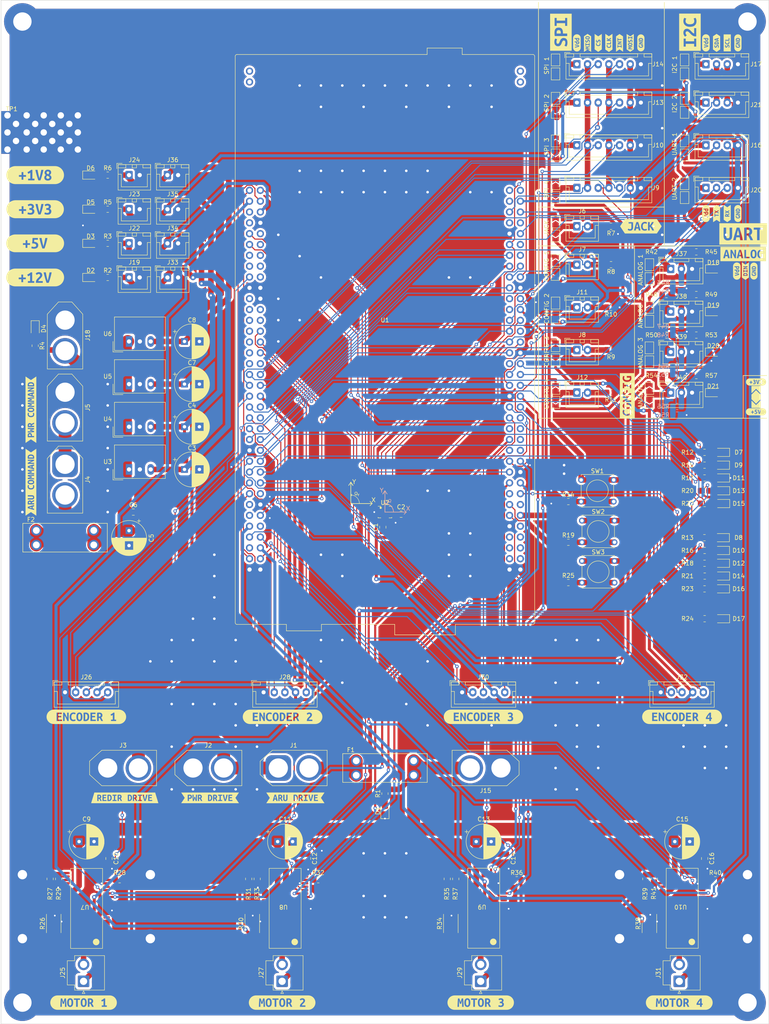
<source format=kicad_pcb>
(kicad_pcb (version 20221018) (generator pcbnew)
  (layers (0 "F.Cu" signal) (31 "B.Cu" signal) (34 "B.Paste" user) (35 "F.Paste" user) (36 "B.SilkS" user "B.Silkscreen") (37 "F.SilkS" user "F.Silkscreen") (38 "B.Mask" user) (39 "F.Mask" user) (44 "Edge.Cuts" user))
  (net 0 "")
  (net 1 "GND")
  (net 2 "Vdrive")
  (net 14 "ANALOG_1")
  (net 22 "+24V")
  (net 23 "+3V3")
  (net 24 "+5V")
  (net 25 "+12V")
  (net 26 "+1V8")
  (net 27 "Net-(J14-Pin_1)")
  (net 28 "Net-(J16-Pin_1)")
  (net 29 "Net-(J17-Pin_1)")
  (net 30 "/Motor_Board1/OUT_1")
  (net 31 "/Motor_Board1/OUT_2")
  (net 32 "MOTOR1_PWM_H")
  (net 33 "MOTOR1_PWM_L")
  (net 34 "MOTOR1_DISABLE")
  (net 35 "MOTOR1_FAIL")
  (net 36 "MOTOR1_ISENSE")
  (net 37 "/Motor_Board2/OUT_1")
  (net 38 "/Motor_Board2/OUT_2")
  (net 39 "MOTOR2_PWM_H")
  (net 40 "MOTOR2_PWM_L")
  (net 41 "MOTOR2_DISABLE")
  (net 42 "MOTOR2_FAIL")
  (net 43 "MOTOR2_ISENSE")
  (net 44 "/Motor_Board3/OUT_1")
  (net 45 "/Motor_Board3/OUT_2")
  (net 46 "MOTOR3_PWM_H")
  (net 47 "MOTOR3_PWM_L")
  (net 48 "MOTOR3_DISABLE")
  (net 49 "MOTOR3_FAIL")
  (net 50 "MOTOR3_ISENSE")
  (net 51 "/Motor_Board4/OUT_1")
  (net 52 "/Motor_Board4/OUT_2")
  (net 53 "MOTOR4_PWM_H")
  (net 54 "MOTOR4_PWM_L")
  (net 55 "MOTOR4_DISABLE")
  (net 56 "MOTOR4_FAIL")
  (net 57 "MOTOR4_ISENSE")
  (net 58 "Net-(D19-A)")
  (net 59 "Net-(J4-Pin_2)")
  (net 60 "Net-(J6-Pin_1)")
  (net 61 "JACK")
  (net 62 "Net-(J7-Pin_1)")
  (net 63 "CONFIG_1")
  (net 64 "Net-(J8-Pin_1)")
  (net 65 "CONFIG_3")
  (net 66 "Net-(J9-Pin_1)")
  (net 67 "SPI_MISO")
  (net 68 "SPI_SS1")
  (net 69 "SPI_SCK")
  (net 70 "SPI_INT1")
  (net 71 "SPI_MOSI")
  (net 72 "Net-(J10-Pin_1)")
  (net 73 "SPI_SS3")
  (net 74 "SPI_INT3")
  (net 75 "Net-(J11-Pin_1)")
  (net 76 "CONFIG_2")
  (net 77 "Net-(J12-Pin_1)")
  (net 78 "CONFIG_4")
  (net 79 "Net-(J13-Pin_1)")
  (net 80 "SPI_SS2")
  (net 81 "SPI_INT2")
  (net 82 "SPI_SS4")
  (net 83 "SPI_INT4")
  (net 84 "UART1_TX")
  (net 85 "UART1_RX")
  (net 86 "I2C_SDA")
  (net 87 "I2C_SCL")
  (net 88 "Net-(J20-Pin_1)")
  (net 89 "UART2_TX")
  (net 90 "UART2_RX")
  (net 91 "Net-(J21-Pin_1)")
  (net 92 "MOTOR1_INDEX_CHANNEL")
  (net 93 "MOTOR1_A_CHANNEL")
  (net 94 "MOTOR1_B_CHANNEL")
  (net 95 "MOTOR2_INDEX_CHANNEL")
  (net 96 "MOTOR2_A_CHANNEL")
  (net 97 "MOTOR2_B_CHANNEL")
  (net 98 "MOTOR3_INDEX_CHANNEL")
  (net 99 "MOTOR3_A_CHANNEL")
  (net 100 "MOTOR3_B_CHANNEL")
  (net 101 "MOTOR4_INDEX_CHANNEL")
  (net 102 "MOTOR4_A_CHANNEL")
  (net 103 "MOTOR4_B_CHANNEL")
  (net 104 "SWITCH_1")
  (net 105 "SWITCH_2")
  (net 106 "SWITCH_3")
  (net 107 "LED_GREEN_1")
  (net 108 "LED_RED_1")
  (net 118 "LED_RED_2")
  (net 119 "LED_ORANGE_2")
  (net 120 "LED_GREEN_2")
  (net 121 "LED_ORANGE_1")
  (net 122 "LED_BLUE_1")
  (net 127 "ANALOG_2")
  (net 130 "IMU_INT1")
  (net 133 "IMU_SS")
  (net 135 "IMU_INT2")
  (net 137 "ANALOG_3")
  (net 138 "ANALOG_4")
  (net 139 "LED_WHITE_3")
  (net 140 "LED_WHITE_2")
  (net 141 "LED_WHITE_1")
  (net 149 "LED_BLUE_2")
  (net 160 "Net-(D1-A)")
  (net 161 "Net-(D2-A)")
  (net 162 "Net-(D3-A)")
  (net 163 "Net-(D4-A)")
  (net 164 "Net-(D5-A)")
  (net 165 "Net-(D6-A)")
  (net 166 "Net-(D7-A)")
  (net 167 "Net-(D8-A)")
  (net 168 "Net-(D9-A)")
  (net 169 "Net-(D10-A)")
  (net 170 "Net-(D11-A)")
  (net 171 "Net-(D12-A)")
  (net 172 "Net-(D13-A)")
  (net 173 "Net-(D14-A)")
  (net 174 "Net-(D15-A)")
  (net 175 "Net-(D16-A)")
  (net 176 "Net-(D17-A)")
  (net 177 "Net-(U7-VREF)")
  (net 178 "Net-(U8-VREF)")
  (net 179 "Net-(U9-VREF)")
  (net 180 "Net-(U10-VREF)")
  (net 237 "Net-(J37-Pin_2)")
  (net 238 "Net-(D20-A)")
  (net 239 "Net-(D21-A)")
  (net 240 "Net-(J4-Pin_1)")
  (net 241 "Net-(J38-Pin_1)")
  (net 242 "Net-(J39-Pin_1)")
  (net 243 "Net-(J40-Pin_1)")
  (net 244 "Net-(D18-A)")
  (net 245 "Net-(J37-Pin_1)")
  (net 246 "Net-(J38-Pin_2)")
  (net 247 "Net-(J39-Pin_2)")
  (net 248 "Net-(J40-Pin_2)")
  (net 249 "Net-(J1-Pin_2)")
  (net 250 "Net-(J1-Pin_1)")
  (footprint "Connector_JST:JST_VH_B2P-VH-B_1x02_P3.96mm_Vertical" (layer "F.Cu") (at 174 245 90)
    (fp_text reference "J31")
    (fp_text value "Conn_MOTOR")
  )
  (footprint "kibuzzard-63847DB4" (layer "F.Cu") (at 84 202)
    (fp_text reference "kibuzzard-63847DB4" hide)
    (fp_text value "G***" hide)
  )
  (footprint "Jumper:SolderJumper-2_P1.3mm_Open_TrianglePad1.0x1.5mm" (layer "F.Cu") (at 145 51.275 -90)
    (fp_text reference "JP9" hide)
    (fp_text value "SolderJumper_2_Open" hide)
  )
  (footprint "kibuzzard-6383A157" (layer "F.Cu") (at 155 25 90)
    (fp_text reference "kibuzzard-6383A157" hide)
    (fp_text value "G***" hide)
  )
  (footprint "kibuzzard-6383A2E4" (layer "F.Cu") (at 185.25 25 90)
    (fp_text reference "kibuzzard-6383A2E4" hide)
    (fp_text value "G***" hide)
  )
  (footprint "kibuzzard-63847057" (layer "F.Cu") (at 189 69.8)
    (fp_text reference "kibuzzard-63847057" hide)
    (fp_text value "G***" hide)
  )
  (footprint "Connector_JST:JST_XH_B2B-XH-A_1x02_P2.50mm_Vertical" (layer "F.Cu") (at 150 87)
    (fp_text reference "J11")
    (fp_text value "Conn_Config_2")
  )
  (footprint "Connector_JST:JST_XH_B4B-XH-A_1x04_P2.50mm_Vertical" (layer "F.Cu") (at 180.25 30)
    (fp_text reference "J17")
    (fp_text value "Conn_I2C_1")
  )
  (footprint "Capacitor_THT:CP_Radial_D8.0mm_P3.50mm" (layer "F.Cu") (at 172.95 212.25)
    (fp_text reference "C15")
    (fp_text value "100uF")
  )
  (footprint "kibuzzard-6383A04A" (layer "F.Cu") (at 146.25 22.5 90)
    (fp_text reference "kibuzzard-6383A04A" hide)
    (fp_text value "G***" hide)
  )
  (footprint "Jumper:SolderJumper-2_P1.3mm_Open_TrianglePad1.0x1.5mm" (layer "F.Cu") (at 167 109.275 -90)
    (fp_text reference "JP33" hide)
    (fp_text value "SolderJumper_2_Open" hide)
  )
  (footprint "Jumper:SolderJumper-2_P1.3mm_Open_TrianglePad1.0x1.5mm" (layer "F.Cu") (at 145 38 90)
    (fp_text reference "JP12" hide)
    (fp_text value "SolderJumper_2_Open" hide)
  )
  (footprint "Capacitor_SMD:C_0805_2012Metric_Pad1.18x1.45mm_HandSolder" (layer "F.Cu") (at 40.295 216.2125 -90)
    (fp_text reference "C10")
    (fp_text value "100nF")
  )
  (footprint "kibuzzard-6383A0DF" (layer "F.Cu") (at 180.25 65 90)
    (fp_text reference "kibuzzard-6383A0DF" hide)
    (fp_text value "G***" hide)
  )
  (footprint "Capacitor_THT:CP_Radial_D8.0mm_P3.50mm" (layer "F.Cu") (at 79.8467 212.25)
    (fp_text reference "C11")
    (fp_text value "100uF")
  )
  (footprint "Connector_JST:JST_XH_B2B-XH-A_1x02_P2.50mm_Vertical" (layer "F.Cu") (at 150 68)
    (fp_text reference "J6")
    (fp_text value "Conn_JACK")
  )
  (footprint "Resistor_SMD:R_0805_2012Metric_Pad1.20x1.40mm_HandSolder" (layer "F.Cu") (at 40 64)
    (fp_text reference "R5")
    (fp_text value "R")
  )
  (footprint "kibuzzard-638476CA" (layer "F.Cu") (at 165 68)
    (fp_text reference "kibuzzard-638476CA" hide)
    (fp_text value "G***" hide)
  )
  (footprint "Jumper:SolderJumper-2_P1.3mm_Open_TrianglePad1.0x1.5mm" (layer "F.Cu") (at 145 99.275 -90)
    (fp_text reference "JP5" hide)
    (fp_text value "SolderJumper_2_Open" hide)
  )
  (footprint "kibuzzard-6383A120" (layer "F.Cu") (at 162.5 25 90)
    (fp_text reference "kibuzzard-6383A120" hide)
    (fp_text value "G***" hide)
  )
  (footprint "MountingHole:MountingHole_4.3mm_M4_Pad" (layer "F.Cu") (at 20 250)
    (fp_text reference "H3" hide)
    (fp_text value "MountingHole_Pad" hide)
  )
  (footprint "Connector_JST:JST_XH_B2B-XH-A_1x02_P2.50mm_Vertical" (layer "F.Cu") (at 54 56)
    (fp_text reference "J36")
    (fp_text value "Conn_1V8")
  )
  (footprint "MountingHole:MountingHole_2.2mm_M2_Pad" (layer "F.Cu") (at 190 235)
    (fp_text reference "H7" hide)
    (fp_text value "MountingHole_Pad" hide)
  )
  (footprint "Resistor_SMD:R_2512_6332Metric_Pad1.40x3.35mm_HandSolder" (layer "F.Cu") (at 27.345 231.45 90)
    (fp_text reference "R26")
    (fp_text value "0.1")
  )
  (footprint "LED_SMD:LED_0805_2012Metric_Pad1.15x1.40mm_HandSolder" (layer "F.Cu") (at 183.975 130 180)
    (fp_text reference "D13")
    (fp_text value "LED_BLUE_1")
  )
  (footprint "Jumper:SolderJumper-2_P1.3mm_Open_TrianglePad1.0x1.5mm" (layer "F.Cu") (at 145 70.275 -90)
    (fp_text reference "JP1" hide)
    (fp_text value "SolderJumper_2_Open" hide)
  )
  (footprint "MountingHole:MountingHole_4.3mm_M4_Pad" (layer "F.Cu") (at 190 20)
    (fp_text reference "H2" hide)
    (fp_text value "MountingHole_Pad" hide)
  )
  (footprint "Resistor_SMD:R_2512_6332Metric_Pad1.40x3.35mm_HandSolder" (layer "F.Cu") (at 167 231.45 90)
    (fp_text reference "R38")
    (fp_text value "0.1")
  )
  (footprint "Connector_JST:JST_XH_B5B-XH-A_1x05_P2.50mm_Vertical" (layer "F.Cu") (at 123.0987 177.25)
    (fp_text reference "J30")
    (fp_text value "Conn_ENCODER")
  )
  (footprint "Connector_AMASS:AMASS_XT60-F_1x02_P7.20mm_Vertical" (layer "F.Cu") (at 132.2 195 180)
    (fp_text reference "J15")
    (fp_text value "Conn_DRIVE_POWER")
  )
  (footprint "Jumper:SolderJumper-2_P1.3mm_Open_TrianglePad1.0x1.5mm" (layer "F.Cu") (at 145 48 90)
    (fp_text reference "JP10" hide)
    (fp_text value "SolderJumper_2_Open" hide)
  )
  (footprint "Resistor_SMD:R_0805_2012Metric_Pad1.20x1.40mm_HandSolder" (layer "F.Cu") (at 179.925 124)
    (fp_text reference "R15")
    (fp_text value "R" hide)
  )
  (footprint "kibuzzard-6383A0DF" (layer "F.Cu") (at 150 25 90)
    (fp_text reference "kibuzzard-6383A0DF" hide)
    (fp_text value "G***" hide)
  )
  (footprint "Resistor_SMD:R_0805_2012Metric_Pad1.20x1.40mm_HandSolder" (layer "F.Cu") (at 40 80)
    (fp_text reference "R2")
    (fp_text value "R")
  )
  (footprint "Package_SO:HSOP-M36" (layer "F.Cu") (at 132.8483 235.6 180)
    (fp_text reference "U9")
    (fp_text value "BD63150AFM-E2")
  )
  (footprint "Connector_JST:JST_XH_B5B-XH-A_1x05_P2.50mm_Vertical" (layer "F.Cu") (at 29.995 177.25)
    (fp_text reference "J26")
    (fp_text value "Conn_ENCODER")
  )
  (footprint "Connector_JST:JST_XH_B2B-XH-A_1x02_P2.50mm_Vertical" (layer "F.Cu") (at 54 64)
    (fp_text reference "J35")
    (fp_text value "Conn_3V3")
  )
  (footprint "Jumper:SolderJumper-2_P1.3mm_Open_TrianglePad1.0x1.5mm" (layer "F.Cu") (at 145 29 90)
    (fp_text reference "JP14" hide)
    (fp_text value "SolderJumper_2_Open" hide)
  )
  (footprint "kibuzzard-63847BE2" (layer "F.Cu") (at 80.8967 250)
    (fp_text reference "kibuzzard-63847BE2" hide)
    (fp_text value "G***" hide)
  )
  (footprint "LED_SMD:LED_0805_2012Metric_Pad1.15x1.40mm_HandSolder" (layer "F.Cu") (at 183.95 160 180)
    (fp_text reference "D17")
    (fp_text value "LED_WHITE_3")
  )
  (footprint "Fuse:Fuseholder_Keystone_3557-2" (layer "F.Cu") (at 23.265 139.3)
    (fp_text reference "F2")
    (fp_text value "Fuse_Holder_Keystone")
  )
  (footprint "kibuzzard-63847C8D" (layer "F.Cu") (at 34.995 183)
    (fp_text reference "kibuzzard-63847C8D" hide)
    (fp_text value "G***" hide)
  )
  (footprint "Capacitor_SMD:C_0805_2012Metric_Pad1.18x1.45mm_HandSolder" (layer "F.Cu") (at 46 135)
    (fp_text reference "C6")
    (fp_text value "100nF")
  )
  (footprint "Connector_JST:JST_XH_B3B-XH-A_1x03_P2.50mm_Vertical" (layer "F.Cu") (at 172 78)
    (fp_text reference "J37")
    (fp_text value "Conn_ANALOG_1")
  )
  (footprint "kibuzzard-63847D2C" (layer "F.Cu") (at 128.0987 183)
    (fp_text reference "kibuzzard-63847D2C" hide)
    (fp_text value "G***" hide)
  )
  (footprint "Resistor_SMD:R_0805_2012Metric_Pad1.20x1.40mm_HandSolder" (layer "F.Cu") (at 171 93.5)
    (fp_text reference "R50")
    (fp_text value "R")
  )
  (footprint "Resistor_SMD:R_0805_2012Metric_Pad1.20x1.40mm_HandSolder" (layer "F.Cu") (at 179.925 147)
    (fp_text reference "R18")
    (fp_text value "R" hide)
  )
  (footprint "kibuzzard-63847E37" (layer "F.Cu") (at 23 64)
    (fp_text reference "kibuzzard-63847E37" hide)
    (fp_text value "G***" hide)
  )
  (footprint "kibuzzard-6383A0DF" (layer "F.Cu") (at 187.5 78.5 90)
    (fp_text reference "kibuzzard-6383A0DF" hide)
    (fp_text value "G***" hide)
  )
  (footprint "Resistor_SMD:R_0805_2012Metric_Pad1.20x1.40mm_HandSolder" (layer "F.Cu") (at 179.95 133)
    (fp_text reference "R22")
    (fp_text value "R" hide)
  )
  (footprint "Resistor_SMD:R_0805_2012Metric_Pad1.20x1.40mm_HandSolder" (layer "F.Cu") (at 179.975 150)
    (fp_text reference "R21")
    (fp_text value "R" hide)
  )
  (footprint "Connector_AMASS:AMASS_XT60-F_1x02_P7.20mm_Vertical" (layer "F.Cu") (at 40 195)
    (fp_text reference "J3")
    (fp_text value "Conn_POWER_REDIRECT")
  )
  (footprint "Connector_JST:JST_XH_B2B-XH-A_1x02_P2.50mm_Vertical" (layer "F.Cu") (at 45 72)
    (fp_text reference "J22")
    (fp_text value "Conn_5V")
  )
  (footprint "kibuzzard-63847E10" (layer "F.Cu") (at 23 56)
    (fp_text reference "kibuzzard-63847E10" hide)
    (fp_text value "G***" hide)
  )
  (footprint "Jumper:SolderJumper-2_P1.3mm_Open_TrianglePad1.0x1.5mm" (layer "F.Cu") (at 145 86 90)
    (fp_text reference "JP16" hide)
    (fp_text value "SolderJumper_2_Open" hide)
  )
  (footprint "Resistor_SMD:R_0805_2012Metric_Pad1.20x1.40mm_HandSolder" (layer "F.Cu") (at 179.925 121)
    (fp_text reference "R12")
    (fp_text value "R" hide)
  )
  (footprint "MountingHole:MountingHole_2.2mm_M2_Pad" (layer "F.Cu") (at 190 220)
    (fp_text reference "H8" hide)
    (fp_text value "MountingHole_Pad" hide)
  )
  (footprint "Connector_JST:JST_XH_B2B-XH-A_1x02_P2.50mm_Vertical" (layer "F.Cu") (at 150 107)
    (fp_text reference "J12")
    (fp_text value "Conn_Config_4")
  )
  (footprint "kibuzzard-63847D27" (layer "F.Cu") (at 174.65 183)
    (fp_text reference "kibuzzard-63847D27" hide)
    (fp_text value "G***" hide)
  )
  (footprint "Resistor_SMD:R_0805_2012Metric_Pad1.20x1.40mm_HandSolder" (layer "F.Cu") (at 28.495 221 -90)
    (fp_text reference "R29")
    (fp_text value "10k" hide)
  )
  (footprint "Button_Switch_THT:SW_Tactile_Straight_KSL0Axx1LFTR" (layer "F.Cu") (at 151 127.46)
    (fp_text reference "SW1")
    (fp_text value "SW_Push_1")
  )
  (footprint "LED_SMD:LED_0805_2012Metric_Pad1.15x1.40mm_HandSolder" (layer "F.Cu") (at 23 92 -90)
    (fp_text reference "D4")
    (fp_text value "LED_CMD")
  )
  (footprint "LED_SMD:LED_0805_2012Metric_Pad1.15x1.40mm_HandSolder" (layer "F.Cu") (at 36 80)
    (fp_text reference "D2")
    (fp_text value "LED_12V")
  )
  (footprint "kibuzzard-63847930" (layer "F.Cu") (at 192 111.5)
    (fp_text reference "kibuzzard-63847930" hide)
    (fp_text value "G***" hide)
  )
  (footprint "LED_SMD:LED_0805_2012Metric_Pad1.15x1.40mm_HandSolder" (layer "F.Cu") (at 36 56)
    (fp_text reference "D6")
    (fp_text value "LED_1V8")
  )
  (footprint "Jumper:SolderJumper-2_P1.3mm_Open_TrianglePad1.0x1.5mm" (layer "F.Cu") (at 175.25 38 90)
    (fp_text reference "JP26" hide)
    (fp_text value "SolderJumper_2_Open" hide)
  )
  (footprint "Capacitor_SMD:C_0805_2012Metric_Pad1.18x1.45mm_HandSolder" (layer "F.Cu") (at 133.3987 216.2125 -90)
    (fp_text reference "C14")
    (fp_text value "100nF")
  )
  (footprint "kibuzzard-63847BCD" (layer "F.Cu") (at 174 250)
    (fp_text reference "kibuzzard-63847BCD" hide)
    (fp_text value "G***" hide)
  )
  (footprint "Resistor_SMD:R_0805_2012Metric_Pad1.20x1.40mm_HandSolder" (layer "F.Cu") (at 178 93.5)
    (fp_text reference "R53")
    (fp_text value "R")
  )
  (footprint "kibuzzard-63847094" (layer "F.Cu") (at 182.75 65 90)
    (fp_text reference "kibuzzard-63847094" hide)
    (fp_text value "G***" hide)
  )
  (footprint "Connector_JST:JST_XH_B7B-XH-A_1x07_P2.50mm_Vertical" (layer "F.Cu") (at 150 59)
    (fp_text reference "J9")
    (fp_text value "Conn_SPI1_1")
  )
  (footprint "LED_SMD:LED_0805_2012Metric_Pad1.15x1.40mm_HandSolder" (layer "F.Cu") (at 181.975 97.5)
    (fp_text reference "D20")
    (fp_text value "LED")
  )
  (footprint "LED_SMD:LED_0805_2012Metric_Pad1.15x1.40mm_HandSolder" (layer "F.Cu") (at 183.925 124 180)
    (fp_text reference "D9")
    (fp_text value "LED_RED_1")
  )
  (footprint "Resistor_SMD:R_0805_2012Metric_Pad1.20x1.40mm_HandSolder" (layer "F.Cu") (at 179.925 127)
    (fp_text reference "R17")
    (fp_text value "R" hide)
  )
  (footprint "kibuzzard-6384788E" (layer "F.Cu") (at 189.5 78.5 90)
    (fp_text reference "kibuzzard-6384788E" hide)
    (fp_text value "G***" hide)
  )
  (footprint "Jumper:SolderJumper-2_P1.3mm_Open_TrianglePad1.0x1.5mm" (layer "F.Cu") (at 167 90.275 -90)
    (fp_text reference "JP29" hide)
    (fp_text value "SolderJumper_2_Open" hide)
  )
  (footprint "kibuzzard-63847BEA" (layer "F.Cu") (at 127.4483 250)
    (fp_text reference "kibuzzard-63847BEA" hide)
    (fp_text value "G***" hide)
  )
  (footprint "LED_SMD:LED_0805_2012Metric_Pad1.15x1.40mm_HandSolder" (layer "F.Cu") (at 181.975 107)
    (fp_text reference "D21")
    (fp_text value "LED")
  )
  (footprint "Jumper:SolderJumper-2_P1.3mm_Open_TrianglePad1.0x1.5mm" (layer "F.Cu") (at 145 79.275 -90)
    (fp_text reference "JP3" hide)
    (fp_text value "SolderJumper_2_Open" hide)
  )
  (footprint "MountingHole:MountingHole_2.2mm_M2_Pad" (layer "F.Cu") (at 50 220)
    (fp_text reference "H10" hide)
    (fp_text value "MountingHole_Pad" hide)
  )
  (footprint "Button_Switch_THT:SW_Tactile_Straight_KSL0Axx1LFTR" (layer "F.Cu") (at 151.19 137)
    (fp_text reference "SW2")
    (fp_text value "SW_Push_2")
  )
  (footprint "Capacitor_THT:CP_Radial_D8.0mm_P3.50mm" (layer "F.Cu") (at 58 105)
    (fp_text reference "C7")
    (fp_text value "100uF")
  )
  (footprint "LED_SMD:LED_0805_2012Metric_Pad1.15x1.40mm_HandSolder" (layer "F.Cu") (at 183.95 121 180)
    (fp_text reference "D7")
    (fp_text value "LED_GREEN_1")
  )
  (footprint "Connector_AMASS:AMASS_XT60-F_1x02_P7.20mm_Vertical" (layer "F.Cu") (at 80 195)
    (fp_text reference "J1")
    (fp_text value "ARU_POWER")
  )
  (footprint "Jumper:SolderJumper-2_P1.3mm_Open_TrianglePad1.0x1.5mm" (layer "F.Cu") (at 175.25 41.275 -90)
    (fp_text reference "JP25" hide)
    (fp_text value "SolderJumper_2_Open" hide)
  )
  (footprint "MountingHole:MountingHole_2.2mm_M2_Pad" (layer "F.Cu") (at 50 235)
    (fp_text reference "H9" hide)
    (fp_text value "MountingHole_Pad" hide)
  )
  (footprint "Package_LGA:LGA-14_3x2.5mm_P0.5mm_LayoutBorder3x4y" (layer "F.Cu") (at 105 135)
    (fp_text reference "U2")
    (fp_text value "LSM6DSRXTR")
  )
  (footprint "Resistor_SMD:R_0805_2012Metric_Pad1.20x1.40mm_HandSolder" (layer "F.Cu") (at 179.9 141)
    (fp_text reference "R13")
    (fp_text value "R" hide)
  )
  (footprint "Resistor_SMD:R_2512_6332Metric_Pad1.40x3.35mm_HandSolder" (layer "F.Cu") (at 120.4483 231.45 90)
    (fp_text reference "R34")
    (fp_text value "0.1")
  )
  (footprint "Connector_JST:JST_XH_B7B-XH-A_1x07_P2.50mm_Vertical" (layer "F.Cu") (at 150 39)
    (fp_text reference "J13")
    (fp_text value "Conn_SPI1_2")
  )
  (footprint "Resistor_SMD:R_0805_2012Metric_Pad1.20x1.40mm_HandSolder" (layer "F.Cu") (at 73.0517 221 90)
    (fp_text reference "R31")
    (fp_text value "12k")
  )
  (footprint "Fuse:Fuseholder_Keystone_3557-2" (layer "F.Cu") (at 98.265 193.3)
    (fp_text reference "F1")
    (fp_text value "Fuse_Holder_Keystone")
  )
  (footprint "Resistor_SMD:R_0805_2012Metric_Pad1.20x1.40mm_HandSolder" (layer "F.Cu") (at 178 103)
    (fp_text reference "R57")
    (fp_text value "R")
  )
  (footprint "Jumper:SolderJumper-2_P1.3mm_Open_TrianglePad1.0x1.5mm" (layer "F.Cu") (at 175.25 32.275 -90)
    (fp_text reference "JP21" hide)
    (fp_text value "SolderJumper_2_Open" hide)
  )
  (footprint "LED_SMD:LED_0805_2012Metric_Pad1.15x1.40mm_HandSolder" (layer "F.Cu") (at 183.95 150 180)
    (fp_text reference "D14")
    (fp_text value "LED_BLUE_2")
  )
  (footprint "Resistor_SMD:R_0805_2012Metric_Pad1.20x1.40mm_HandSolder" (layer "F.Cu") (at 23 96 -90)
    (fp_text reference "R4")
    (fp_text value "R")
  )
  (footprint "kibuzzard-6383A0ED" (layer "F.Cu") (at 187.75 25 90)
    (fp_text reference "kibuzzard-6383A0ED" hide)
    (fp_text value "G***" hide)
  )
  (footprint "LED_SMD:LED_0805_2012Metric_Pad1.15x1.40mm_HandSolder" (layer "F.Cu") (at 182 78)
    (fp_text reference "D18")
    (fp_text value "LED")
  )
  (footprint "Resistor_SMD:R_0805_2012Metric_Pad1.20x1.40mm_HandSolder" (layer "F.Cu") (at 166.155 221 90)
    (fp_text reference "R39")
    (fp_text value "12k")
  )
  (footprint "Package_SO:HSOP-M36" (layer "F.Cu") (at 179.4 235.6125 180)
    (fp_text reference "U10")
    (fp_text value "BD63150AFM-E2")
  )
  (footprint "Connector_JST:JST_XH_B2B-XH-A_1x02_P2.50mm_Vertical" (layer "F.Cu") (at 45 64)
    (fp_text reference "J23")
    (fp_text value "Conn_3V3")
  )
  (footprint "Module:ST_Morpho_Connector_144_STLink" (layer "F.Cu") (at 73.25 59.57)
    (fp_text reference "U1")
    (fp_text value "NUCLEO144-F446ZE")
  )
  (footprint "kibuzzard-6383A202" (layer "F.Cu") (at 176.5 22.5 90)
    (fp_text reference "kibuzzard-6383A202" hide)
    (fp_text value "G***" hide)
  )
  (footprint "Jumper:SolderJumper-2_P1.3mm_Open_TrianglePad1.0x1.5mm" (layer "F.Cu") (at 175.25 48 90)
    (fp_text reference "JP20" hide)
    (fp_text value "SolderJumper_2_Open" hide)
  )
  (footprint "Resistor_SMD:R_0805_2012Metric_Pad1.20x1.40mm_HandSolder" (layer "F.Cu") (at 179.95 160)
    (fp_text reference "R24")
    (fp_text value "R" hide)
  )
  (footprint "Jumper:SolderJumper-2_P1.3mm_Open_TrianglePad1.0x1.5mm" (layer "F.Cu") (at 145 61.275 -90)
    (fp_text reference "JP7" hide)
    (fp_text value "SolderJumper_2_Open" hide)
  )
  (footprint "Resistor_SMD:R_0805_2012Metric_Pad1.20x1.40mm_HandSolder" (layer "F.Cu") (at 178 74)
    (fp_text reference "R45")
    (fp_text value "R")
  )
  (footprint "Connector_JST:JST_XH_B4B-XH-A_1x04_P2.50mm_Vertical" (layer "F.Cu") (at 180.25 39)
    (fp_text reference "J21")
    (fp_text value "Conn_I2C_2")
  )
  (footprint "Converter_DCDC:Converter_DCDC_TRACO_TSR-1_THT" (layer "F.Cu") (at 45 105)
    (fp_text reference "U5")
    (fp_text value "TSR_1-2433")
  )
  (footprint "Jumper:SolderJumper-2_P1.3mm_Open_TrianglePad1.0x1.5mm" (layer "F.Cu") (at 175.25 51.275 -90)
    (fp_text reference "JP19" hide)
    (fp_text value "SolderJumper_2_Open" hide)
  )
  (footprint "Resistor_SMD:R_0805_2012Metric_Pad1.20x1.40mm_HandSolder" (layer "F.Cu") (at 179.95 144)
    (fp_text reference "R16")
    (fp_text value "R" hide)
  )
  (footprint "Jumper:SolderJumper-2_P1.3mm_Open_TrianglePad1.0x1.5mm" (layer "F.Cu") (at 145 67 90)
    (fp_text reference "JP2" hide)
    (fp_text value "SolderJumper_2_Open" hide)
  )
  (footprint "kibuzzard-6383A102" (layer "F.Cu") (at 152.5 25 90)
    (fp_text reference "kibuzzard-6383A102" hide)
    (fp_text value "G***" hide)
  )
  (footprint "Resistor_SMD:R_0805_2012Metric_Pad1.20x1.40mm_HandSolder" (layer "F.Cu") (at 40 56)
    (fp_text reference "R6")
    (fp_text value "R")
  )
  (footprint "Package_SO:HSOP-M36" (layer "F.Cu") (at 86.2967 235.625 180)
    (fp_text reference "U8")
    (fp_text value "BD63150AFM-E2")
  )
  (footprint "Resistor_SMD:R_0805_2012Metric_Pad1.20x1.40mm_HandSolder" (layer "F.Cu") (at 158 97 180)
    (fp_text reference "R9")
    (fp_text value "10k")
  )
  (footprint "Connector_JST:JST_XH_B2B-XH-A_1x02_P2.50mm_Vertical" (layer "F.Cu") (at 45 80)
    (fp_text reference "J19")
    (fp_text value "Conn_12V")
  )
  (footprint "Resistor_SMD:R_0805_2012Metric_Pad1.20x1.40mm_HandSolder" (layer "F.Cu") (at 121.5987 221 -90)
    (fp_text reference "R37")
    (fp_text value "10k")
  )
  (footprint "Resistor_SMD:R_0805_2012Metric_Pad1.20x1.40mm_HandSolder" (layer "F.Cu") (at 171 103)
    (fp_text reference "R54")
    (fp_text value "R")
  )
  (footprint "Connector_JST:JST_XH_B5B-XH-A_1x05_P2.50mm_Vertical" (layer "F.Cu") (at 169.65 177.25)
    (fp_text reference "J32")
    (fp_text value "Conn_ENCODER")
  )
  (footprint "LED_SMD:LED_0805_2012Metric_Pad1.15x1.40mm_HandSolder" (layer "F.Cu") (at 183.925 153 180)
    (fp_text reference "D16")
    (fp_text value "LED_WHITE_2")
  )
  (footprint "Connector_JST:JST_XH_B4B-XH-A_1x04_P2.50mm_Vertical" (layer "F.Cu") (at 180.25 49)
    (fp_text reference "J16")
    (fp_text value "Conn_UART1")
  )
  (footprint "Connector_AMASS:AMASS_XT60-F_1x02_P7.20mm_Vertical" (layer "F.Cu") (at 30 123.8 -90)
    (fp_text reference "J4")
    (fp_text value "ARU_CMD")
  )
  (footprint "kibuzzard-6383A0ED" (layer "F.Cu") (at 165 25 90)
    (fp_text reference "kibuzzard-6383A0ED" hide)
    (fp_text value "G***" hide)
  )
  (footprint "kibuzzard-63847E21" (layer "F.Cu") (at 23 80)
    (fp_text reference "kibuzzard-63847E21" hide)
    (fp_text value "G***" hide)
  )
  (footprint "Jumper:SolderJumper-2_P1.3mm_Open_TrianglePad1.0x1.5mm" (layer "F.Cu") (at 145 76 90)
    (fp_text reference "JP4" hide)
    (fp_text value "SolderJumper_2_Open" hide)
  )
  (footprint "Resistor_SMD:R_0805_2012Metric_Pad1.20x1.40mm_HandSolder" (layer "F.Cu") (at 148 132.54)
    (fp_text reference "R14")
    (fp_text value "10k")
  )
  (footprint "Button_Switch_THT:SW_Tactile_Straight_KSL0Axx1LFTR" (layer "F.Cu") (at 151.19 146.46)
    (fp_text reference "SW3")
    (fp_text value "SW_Push_3")
  )
  (footprint "Connector_JST:JST_XH_B3B-XH-A_1x03_P2.50mm_Vertical" (layer "F.Cu") (at 172 88)
    (fp_text reference "J38")
    (fp_text value "Conn_ANALOG_2")
  )
  (footprint "Jumper:SolderJumper-2_P1.3mm_Open_TrianglePad1.0x1.5mm" (layer "F.Cu") (at 167 96.5 90)
    (fp_text reference "JP32" hide)
    (fp_text value "SolderJumper_2_Open" hide)
  )
  (footprint "kibuzzard-63847E2F" (layer "F.Cu") (at 23 72)
    (fp_text reference "kibuzzard-63847E2F" hide)
    (fp_text value "G***" hide)
  )
  (footprint "Jumper:SolderJumper-2_P1.3mm_Open_TrianglePad1.0x1.5mm" (layer "F.Cu") (at 145 58 90)
    (fp_text reference "JP8" hide)
    (fp_text value "SolderJumper_2_Open" hide)
  )
  (footprint "Converter_DCDC:Converter_DCDC_TRACO_TSR-1_THT" (layer "F.Cu") (at 45 125)
    (fp_text reference "U3")
    (fp_text value "TSR_1-24120")
  )
  (footprint "kibuzzard-63847BAC" (layer "F.Cu") (at 34.345 250)
    (fp_text reference "kibuzzard-63847BAC" hide)
    (fp_text value "G***" hide)
  )
  (footprint "LED_SMD:LED_0805_2012Metric_Pad1.15x1.40mm_HandSolder" (layer "F.Cu") (at 36 64)
    (fp_text reference "D5")
    (fp_text value "LED_3V3")
  )
  (footprint "Jumper:SolderJumper-2_P1.3mm_Open_TrianglePad1.0x1.5mm" (layer "F.Cu") (at 175.25 29 90)
    (fp_text reference "JP22" hide)
    (fp_text value "SolderJumper_2_Open" hide)
  )
  (footprint "Capacitor_THT:CP_Radial_D8.0mm_P3.50mm" (layer "F.Cu") (at 58 115)
    (fp_text reference "C4")
    (fp_text value "100uF")
  )
  (footprint "Resistor_SMD:R_0805_2012Metric_Pad1.20x1.40mm_HandSolder" (layer "F.Cu") (at 171 84)
    (fp_text reference "R46")
    (fp_text value "R")
  )
  (footprint "Connector_AMASS:AMASS_XT60-M_1x02_P7.20mm_Vertical" (layer "F.Cu") (at 60 195)
    (fp_text reference "J2")
    (fp_text value "Conn_POWER")
  )
  (footprint "Resistor_SMD:R_0805_2012Metric_Pad1.20x1.40mm_HandSolder" (layer "F.Cu") (at 168.15 221 -90)
    (fp_text reference "R41")
    (fp_text value "10k")
  )
  (footprint "Resistor_SMD:R_0805_2012Metric_Pad1.20x1.40mm_HandSolder" (layer "F.Cu") (at 148 151.54)
    (fp_text reference "R25")
    (fp_text value "10k")
  )
  (footprint "kibuzzard-63847DAA" (layer "F.Cu") (at 64 202)
    (fp_text reference "kibuzzard-63847DAA" hide)
    (fp_text value "G***" hide)
  )
  (footprint "Resistor_SMD:R_0805_2012Metric_Pad1.20x1.40mm_HandSolder" (layer "F.Cu") (at 171 74)
    (fp_text reference "R42")
    (fp_text value "R")
  )
  (footprint "kibuzzard-638470A3" (layer "F.Cu") (at 185.25 65 90)
    (fp_text reference "kibuzzard-638470A3" hide)
    (fp_text value "G***" hide)
  )
  (footprint "LED_SMD:LED_0805_2012Metric_Pad1.15x1.40mm_HandSolder" (layer "F.Cu") (at 183.925 144 180)
    (fp_text reference "D10")
    (fp_text value "LED_RED_2")
  )
  (footprint "Resistor_SMD:R_0805_2012Metric_Pad1.20x1.40mm_HandSolder" (layer "F.Cu") (at 40 72)
    (fp_text reference "R3")
    (fp_text value "R")
  )
  (footprint "MountingHole:MountingHole_2.2mm_M2_Pad" (layer "F.Cu") (at 20 235)
    (fp_text reference "H5" hide)
    (fp_text value "MountingHole_Pad" hide)
  )
  (footprint "Connector_JST:JST_VH_B2P-VH-B_1x02_P3.96mm_Vertical" (layer "F.Cu") (at 80.8967 245 90)
    (fp_text reference "J27")
    (fp_text value "Conn_MOTOR")
  )
  (footprint "Resistor_SMD:R_0805_2012Metric_Pad1.20x1.40mm_HandSolder" (layer "F.Cu") (at 179.925 153)
    (fp_text reference "R23")
    (fp_text value "R" hide)
  )
  (footprint "MountingHole:MountingHole_2.2mm_M2_Pad" (layer "F.Cu") (at 160 220)
    (fp_text reference "H12" hide)
    (fp_text value "MountingHole_Pad" hide)
  )
  (footprint "Resistor_SMD:R_0805_2012Metric_Pad1.20x1.40mm_HandSolder" (layer "F.Cu") (at 26.5 221 90)
    (fp_text reference "R27")
    (fp_text value "12k" hide)
  )
  (footprint "Connector_JST:JST_XH_B2B-XH-A_1x02_P2.50mm_Vertical" (layer "F.Cu") (at 54 72)
    (fp_text reference "J34")
    (fp_text value "Conn_5V")
  )
  (footprint "kibuzzard-63847D31" (layer "F.Cu") (at 81 183)
    (fp_text reference "kibuzzard-63847D31" hide)
    (fp_text value "G***" hide)
  )
  (footprint "Jumper:SolderJumper-2_P1.3mm_Open_TrianglePad1.0x1.5mm" (layer "F.Cu") (at 145 106 90)
    (fp_text reference "JP18" hide)
    (fp_text value "SolderJumper_2_Open" hide)
  )
  (footprint "Connector_JST:JST_VH_B2P-VH-B_1x02_P3.96mm_Vertical" (layer "F.Cu") (at 127.4483 245 90)
    (fp_text reference "J29")
    (fp_text value "Conn_MOTOR")
  )
  (footprint "Capacitor_THT:CP_Radial_D8.0mm_P3.50mm" (layer "F.Cu") (at 58 125)
    (fp_text reference "C3")
    (fp_text value "100uF")
  )
  (footprint "Resistor_SMD:R_0805_2012Metric_Pad1.20x1.40mm_HandSolder" (layer "F.Cu") (at 135.8987 221.2)
    (fp_text reference "R36")
    (fp_text value "10k")
  )
  (footprint "LED_SMD:LED_0805_2012Metric_Pad1.15x1.40mm_HandSolder" (layer "F.Cu") (at 36 72)
    (fp_text reference "D3")
    (fp_text value "LED_5V")
  )
  (footprint "kibuzzard-63847925" (layer "F.Cu") (at 192 104.5)
    (fp_text reference "kibuzzard-63847925" hide)
    (fp_text value "G***" hide)
  )
  (footprint "LED_SMD:LED_0805_2012Metric_Pad1.15x1.40mm_HandSolder" (layer "F.Cu") (at 181.975 88)
    (fp_text reference "D19")
    (fp_text value "LED")
  )
  (footprint "MountingHole:MountingHole_2.2mm_M2_Pad" (layer "F.Cu") (at 160 235)
    (fp_text reference "H11" hide)
    (fp_text value "MountingHole_Pad" hide)
  )
  (footprint "kibuzzard-6384784C" (layer "F.Cu") (at 189 74.5)
    (fp_text reference "kibuzzard-6384784C" hide)
    (fp_text value "G***" hide)
  )
  (footprint "Package_SO:HSOP-M36" (layer "F.Cu") (at 39.745 235.6375 180)
    (fp_text reference "U7")
    (fp_text value "BD63150AFM-E2")
  )
  (footprint "Jumper:SolderJumper-2_P1.3mm_Open_TrianglePad1.0x1.5mm" (layer "F.Cu") (at 175.25 58 90)
    (fp_text reference "JP24" hide)
    (fp_text value "SolderJumper_2_Open" hide)
  )
  (footprint "MountingHole:MountingHole_4.3mm_M4_Pad" (layer "F.Cu") (at 190 250)
    (fp_text reference "H4" hide)
    (fp_text value "MountingHole_Pad" hide)
  )
  (footprint "kibuzzard-6383A0ED" (layer "F.Cu") (at 191.5 78.5 90)
    (fp_text reference "kibuzzard-6383A0ED" hide)
    (fp_text value "G***" hide)
  )
  (footprint "Capacitor_SMD:C_0805_2012Metric_Pad1.18x1.45mm_HandSolder" (layer "F.Cu") (at 108.7875 135.5)
    (fp_text reference "C2")
    (fp_text value "100nF")
  )
  (footprint "Jumper:SolderJumper-2_P1.3mm_Open_TrianglePad1.0x1.5mm" (layer "F.Cu") (at 167 77 90)
    (fp_text reference "JP28" hide)
    (fp_text value "SolderJumper_2_Open" hide)
  )
  (footprint "Jumper:SolderJumper-2_P1.3mm_Open_TrianglePad1.0x1.5mm" (layer "F.Cu") (at 145 109.275 -90)
    (fp_text reference "JP17" hide)
    (fp_text value "SolderJumper_2_Open" hide)
  )
  (footprint "kibuzzard-63847D74" (layer "F.Cu") (at 22 111 90)
    (fp_text reference "kibuzzard-63847D74" hide)
    (fp_text value "G***" hide)
  )
  (footprint "Resistor_SMD:R_2512_6332Metric_Pad1.40x3.35mm_HandSolder" (layer "F.Cu") (at 73.8967 231.45 90)
    (fp_text reference "R30")
    (fp_text value "0.1")
  )
  (footprint "Connector_JST:JST_XH_B7B-XH-A_1x07_P2.50mm_Vertical" (layer "F.Cu") (at 150 49)
    (fp_text reference "J10")
    (fp_text value "Conn_SPI1_3")
  )
  (footprint "LED_SMD:LED_0805_2012Metric_Pad1.15x1.40mm_HandSolder" (layer "F.Cu") (at 183.95 127 180)
    (fp_text reference "D11")
    (fp_text value "LED_ORANGE_1")
  )
  (footprint "Resistor_SMD:R_0805_2012Metric_Pad1.20x1.40mm_HandSolder" (layer "F.Cu") (at 42.795 221.2)
    (fp_text reference "R28")
    (fp_text value "10k")
  )
  (footprint "Resistor_SMD:R_0805_2012Metric_Pad1.20x1.40mm_HandSolder" (layer "F.Cu") (at 179.95 130)
    (fp_text reference "R20")
    (fp_text value "R" hide)
  )
  (footprint "Resistor_SMD:R_0805_2012Metric_Pad1.20x1.40mm_HandSolder" (layer "F.Cu") (at 158 77 180)
    (fp_text reference "R8")
    (fp_text value "10k")
  )
  (footprint "kibuzzard-6384799C" (layer "F.Cu") (at 161.75 107.75 90)
    (fp_text reference "kibuzzard-6384799C" hide)
    (fp_text value "G***" hide)
  )
  (footprint "Jumper:SolderJumper-2_P1.3mm_Open_TrianglePad1.0x1.5mm" (layer "F.Cu") (at 167 80.275 -90)
    (fp_text reference "JP27" hide)
    (fp_text value "SolderJumper_2_Open" hide)
  )
  (footprint "Converter_DCDC:Converter_DCDC_TRACO_TSR-1_THT" (layer "F.Cu") (at 45 95)
    (fp_text reference "U6")
    (fp_text value "TSR_1-2418")
  )
  (footprint "Jumper:SolderJumper-2_P1.3mm_Open_TrianglePad1.0x1.5mm" (layer "F.Cu") (at 145 89.275 -90)
    (fp_text reference "JP15" hide)
    (fp_text value "SolderJumper_2_Open" hide)
  )
  (footprint "LED_SMD:LED_0805_2012Metric_Pad1.15x1.40mm_HandSolder" (layer "F.Cu") (at 183.9 141 180)
    (fp_text reference "D8")
    (fp_text value "LED_GREEN_2")
  )
  (footprint "Connector_JST:JST_XH_B2B-XH-A_1x02_P2.50mm_Vertical" (layer "F.Cu") (at 150 97)
    (fp_text reference "J8")
    (fp_text value "Conn_Config_3")
  )
  (footprint "Capacitor_SMD:C_0805_2012Metric_Pad1.18x1.45mm_HandSolder" (layer "F.Cu") (at 104.5 138.5375 90)
    (fp_text reference "C1")
    (fp_text value "100nF")
  )
  (footprint "Capacitor_SMD:C_0805_2012Metric_Pad1.18x1.45mm_HandSolder" (layer "F.Cu") (at 179.95 216.2125 -90)
    (fp_text reference "C16")
    (fp_text value "100nF")
  )
  (footprint "Connector_JST:JST_XH_B2B-XH-A_1x02_P2.50mm_Vertical" (layer "F.Cu") (at 54 80)
    (fp_text reference "J33")
    (fp_text value "Conn_12V")
  )
  (footprint "MountingHole:MountingHole_2.2mm_M2_Pad" (layer "F.Cu") (at 20 220)
    (fp_text reference "H6" hide)
    (fp_text value "MountingHole_Pad" hide)
  )
  (footprint "Resistor_SMD:R_0805_2012Metric_Pad1.20x1.40mm_HandSolder" (layer "F.Cu") (at 158 87 180)
    (fp_text reference "R10")
    (fp_text value "10k")
  )
  (footprint "Resistor_SMD:R_0805_2012Metric_Pad1.20x1.40mm_HandSolder" (layer "F.Cu") (at 148 142.08)
    (fp_text reference "R19")
    (fp_text value "10k")
  )
  (footprint "kibuzzard-63847DDA" (layer "F.Cu") (at 44 202)
    (fp_text reference "kibuzzard-63847DDA" hide)
    (fp_text value "G***" hide)
  )
  (footprint "Connector_JST:JST_VH_B2P-VH-B_1x02_P3.96mm_Vertical" (layer "F.Cu") (at 34.345 245 90)
    (fp_text reference "J25")
    (fp_text value "Conn_MOTOR")
  )
  (footprint "Resistor_SMD:R_0805_2012Metric_Pad1.20x1.40mm_HandSolder" (layer "F.Cu") (at 158 107 180)
    (fp_text reference "R11")
    (fp_text value "10k")
  )
  (footprint "Connector_JST:JST_XH_B3B-XH-A_1x03_P2.50mm_Vertical" (layer "F.Cu") (at 172 97.475)
    (fp_text reference "J39")
    (fp_text value "Conn_ANALOG_3")
  )
  (footprint "kibuzzard-6383A1E2" (layer "F.Cu") (at 160 25 90)
    (fp_text reference "kibuzzard-6383A1E2" hide)
    (fp_text value "G***" hide)
  )
  (footprint "Connector_JST:JST_XH_B3B-XH-A_1x03_P2.50mm_Vertical" (layer "F.Cu") (at 172 107)
    (fp_text reference "J40")
    (fp_text value "Conn_ANALOG_4")
  )
  (footprint "LED_SMD:LED_0805_2012Metric_Pad1.15x1.40mm_HandSolder" (layer "F.Cu") (at 183.975 133 180)
    (fp_text reference "D15")
    (fp_text value "LED_WHITE_1")
  )
  (footprint "Capacitor_SMD:C_0805_2012Metric_Pad1.18x1.45mm_HandSolder" (layer "F.Cu") (at 86.8467 216.2125 -90)
    (fp_text reference "C12")
    (fp_text value "100nF")
  )
  (footprint "Resistor_SMD:R_0805_2012Metric_Pad1.20x1.40mm_HandSolder" (layer "F.Cu") (at 119.6037 221 90)
    (fp_text reference "R35")
    (fp_text value "12k")
  )
  (footprint "Connector_JST:JST_XH_B7B-XH-A_1x07_P2.50mm_Vertical" (layer "F.Cu") (at 150 30)
    (fp_text reference "J14")
    (fp_text value "Conn_SPI1_4")
  )
  (footprint "Jumper:SolderJumper-2_P1.3mm_Open_TrianglePad1.0x1.5mm" (layer "F.Cu") (at 145 32.275 -90)
    (fp_text reference "JP13" hide)
    (fp_text value "SolderJumper_2_Open" hide)
  )
  (footprint "kibuzzard-6383A0ED" (layer "F.Cu") (at 187.75 65 90)
    (fp_text reference "kibuzzard-6383A0ED" hide)
    (fp_text value "G***" hide)
  )
  (footprint "Resistor_SMD:R_0805_2012Metric_Pad1.20x1.40mm_HandSolder" (layer "F.Cu") (at 178 84)
    (fp_text reference "R49")
    (fp_text value "R")
  )
  (footprint "Jumper:SolderJumper-2_P1.3mm_Open_TrianglePad1.0x1.5mm" (layer "F.Cu") (at 167 106 90)
    (fp_text reference "JP34" hide)
    (fp_text value "SolderJumper_2_Open" hide)
  )
  (footprint "Jumper:SolderJumper-2_P1.3mm_Open_TrianglePad1.0x1.5mm" (layer "F.Cu") (at 167 87 90)
    (fp_text reference "JP30" hide)
    (fp_text value "SolderJumper_2_Open" hide)
  )
  (footprint "Capacitor_THT:CP_Radial_D8.0mm_P3.50mm" (layer "F.Cu") (at 33.295 212.25)
    (fp_text reference "C9")
    (fp_text value "100uF")
  )
  (footprint "Connector_JST:JST_XH_B2B-XH-A_1x02_P2.50mm_Vertical" (layer "F.Cu") (at 150 77)
    (fp_text reference "J7")
    (fp_text value "Conn_Config_1")
  )
  (footprint "Resistor_SMD:R_0805_2012Metric_Pad1.20x1.40mm_HandSolder" (layer "F.Cu") (at 105 201 90)
    (fp_text reference "R1")
    (fp_text value "R")
  )
  (footprint "LED_SMD:LED_0805_2012Metric_Pad1.15x1.40mm_HandSolder" (layer "F.Cu") (at 183.925 147 180)
    (fp_text reference "D12")
    (fp_text value "LED_ORANGE_2")
  )
  (footprint "Resistor_SMD:R_0805_2012Metric_Pad1.20x1.40mm_HandSolder" (layer "F.Cu") (at 89.3467 221.2)
    (fp_text reference "R32")
    (fp_text value "10k")
  )
  (footprint "Connector_JST:JST_XH_B2B-XH-A_1x02_P2.50mm_Vertical" (layer "F.Cu") (at 45 56)
    (fp_text reference "J24")
    (fp_text value "Conn_1V8")
  )
  (footprint "kibuzzard-6383A0DF" (layer "F.Cu") (at 180.25 25 90)
    (fp_text reference "kibuzzard-6383A0DF" hide)
    (fp_text value "G***" hide)
  )
  (footprint "kibuzzard-6384717F" (layer "F.Cu") (at 182.75 25 90)
    (fp_text reference "kibuzzard-6384717F" hide)
    (fp_text value "G***" hide)
  )
  (footprint "Capacitor_THT:CP_Radial_D8.0mm_P3.50mm" (layer "F.Cu") (at 126.3987 212.25)
    (fp_text reference "C13")
    (fp_text value "100uF")
  )
  (footprint "Jumper:SolderJumper-2_P1.3mm_Open_TrianglePad1.0x1.5mm" (layer "F.Cu") (at 175.25 61.275 -90)
    (fp_text reference "JP23" hide)
    (fp_text value "SolderJumper_2_Open" hide)
  )
  (footprint "Connector_JST:JST_XH_B4B-XH-A_1x04_P2.50mm_Vertical" (layer "F.Cu") (at 180.25 59)
    (fp_text reference "J20")
    (fp_text value "Conn_UART2")
  )
  (footprint "Connector_JST:JST_XH_B5B-XH-A_1x05_P2.50mm_Vertical" (layer "F.Cu") (at 76.5467 177.25)
    (fp_text reference "J28")
    (fp_text value "Conn_ENCODER")
  )
  (footprint "LED_SMD:LED_0805_2012Metric_Pad1.15x1.40mm_HandSolder" (layer "F.Cu") (at 105 205.025 90)
    (fp_text reference "D1")
    (fp_text value "LED_POWER")
  )
  (footprint "Resistor_SMD:R_0805_2012Metric_Pad1.20x1.40mm_HandSolder" (layer "F.Cu") (at 182.45 221.2)
    (fp_text reference "R40")
    (fp_text value "10k")
  )
  (footprint "Connector_AMASS:AMASS_XT60-M_1x02_P7.20mm_Vertical" (layer "F.Cu") (at 30 106.9 -90)
    (fp_text reference "J5")
    (fp_text value "Conn_CMD_POWER")
  )
  (footprint "Connector_AMASS:AMASS_XT60-F_1x02_P7.20mm_Vertical" (layer "F.Cu") (at 30 90 -90)
    (fp_text reference "J18")
    (fp_text value "Conn_CTRL_POWER")
  )
  (footprint "MountingHole:MountingHole_4.3mm_M4_Pad" (layer "F.Cu") (at 20 20)
    (fp_text reference "H1" hide)
    (fp_text value "MountingHole_Pad" hide)
  )
  (footprint "Jumper:SolderJumper-2_P1.3mm_Open_TrianglePad1.0x1.5mm" (layer "F.Cu") (at 145 41.275 -90)
    (fp_text reference "JP11" hide)
    (fp_text value "SolderJumper_2_Open" hide)
  )
  (footprint "kibuzzard-63847D85" (layer "F.Cu") (at 22 128 90)
    (fp_text reference "kibuzzard-63847D85" hide)
    (fp_text value "G***" hide)
  )
  (footprint "Capacitor_THT:CP_Radial_D8.0mm_P3.50mm" (layer "F.Cu") (at 45 139.3473 -90)
    (fp_text reference "C5")
    (fp_text value "100uF")
  )
  (footprint "Resistor_SMD:R_0805_2012Metric_Pad1.20x1.40mm_HandSolder" (layer "F.Cu") (at 158 68 180)
    (fp_text reference "R7")
    (fp_text value "10k")
  )
  (footprint "Jumper:SolderJumper-2_P1.3mm_Open_TrianglePad1.0x1.5mm" (layer "F.Cu") (at 167 99.775 -90)
    (fp_text reference "JP31" hide)
    (fp_text value "SolderJumper_2_Open" hide)
  )
  (footprint "kibuzzard-6383A1CD" (layer "F.Cu") (at 157.5 25 90)
    (fp_text reference "kibuzzard-6383A1CD" hide)
    (fp_text value "G***" hide)
  )
  (footprint "Connector_Pin:Pin_Croco" (layer "F.Cu") (at 15 41)
    (fp_text reference "TP1")
    (fp_text value "TestPoint")
  )
  (footprint "Capacitor_THT:CP_Radial_D8.0mm_P3.50mm" (layer "F.Cu") (at 58 95)
    (fp_text reference "C8")
    (fp_text value "100uF")
  )
  (footprint "Resistor_SMD:R_0805_2012Metric_Pad1.20x1.40mm_HandSolder" (layer "F.Cu") (at 75.0467 221 -90)
    (fp_text reference "R33")
    (fp_text value "10k")
  )
  (footprint "Converter_DCDC:Converter_DCDC_TRACO_TSR-1_THT" (layer "F.Cu") (at 45 115)
    (fp_text reference "U4")
    (fp_text value "TSR_1-2450")
  )
  (footprint "Jumper:SolderJumper-2_P1.3mm_Open_TrianglePad1.0x1.5mm" (layer "F.Cu") (at 145 96 90)
    (fp_text reference "JP6" hide)
    (fp_text value "SolderJumper_2_Open" hide)
  )
  (footprint "Resistor_SMD:R_0805_2012Metric_Pad1.20x1.40mm_HandSolder" (layer "B.Cu") (at 173.5 83.25)
    (fp_text reference "R44")
    (fp_text value "R")
  )
  (footprint "Resistor_SMD:R_0805_2012Metric_Pad1.20x1.40mm_HandSolder" (layer "B.Cu") (at 173.5 93.5)
    (fp_text reference "R48")
    (fp_text value "R")
  )
  (footprint "Resistor_SMD:R_0805_2012Metric_Pad1.20x1.40mm_HandSolder" (layer "B.Cu") (at 173.5 81.25 180)
    (fp_text reference "R43")
    (fp_text value "R")
  )
  (footprint "Resistor_SMD:R_0805_2012Metric_Pad1.20x1.40mm_HandSolder" (layer "B.Cu") (at 173.465 102.75)
    (fp_text reference "R52")
    (fp_text value "R")
  )
  (footprint "Resistor_SMD:R_0805_2012Metric_Pad1.20x1.40mm_HandSolder" (layer "B.Cu") (at 173.5 91.5 180)
    (fp_text reference "R47")
    (fp_text value "R")
  )
  (footprint "Resistor_SMD:R_0805_2012Metric_Pad1.20x1.40mm_HandSolder" (layer "B.Cu") (at 173.5 110.25 180)
    (fp_text reference "R55")
    (fp_text value "R")
  )
  (footprint "Resistor_SMD:R_0805_2012Metric_Pad1.20x1.40mm_HandSolder" (layer "B.Cu") (at 173.5 112.25)
    (fp_text reference "R56")
    (fp_text value "R")
  )
  (footprint "Resistor_SMD:R_0805_2012Metric_Pad1.20x1.40mm_HandSolder" (layer "B.Cu") (at 173.5 100.75 180)
    (fp_text reference "R51")
    (fp_text value "R")
  )
  (gr_line (start 105 130) (end 105 135) (stroke (width 0.15)) (layer "B.SilkS"))
  (gr_line (start 105 135) (end 110 135) (stroke (width 0.15)) (layer "B.SilkS"))
  (gr_line (start 109.5 135.5) (end 110 135) (stroke (width 0.15)) (layer "B.SilkS"))
  (gr_arc (start 105 133) (mid 106.414214 133.585786) (end 107 135) (stroke (width 0.15)) (layer "B.SilkS"))
  (gr_line (start 105 130) (end 105.5 130.75) (stroke (width 0.15)) (layer "B.SilkS"))
  (gr_line (start 104.5 130.75) (end 105 130) (stroke (width 0.15)) (layer "B.SilkS"))
  (gr_line (start 109.5 134.5) (end 110 135) (stroke (width 0.15)) (layer "B.SilkS"))
  (gr_line (start 105 130) (end 104.5 130.75) (stroke (width 0.15)) (layer "B.SilkS"))
  (gr_line (start 105 133) (end 105.2 132.8) (stroke (width 0.1)) (layer "B.SilkS"))
  (gr_line (start 105.2 133.2) (end 105 133) (stroke (width 0.1)) (layer "B.SilkS"))
  (gr_line (start 97 128) (end 97.5 128.75) (stroke (width 0.15)) (layer "F.SilkS"))
  (gr_poly (pts (xy 192 109.5) (xy 191 108.5) (xy 193 108.5)) (stroke (width 0.15)) (fill solid) (layer "F.SilkS"))
  (gr_line (start 102 133) (end 101.5 133.5) (stroke (width 0.15)) (layer "F.SilkS"))
  (gr_line (start 189 103) (end 194.5 103) (stroke (width 0.15)) (layer "F.SilkS"))
  (gr_line (start 141 63.5) (end 170.5 63.5) (stroke (width 0.15)) (layer "F.SilkS"))
  (gr_line (start 160.5 113) (end 141 113) (stroke (width 0.15)) (layer "F.SilkS"))
  (gr_line (start 97 133) (end 97 128) (stroke (width 0.15)) (layer "F.SilkS"))
  (gr_line (start 141 113) (end 141 72.5) (stroke (width 0.15)) (layer "F.SilkS"))
  (gr_line (start 97.25 130.8) (end 97 131) (stroke (width 0.1)) (layer "F.SilkS"))
  (gr_line (start 170.5 72.6) (end 141 72.6) (stroke (width 0.15)) (layer "F.SilkS"))
  (gr_line (start 163.5 72.6) (end 163.5 113) (stroke (width 0.15)) (layer "F.SilkS"))
  (gr_poly (pts (xy 193 110.5) (xy 191 110.5) (xy 191 109) (xy 192 110) (xy 193 109)) (stroke (width 0.15)) (fill solid) (layer "F.SilkS"))
  (gr_line (start 160.5 113) (end 194.5 113) (stroke (width 0.15)) (layer "F.SilkS"))
  (gr_poly (pts (xy 193 107) (xy 192 106) (xy 191 107) (xy 191 105.5) (xy 193 105.5)) (stroke (width 0.15)) (fill solid) (layer "F.SilkS"))
  (gr_line (start 96.5 128.75) (end 97 128) (stroke (width 0.15)) (layer "F.SilkS"))
  (gr_line (start 102 133) (end 101.5 132.5) (stroke (width 0.15)) (layer "F.SilkS"))
  (gr_line (start 97.5 128.75) (end 97 128) (stroke (width 0.15)) (layer "F.SilkS"))
  (gr_poly (pts (xy 193 108.5) (xy 191 108.5) (xy 191 107.5) (xy 193 107.5)) (stroke (width 0.15)) (fill solid) (layer "F.SilkS"))
  (gr_arc (start 97 131) (mid 98.414214 131.585786) (end 99 133) (stroke (width 0.1)) (layer "F.SilkS"))
  (gr_line (start 170.5 72.6) (end 194.5 72.6) (stroke (width 0.15)) (layer "F.SilkS"))
  (gr_circle (center 104 134) (end 104.2 134) (stroke (width 0.1)) (fill solid) (layer "F.SilkS"))
  (gr_line (start 102 133) (end 97 133) (stroke (width 0.15)) (layer "F.SilkS"))
  (gr_line (start 189 113) (end 189 103) (stroke (width 0.15)) (layer "F.SilkS"))
  (gr_line (start 170.5 15.5) (end 170.5 72.6) (stroke (width 0.15)) (layer "F.SilkS"))
  (gr_poly (pts (xy 193 107.5) (xy 191 107.5) (xy 192 106.5)) (stroke (width 0.15)) (fill solid) (layer "F.SilkS"))
  (gr_line (start 141 72.5) (end 141 15.5) (stroke (width 0.15)) (layer "F.SilkS"))
  (gr_line (start 97 131) (end 97.25 131.2) (stroke (width 0.1)) (layer "F.SilkS"))
  (gr_rect (start 15 15) (end 195 255) (stroke (width 0.1)) (fill none) (layer "Edge.Cuts"))
  (gr_text "Y" (at 105.85 133) (layer "B.SilkS") (effects (font (size 0.5 0.5) (thickness 0.1)) (justify left bottom mirror)))
  (gr_text "X" (at 111 134.75) (layer "B.SilkS") (effects (font (size 1 1)) (justify left bottom mirror)))
  (gr_text "Ω" (at 106.6 132.8) (layer "B.SilkS") (effects (font (size 0.7 0.7) (thickness 0.1)) (justify left bottom mirror)))
  (gr_text "Y" (at 104.75 130.5) (layer "B.SilkS") (effects (font (size 1 1)) (justify left bottom mirror)))
  (gr_text "ANALOG 1" (at 165.5 82 90) (layer "F.SilkS") (effects (font (size 1 1)) (justify left bottom)))
  (gr_text "SPI 3" (at 143.5 51.5 90) (layer "F.SilkS") (effects (font (size 1 1)) (justify left bottom)))
  (gr_text "UART 1" (at 173.5 51.5 90) (layer "F.SilkS") (effects (font (size 1 1)) (justify left bottom)))
  (gr_text "I2C 1" (at 173.5 32.275 90) (layer "F.SilkS") (effects (font (size 1 1)) (justify left bottom)))
  (gr_text "CONFIG 4" (at 143.5 111 90) (layer "F.SilkS") (effects (font (size 1 1)) (justify left bottom)))
  (gr_text "SPI 2" (at 143.5 41.275 90) (layer "F.SilkS") (effects (font (size 1 1)) (justify left bottom)))
  (gr_text "Y" (at 97.25 128.5) (layer "F.SilkS") (effects (font (size 1 1)) (justify left bottom)))
  (gr_text "SPI 4" (at 143.5 61.5 90) (layer "F.SilkS") (effects (font (size 1 1)) (justify left bottom)))
  (gr_text "I2C 2" (at 173.5 41.5 90) (layer "F.SilkS") (effects (font (size 1 1)) (justify left bottom)))
  (gr_text "ANALOG 4" (at 165.5 110.675 90) (layer "F.SilkS") (effects (font (size 1 1)) (justify left bottom)))
  (gr_text "Ω" (at 97.75 131.1) (layer "F.SilkS") (effects (font (size 0.7 0.7) (thickness 0.1)) (justify left bottom)))
  (gr_text "CONFIG 1" (at 143.5 81 90) (layer "F.SilkS") (effects (font (size 1 1)) (justify left bottom)))
  (gr_text "JACK" (at 143.5 70.275 90) (layer "F.SilkS") (effects (font (size 1 1)) (justify left bottom)))
  (gr_text "ANALOG 2" (at 165.5 92 90) (layer "F.SilkS") (effects (font (size 1 1)) (justify left bottom)))
  (gr_text "CONFIG 3" (at 143.5 101 90) (layer "F.SilkS") (effects (font (size 1 1)) (justify left bottom)))
  (gr_text "X" (at 101.75 132.75) (layer "F.SilkS") (effects (font (size 1 1)) (justify left bottom)))
  (gr_text "UART 2" (at 173.5 62 90) (layer "F.SilkS") (effects (font (size 1 1)) (justify left bottom)))
  (gr_text "SPI 1" (at 143.5 32.5 90) (layer "F.SilkS") (effects (font (size 1 1)) (justify left bottom)))
  (gr_text "CONFIG 2" (at 143.5 91 90) (layer "F.SilkS") (effects (font (size 1 1)) (justify left bottom)))
  (gr_text "Y" (at 98.5 131.3) (layer "F.SilkS") (effects (font (size 0.5 0.5) (thickness 0.1)) (justify left bottom)))
  (gr_text "ANALOG 3" (at 165.5 101.5 90) (layer "F.SilkS") (effects (font (size 1 1)) (justify left bottom)))
  (segment (start 136.75 97.67) (end 137.9 96.52) (width 0.2) (layer "F.Cu") (net 1))
  (segment (start 179.95 219.062) (end 179.4 219.612) (width 0.5) (layer "F.Cu") (net 1))
  (segment (start 137.9 96.52) (end 137.9 93.5) (width 0.2) (layer "F.Cu") (net 1))
  (segment (start 178.329 222.119) (end 178.435 222.012) (width 0.5) (layer "F.Cu") (net 1))
  (segment (start 121.8 230.8) (end 120.6 229.6) (width 0.2) (layer "F.Cu") (net 1))
  (segment (start 103.838 134.75) (end 103.838 135.25) (width 0.2) (layer "F.Cu") (net 1))
  (segment (start 159 68) (end 159 69.162) (width 0.5) (layer "F.Cu") (net 1))
  (segment (start 75.9296 230.825) (end 75.7768 230.978) (width 0.5) (layer "F.Cu") (net 1))
  (segment (start 87.575 228.025) (end 87.6 228) (width 0.5) (layer "F.Cu") (net 1))
  (segment (start 159 87) (end 160 87) (width 0.5) (layer "F.Cu") (net 1))
  (segment (start 132.6075 99.1925) (end 132.8 99) (width 0.2) (layer "F.Cu") (net 1))
  (segment (start 170 230.812) (end 170 230.8) (width 0.5) (layer "F.Cu") (net 1))
  (segment (start 168 68) (end 165 65) (width 0.5) (layer "F.Cu") (net 1))
  (segment (start 27.345 228.4) (end 29.9825 228.4) (width 0.5) (layer "F.Cu") (net 1))
  (segment (start 34.225 67.825) (end 34.2 67.8) (width 0.5) (layer "F.Cu") (net 1))
  (segment (start 132.8 99) (end 135.42 99) (width 0.2) (layer "F.Cu") (net 1))
  (segment (start 132.848 222) (end 131.6 222) (width 0.5) (layer "F.Cu") (net 1))
  (segment (start 180.588 228.012) (end 180.6 228) (width 0.5) (layer "F.Cu") (net 1))
  (segment (start 179.95 218.55) (end 180.55 218.55) (width 0.5) (layer "F.Cu") (net 1))
  (segment (start 120.448 229.448) (end 120.6 229.6) (width 0.5) (layer "F.Cu") (net 1))
  (segment (start 179.95 218.55) (end 179.95 219.062) (width 0.5) (layer "F.Cu") (net 1))
  (segment (start 169.988 222) (end 170 222.012) (width 0.5) (layer "F.Cu") (net 1))
  (segment (start 109.825 135.5) (end 107.825 137.5) (width 0.5) (layer "F.Cu") (net 1))
  (segment (start 104.338 134.75) (end 105.5 135.912) (width 0.2) (layer "F.Cu") (net 1))
  (segment (start 103.838 134.75) (end 103.8375 134.75) (width 0.2) (layer "F.Cu") (net 1))
  (segment (start 76.8717 222) (end 76.8967 222.025) (width 0.5) (layer "F.Cu") (net 1))
  (segment (start 159 87) (end 159 97) (width 0.5) (layer "F.Cu") (net 1))
  (segment (start 167 228.4) (end 167 229.2) (width 0.5) (layer "F.Cu") (net 1))
  (segment (start 159 68) (end 159 77) (width 0.5) (layer "F.Cu") (net 1))
  (segment (start 76.5217 228.4) (end 76.8967 228.025) (width 0.5) (layer "F.Cu") (net 1))
  (segment (start 169.612 228.4) (end 170 228.012) (width 0.5) (layer "F.Cu") (net 1))
  (segment (start 86.2967 218.703) (end 86.2967 217.8) (width 0.5) (layer "F.Cu") (net 1))
  (segment (start 103.838 134.75) (end 104.338 134.75) (width 0.2) (layer "F.Cu") (net 1))
  (segment (start 73.8967 228.4) (end 76.5217 228.4) (width 0.5) (layer "F.Cu") (net 1))
  (segment (start 185 130) (end 185 133) (width 0.5) (layer "F.Cu") (net 1))
  (segment (start 28.495 222) (end 28.495 222.905) (width 0.5) (layer "F.Cu") (net 1))
  (segment (start 138.6 84) (end 138.6 83.4) (width 0.2) (layer "F.Cu") (net 1))
  (segment (start 105.5 136.627) (end 106.373 137.5) (width 0.2) (layer "F.Cu") (net 1))
  (segment (start 185 121.025) (end 185 130) (width 0.5) (layer "F.Cu") (net 1))
  (segment (start 75.0467 222.847) (end 75.2 223) (width 0.5) (layer "F.Cu") (net 1))
  (segment (start 29.9825 228.4) (end 30.345 228.038) (width 0.5) (layer "F.Cu") (net 1))
  (segment (start 73.8967 229.497) (end 74 229.6) (width 0.5) (layer "F.Cu") (net 1))
  (segment (start 134.21 107.83) (end 132.6075 106.2275) (width 0.2) (layer "F.Cu") (net 1))
  (segment (start 132.6075 106.2275) (end 132.6075 99.1925) (width 0.2) (layer "F.Cu") (net 1))
  (segment (start 159 69.162) (end 159.638 69.8) (width 0.5) (layer "F.Cu") (net 1))
  (segment (start 40.295 217.25) (end 40.295 218.505) (width 0.5) (layer "F.Cu") (net 1))
  (segment (start 120.448 228.4) (end 120.448 229.448) (width 0.5) (layer "F.Cu") (net 1))
  (segment (start 168.15 222) (end 169.988 222) (width 0.5) (layer "F.Cu") (net 1))
  (segment (start 142.3503 87.7503) (end 140.4 85.8) (width 0.2) (layer "F.Cu") (net 1))
  (segment (start 107.825 137.5) (end 107.5 137.5) (width 0.5) (layer "F.Cu") (net 1))
  (segment (start 38.578 222.038) (end 38.5687 222.028) (width 0.5) (layer "F.Cu") (net 1))
  (segment (start 133.399 218.399) (end 133.6 218.6) (width 0.5) (layer "F.Cu") (net 1))
  (segment (start 17.6174 48.8826) (end 16.5 50) (width 0.5) (layer "F.Cu") (net 1))
  (segment (start 105 206.05) (end 105 206.85) (width 0.5) (layer "F.Cu") (net 1))
  (segment (start 123.4483 230.8) (end 121.8 230.8) (width 0.2) (layer "F.Cu") (net 1))
  (segment (start 76.8967 230.825) (end 75.9296 230.825) (width 0.5) (layer "F.Cu") (net 1))
  (segment (start 132.8483 228) (end 134 228) (width 0.5) (layer "F.Cu") (net 1))
  (segment (start 133.6 218.6) (end 134 218.6) (width 0.5) (layer "F.Cu") (net 1))
  (segment (start 167 228.4) (end 169.612 228.4) (width 0.5) (layer "F.Cu") (net 1))
  (segment (start 137.39 125.61) (end 139 124) (width 0.5) (layer "F.Cu") (net 1))
  (segment (start 27.345 229.345) (end 27.6 229.6) (width 0.5) (layer "F.Cu") (net 1))
  (segment (start 102.75 134.75) (end 102.5 135) (width 0.2) (layer "F.Cu") (net 1))
  (segment (start 104.5 139.575) (end 105.425 139.575) (width 0.5) (layer "F.Cu") (net 1))
  (segment (start 86.2967 218.703) (end 86.9033 218.703) (width 0.5) (layer "F.Cu") (net 1))
  (segment (start 177 97.475) (end 180.925 97.475) (width 0.5) (layer "F.Cu") (net 1))
  (segment (start 105.5 135.9125) (end 105.5 136.627) (width 0.2) (layer "F.Cu") (net 1))
  (segment (start 28.495 222) (end 30.3075 222) (width 0.5) (layer "F.Cu") (net 1))
  (segment (start 75.0467 222) (end 76.8717 222) (width 0.5) (layer "F.Cu") (net 1))
  (segment (start 23 90.975) (end 29.025 90.975) (width 0.5) (layer "F.Cu") (net 1))
  (segment (start 34.975 67.825) (end 34.225 67.825) (width 0.5) (layer "F.Cu") (net 1))
  (segment (start 105.425 139.575) (end 107.5 137.5) (width 0.5) (layer "F.Cu") (net 1))
  (segment (start 40.295 219.088) (end 39.745 219.638) (width 0.5) (layer "F.Cu") (net 1))
  (segment (start 140.4 85.8) (end 138.6 84) (width 0.2) (layer "F.Cu") (net 1))
  (segment (start 133.399 218.399) (end 133.399 219.05) (width 0.5) (layer "F.Cu") (net 1))
  (segment (start 136.75 125.61) (end 137.39 125.61) (width 0.5) (layer "F.Cu") (net 1))
  (segment (start 180.55 218.55) (end 180.6 218.6) (width 0.5) (layer "F.Cu") (net 1))
  (segment (start 137.9 93.5) (end 139.2 92.2) (width 0.2) (layer "F.Cu") (net 1))
  (segment (start 86.2967 222.025) (end 85.025 222.025) (width 0.5) (layer "F.Cu") (net 1))
  (segment (start 177 97.475) (end 179.475 97.475) (width 0.5) (layer "F.Cu") (net 1))
  (segment (start 105.5 135.912) (end 105.5 135.9125) (width 0.2) (layer "F.Cu") (net 1))
  (segment (start 27.345 228.4) (end 27.345 229.345) (width 0.5) (layer "F.Cu") (net 1))
  (segment (start 133.399 217.25) (end 133.399 218.399) (width 0.5) (layer "F.Cu") (net 1))
  (segment (start 180.925 97.475) (end 180.95 97.5) (width 0.5) (layer "F.Cu") (net 1))
  (segment (start 169.938 230.738) (end 169.062 230.738) (width 0.5) (layer "F.Cu") (net 1))
  (segment (start 39.745 228.038) (end 40.6375 228.038) (width 0.5) (layer "F.Cu") (net 1))
  (segment (start 177 78) (end 180.975 78) (width 0.5) (layer "F.Cu") (net 1))
  (segment (start 86.2967 228.025) (end 87.575 228.025) (width 0.5) (layer "F.Cu") (net 1))
  (segment (start 30.345 230.838) (end 29.3625 230.838) (width 0.5) (layer "F.Cu") (net 1))
  (segment (start 34.975 72) (end 34.975 67.825) (width 0.5) (layer "F.Cu") (net 1))
  (segment (start 138.6 83.4) (end 140.2 81.8) (width 0.2) (layer "F.Cu") (net 1))
  (segment (start 86.2967 219.625) (end 86.2967 218.703) (width 0.5) (layer "F.Cu") (net 1))
  (segment (start 121.599 222) (end 123.448 222) (width 0.5) (layer "F.Cu") (net 1))
  (segment (start 184.975 121) (end 185 121.025) (width 0.5) (layer "F.Cu") (net 1))
  (segment (start 184.975 127) (end 186 127) (width 0.5) (layer "F.Cu") (net 1))
  (segment (start 29.3625 230.838) (end 29.2 231) (width 0.5) (layer "F.Cu") (net 1))
  (segment (start 75.0467 222) (end 75.0467 222.847) (width 0.5) (layer "F.Cu") (net 1))
  (segment (start 16.5 46) (end 16.5 44.5499) (width 0.5) (layer "F.Cu") (net 1))
  (segment (start 103.8375 134.75) (end 102.75 134.75) (width 0.2) (layer "F.Cu") (net 1))
  (segment (start 123.048 228.4) (end 120.4483 228.4) (width 0.5) (layer "F.Cu") (net 1))
  (segment (start 159 77) (end 159 87) (width 0.5) (layer "F.Cu") (net 1))
  (segment (start 40.6375 228.038) (end 41 228.4) (width 0.5) (layer "F.Cu") (net 1))
  (segment (start 40.295 218.505) (end 40.905 218.505) (width 0.5) (layer "F.Cu") (net 1))
  (segment (start 178.435 222.012) (end 179.4 222.012) (width 0.5) (layer "F.Cu") (net 1))
  (segment (start 78 135.44) (end 78 136.4) (width 0.5) (layer "F.Cu") (net 1))
  (segment (start 168.15 222) (end 168.15 222.95) (width 0.5) (layer "F.Cu") (net 1))
  (segment (start 40.295 218.505) (end 40.295 219.088) (width 0.5) (layer "F.Cu") (net 1))
  (segment (start 168.15 222.95) (end 168.2 223) (width 0.5) (layer "F.Cu") (net 1))
  (segment (start 75.79 133.23) (end 78 135.44) (width 0.5) (layer "F.Cu") (net 1))
  (segment (start 135.42 99) (end 136.75 97.67) (width 0.2) (layer "F.Cu") (net 1))
  (segment (start 179.95 217.25) (end 179.95 218.55) (width 0.5) (layer "F.Cu") (net 1))
  (segment (start 83.3467 212.25) (end 88.05 212.25) (width 0.5) (layer "F.Cu") (net 1))
  (segment (start 34.975 64) (end 34.975 56) (width 0.5) (layer "F.Cu") (net 1))
  (segment (start 179.4 228.012) (end 180.588 228.012) (width 0.5) (layer "F.Cu") (net 1))
  (segment (start 159 97) (end 159 107) (width 0.5) (layer "F.Cu") (net 1))
  (segment (start 17.0499 44) (end 16.5 44.5499) (width 0.5) (layer "F.Cu") (net 1))
  (segment (start 179.475 97.475) (end 181.55263 99.55263) (width 0.5) (layer "F.Cu") (net 1))
  (segment (start 16.5 42) (end 17.9501 42) (width 0.5) (layer "F.Cu") (net 1))
  (segment (start 28.495 222.905) (end 28.4 223) (width 0.5) (layer "F.Cu") (net 1))
  (segment (start 86.9033 218.703) (end 87 218.8) (width 0.5) (layer "F.Cu") (net 1))
  (segment (start 167 229.2) (end 167.2 229.4) (width 0.5) (layer "F.Cu") (net 1))
  (segment (start 34.975 67.825) (end 34.975 64) (width 0.5) (layer "F.Cu") (net 1))
  (segment (start 123.448 228) (end 123.048 228.4) (width 0.5) (layer "F.Cu") (net 1))
  (segment (start 34.975 80) (end 34.975 72) (width 0.5) (layer "F.Cu") (net 1))
  (segment (start 88.05 212.25) (end 90.2 214.4) (width 0.5) (layer "F.Cu") (net 1))
  (segment (start 86.2967 217.8) (end 86.8467 217.25) (width 0.5) (layer "F.Cu") (net 1))
  (segment (start 120.4483 228.4) (end 120.448 228.4) (width 0.5) (layer "F.Cu") (net 1))
  (segment (start 30.3075 222) (end 30.345 222.038) (width 0.5) (layer "F.Cu") (net 1))
  (segment (start 39.745 222.038) (end 38.578 222.038) (width 0.5) (layer "F.Cu") (net 1))
  (segment (start 165 65) (end 165 59) (width 0.5) (layer "F.Cu") (net 1))
  (segment (start 85.025 222.025) (end 85 222) (width 0.5) (layer "F.Cu") (net 1))
  (segment (start 73.8967 228.4) (end 73.8967 229.497) (width 0.5) (layer "F.Cu") (net 1))
  (segment (start 177 107) (end 180.95 107) (width 0.5) (layer "F.Cu") (net 1))
  (segment (start 29.025 90.975) (end 30 90) (width 0.5) (layer "F.Cu") (net 1))
  (segment (start 142.3503 89.2) (end 142.3503 87.7503) (width 0.2) (layer "F.Cu") (net 1))
  (segment (start 133.399 219.05) (end 132.848 219.6) (width 0.5) (layer "F.Cu") (net 1))
  (segment (start 177 88) (end 180.95 88) (width 0.5) (layer "F.Cu") (net 1))
  (segment (start 40.905 218.505) (end 41 218.6) (width 0.5) (layer "F.Cu") (net 1))
  (segment (start 106.373 137.5) (end 107.5 137.5) (width 0.2) (layer "F.Cu") (net 1))
  (segment (start 169.062 230.738) (end 168.8 231) (width 0.5) (layer "F.Cu") (net 1))
  (segment (start 170 230.8) (end 169.938 230.738) (width 0.5) (layer "F.Cu") (net 1))
  (via (at 134 218.6) (size 0.8) (drill 0.4) (layers "F.Cu" "B.Cu") (net 1))
  (via (at 65 150) (size 1.2) (drill 0.6) (layers "F.Cu" "B.Cu") (net 1))
  (via (at 40 130) (size 1.2) (drill 0.6) (layers "F.Cu" "B.Cu") (net 1))
  (via (at 110 40) (size 1.2) (drill 0.6) (layers "F.Cu" "B.Cu") (net 1))
  (via (at 85 60) (size 1.2) (drill 0.6) (layers "F.Cu" "B.Cu") (net 1))
  (via (at 87 218.8) (size 0.8) (drill 0.4) (layers "F.Cu" "B.Cu") (net 1))
  (via (at 168 68) (size 0.8) (drill 0.4) (layers "F.Cu" "B.Cu") (net 1))
  (via (at 85 35) (size 1.2) (drill 0.6) (layers "F.Cu" "B.Cu") (net 1))
  (via (at 90 35) (size 1.2) (drill 0.6) (layers "F.Cu" "B.Cu") (net 1))
  (via (at 20 105) (size 1.2) (drill 0.6) (layers "F.Cu" "B.Cu") (net 1))
  (via (at 41 228.4) (size 0.8) (drill 0.4) (layers "F.Cu" "B.Cu") (net 1))
  (via (at 185 70) (size 1.2) (drill 0.6) (layers "F.Cu" "B.Cu") (net 1))
  (via (at 41 218.6) (size 0.8) (drill 0.4) (layers "F.Cu" "B.Cu") (net 1))
  (via (at 95 60) (size 1.2) (drill 0.6) (layers "F.Cu" "B.Cu") (net 1))
  (via (at 65 180) (size 1.2) (drill 0.6) (layers "F.Cu" "B.Cu") (net 1))
  (via (at 55 200) (size 1.2) (drill 0.6) (layers "F.Cu" "B.Cu") (net 1))
  (via (at 168.2 223) (size 0.8) (drill 0.4) (layers "F.Cu" "B.Cu") (net 1))
  (via (at 110 215) (size 1.2) (drill 0.6) (layers "F.Cu" "B.Cu") (net 1))
  (via (at 180.6 218.6) (size 0.8) (drill 0.4) (layers "F.Cu" "B.Cu") (net 1))
  (via (at 40 110) (size 1.2) (drill 0.6) (layers "F.Cu" "B.Cu") (net 1))
  (via (at 55 165) (size 1.2) (drill 0.6) (layers "F.Cu" "B.Cu") (net 1))
  (via (at 130 40) (size 1.2) (drill 0.6) (layers "F.Cu" "B.Cu") (net 1))
  (via (at 20 125) (size 1.2) (drill 0.6) (layers "F.Cu" "B.Cu") (net 1))
  (via (at 27.6 229.6) (size 0.8) (drill 0.4) (layers "F.Cu" "B.Cu") (net 1))
  (via (at 70 200) (size 1.2) (drill 0.6) (layers "F.Cu" "B.Cu") (net 1))
  (via (at 70 190) (size 1.2) (drill 0.6) (layers "F.Cu" "B.Cu") (net 1))
  (via (at 180 185) (size 1.2) (drill 0.6) (layers "F.Cu" "B.Cu") (net 1))
  (via (at 34.2 67.8) (size 0.8) (drill 0.4) (layers "F.Cu" "B.Cu") (net 1))
  (via (at 100 225) (size 1.2) (drill 0.6) (layers "F.Cu" "B.Cu") (net 1))
  (via (at 120 40) (size 1.2) (drill 0.6) (layers "F.Cu" "B.Cu") (net 1))
  (via (at 110 35) (size 1.2) (drill 0.6) (layers "F.Cu" "B.Cu") (net 1))
  (via (at 120 130) (size 1.2) (drill 0.6) (layers "F.Cu" "B.Cu") (net 1))
  (via (at 95 165) (size 1.2) (drill 0.6) (layers "F.Cu" "B.Cu") (net 1))
  (via (at 125 145) (size 1.2) (drill 0.6) (layers "F.Cu" "B.Cu") (net 1))
  (via (at 145 195) (size 1.2) (drill 0.6) (layers "F.Cu" "B.Cu") (net 1))
  (via (at 105 230) (size 1.2) (drill 0.6) (layers "F.Cu" "B.Cu") (net 1))
  (via (at 140.2 81.8) (size 0.8) (drill 0.4) (layers "F.Cu" "B.Cu") (net 1))
  (via (at 90 165) (size 1.2) (drill 0.6) (layers "F.Cu" "B.Cu") (net 1))
  (via (at 145 185) (size 1.2) (drill 0.6) (layers "F.Cu" "B.Cu") (net 1))
  (via (at 60 165) (size 1.2) (drill 0.6) (layers "F.Cu" "B.Cu") (net 1))
  (via (at 170 70) (size 1.2) (drill 0.6) (layers "F.Cu" "B.Cu") (net 1))
  (via (at 131.6 222) (size 0.8) (drill 0.4) (layers "F.Cu" "B.Cu") (net 1))
  (via (at 178.329 222.119) (size 0.8) (drill 0.4) (layers "F.Cu" "B.Cu") (net 1))
  (via (at 100 60) (size 1.2) (drill 0.6) (layers "F.Cu" "B.Cu") (net 1))
  (via (at 175 190) (size 1.2) (drill 0.6) (layers "F.Cu" "B.Cu") (net 1))
  (via (at 150 165) (size 1.2) (drill 0.6) (layers "F.Cu" "B.Cu") (net 1))
  (via (at 185 195) (size 1.2) (drill 0.6) (layers "F.Cu" "B.Cu") (net 1))
  (via (at 90 40) (size 1.2) (drill 0.6) (layers "F.Cu" "B.Cu") (net 1))
  (via (at 100 40) (size 1.2) (drill 0.6) (layers "F.Cu" "B.Cu") (net 1))
  (via (at 100 35) (size 1.2) (drill 0.6) (layers "F.Cu" "B.Cu") (net 1))
  (via (at 105 35) (size 1.2) (drill 0.6) (layers "F.Cu" "B.Cu") (net 1))
  (via (at 167.2 229.4) (size 0.8) (drill 0.4) (layers "F.Cu" "B.Cu") (net 1))
  (via (at 80 85) (size 1.2) (drill 0.6) (layers "F.Cu" "B.Cu") (net 1))
  (via (at 105 60) (size 1.2) (drill 0.6) (layers "F.Cu" "B.Cu") (net 1))
  (via (at 75.2 223) (size 0.8) (drill 0.4) (layers "F.Cu" "B.Cu") (net 1))
  (via (at 50 170) (size 1.2) (drill 0.6) (layers "F.Cu" "B.Cu") (net 1))
  (via (at 120 140) (size 1.2) (drill 0.6) (layers "F.Cu" "B.Cu") (net 1))
  (via (at 155 175) (size 1.2) (drill 0.6) (layers "F.Cu" "B.Cu") (net 1))
  (via (at 40 125) (size 1.2) (drill 0.6) (layers "F.Cu" "B.Cu") (net 1))
  (via (at 180.6 228) (size 0.8) (drill 0.4) (layers "F.Cu" "B.Cu") (net 1))
  (via (at 90 80) (size 1.2) (drill 0.6) (layers "F.Cu" "B.Cu") (net 1))
  (via (at 55 170) (size 1.2) (drill 0.6) (layers "F.Cu" "B.Cu") (net 1))
  (via (at 20 115) (size 1.2) (drill 0.6) (layers "F.Cu" "B.Cu") (net 1))
  (via (at 125 60) (size 1.2) (drill 0.6) (layers "F.Cu" "B.Cu") (net 1))
  (via (at 95 55) (size 1.2) (drill 0.6) (layers "F.Cu" "B.Cu") (net 1))
  (via (at 95 35) (size 1.2) (drill 0.6) (layers "F.Cu" "B.Cu") (net 1))
  (via (at 145 200) (size 1.2) (drill 0.6) (layers "F.Cu" "B.Cu") (net 1))
  (via (at 90 170) (size 1.2) (drill 0.6) (layers "F.Cu" "B.Cu") (net 1))
  (via (at 20 120) (size 1.2) (drill 0.6) (layers "F.Cu" "B.Cu") (net 1))
  (via (at 130 60) (size 1.2) (drill 0.6) (layers "F.Cu" "B.Cu") (net 1))
  (via (at 70 170) (size 1.2) (drill 0.6) (layers "F.Cu" "B.Cu") (net 1))
  (via (at 155 190) (size 1.2) (drill 0.6) (layers "F.Cu" "B.Cu") (net 1))
  (via (at 185 190) (size 1.2) (drill 0.6) (layers "F.Cu" "B.Cu") (net 1))
  (via (at 95 150) (size 1.2) (drill 0.6) (layers "F.Cu" "B.Cu") (net 1))
  (via (at 60 200) (size 1.2) (drill 0.6) (layers "F.Cu" "B.Cu") (net 1))
  (via (at 75.7768 230.978) (size 0.8) (drill 0.4) (layers "F.Cu" "B.Cu") (net 1))
  (via (at 20 130) (size 1.2) (drill 0.6) (layers "F.Cu" "B.Cu") (net 1))
  (via (at 107.5 137.5) (size 0.8) (drill 0.4) (layers "F.Cu" "B.Cu") (net 1))
  (via (at 130 185) (size 1.2) (drill 0.6) (layers "F.Cu" "B.Cu") (net 1))
  (via (at 102.5 135) (size 0.8) (drill 0.4) (layers "F.Cu" "B.Cu") (net 1))
  (via (at 139 124) (size 0.8) (drill 0.4) (layers "F.Cu" "B.Cu") (net 1))
  (via (at 105 215) (size 1.2) (drill 0.6) (layers "F.Cu" "B.Cu") (net 1))
  (via (at 150 175) (size 1.2) (drill 0.6) (layers "F.Cu" "B.Cu") (net 1))
  (via (at 38.5687 222.028) (size 0.8) (drill 0.4) (layers "F.Cu" "B.Cu") (net 1))
  (via (at 155 195) (size 1.2) (drill 0.6) (layers "F.Cu" "B.Cu") (net 1))
  (via (at 180 195) (size 1.2) (drill 0.6) (layers "F.Cu" "B.Cu") (net 1))
  (via (at 110 230) (size 1.2) (drill 0.6) (layers "F.Cu" "B.Cu") (net 1))
  (via (at 85 75) (size 1.2) (drill 0.6) (layers "F.Cu" "B.Cu") (net 1))
  (via (at 130 35) (size 1.2) (drill 0.6) (layers "F.Cu" "B.Cu") (net 1))
  (via (at 147 124) (size 1.2) (drill 0.6) (layers "F.Cu" "B.Cu") (net 1))
  (via (at 20 110) (size 1.2) (drill 0.6) (layers "F.Cu" "B.Cu") (net 1))
  (via (at 65 200) (size 1.2) (drill 0.6) (layers "F.Cu" "B.Cu") (net 1))
  (via (at 125 140) (size 1.2) (drill 0.6) (layers "F.Cu" "B.Cu") (net 1))
  (via (at 170 35) (size 1.2) (drill 0.6) (layers "F.Cu" "B.Cu") (net 1))
  (via (at 120.6 229.6) (size 0.8) (drill 0.4) (layers "F.Cu" "B.Cu") (net 1))
  (via (at 168.8 231) (size 0.8) (drill 0.4) (layers "F.Cu" "B.Cu") (net 1))
  (via (at 78 136.4) (size 0.8) (drill 0.4) (layers "F.Cu" "B.Cu") (net 1))
  (via (at 186 127) (size 0.8) (drill 0.4) (layers "F.Cu" "B.Cu") (net 1))
  (via (at 150 190) (size 1.2) (drill 0.6) (layers "F.Cu" "B.Cu") (net 1))
  (via (at 78 131.4) (size 0.8) (drill 0.4) (layers "F.Cu" "B.Cu") (net 1))
  (via (at 147 126) (size 1.2) (drill 0.6) (layers "F.Cu" "B.Cu") (net 1))
  (via (at 144 129.9655) (size 0.8) (drill 0.4) (layers "F.Cu" "B.Cu") (net 1))
  (via (at 80 95) (size 1.2) (drill 0.6) (layers "F.Cu" "B.Cu") (net 1))
  (via (at 65 145) (size 1.2) (drill 0.6) (layers "F.Cu" "B.Cu") (net 1))
  (via (at 125 150) (size 1.2) (drill 0.6) (layers "F.Cu" "B.Cu") (net 1))
  (via (at 125 80) (size 1.2) (drill 0.6) (layers "F.Cu" "B.Cu") (net 1))
  (via (at 40 135) (size 1.2) (drill 0.6) (layers "F.Cu" "B.Cu") (net 1))
  (via (at 134 228) (size 0.8) (drill 0.4) (layers "F.Cu" "B.Cu") (net 1))
  (via (at 115 185) (size 1.2) (drill 0.6) (layers "F.Cu" "B.Cu") (net 1))
  (via (at 155 185) (size 1.2) (drill 0.6) (layers "F.Cu" "B.Cu") (net 1))
  (via (at 80 70) (size 1.2) (drill 0.6) (layers "F.Cu" "B.Cu") (net 1))
  (via (at 90.2 214.4) (size 0.8) (drill 0.4) (layers "F.Cu" "B.Cu") (net 1))
  (via (at 100 55) (size 1.2) (drill 0.6) (layers "F.Cu" "B.Cu") (net 1))
  (via (at 120 145) (size 1.2) (drill 0.6) (layers "F.Cu" "B.Cu") (net 1))
  (via (at 80 90) (size 1.2) (drill 0.6) (layers "F.Cu" "B.Cu") (net 1))
  (via (at 55 190) (size 1.2) (drill 0.6) (layers "F.Cu" "B.Cu") (net 1))
  (via (at 170 45) (size 1.2) (drill 0.6) (layers "F.Cu" "B.Cu") (net 1))
  (via (at 142.3503 89.2) (size 0.8) (drill 0.4) (layers "F.Cu" "B.Cu") (net 1))
  (via (at 175.7714 92.703) (size 0.8) (drill 0.4) (layers "F.Cu" "B.Cu") (net 1))
  (via (at 60 180) (size 1.2) (drill 0.6) (layers "F.Cu" "B.Cu") (net 1))
  (via (at 140.4 85.8) (size 0.8) (drill 0.4) (layers "F.Cu" "B.Cu") (net 1))
  (via (at 175.7261 112.25) (size 0.8) (drill 0.4) (layers "F.Cu" "B.Cu") (net 1))
  (via (at 125 35) (size 1.2) (drill 0.6) (layers "F.Cu" "B.Cu") (net 1))
  (via (at 90 60) (size 1.2) (drill 0.6) (layers "F.Cu" "B.Cu") (net 1))
  (via (at 110 55) (size 1.2) (drill 0.6) (layers "F.Cu" "B.Cu") (net 1))
  (via (at 90 55) (size 1.2) (drill 0.6) (layers "F.Cu" "B.Cu") (net 1))
  (via (at 105 206.85) (size 0.8) (drill 0.4) (layers "F.Cu" "B.Cu") (net 1))
  (via (at 65 160) (size 1.2) (drill 0.6) (layers "F.Cu" "B.Cu") (net 1))
  (via (at 100 215) (size 1.2) (drill 0.6) (layers "F.Cu" "B.Cu") (net 1))
  (via (at 95 145) (size 1.2) (drill 0.6) (layers "F.Cu" "B.Cu") (net 1))
  (via (at 120 35) (size 1.2) (drill 0.6) (layers "F.Cu" "B.Cu") (net 1))
  (via (at 65 155) (size 1.2) (drill 0.6) (layers "F.Cu" "B.Cu") (net 1))
  (via (at 181.55263 99.55263) (size 0.8) (drill 0.4) (layers "F.Cu" "B.Cu") (net 1))
  (via (at 145 165) (size 1.2) (drill 0.6) (layers "F.Cu" "B.Cu") (net 1))
  (via (at 74 229.6) (size 0.8) (drill 0.4) (layers "F.Cu" "B.Cu") (net 1))
  (via (at 95 175) (size 1.2) (drill 0.6) (layers "F.Cu" "B.Cu") (net 1))
  (via (at 155 165) (size 1.2) (drill 0.6) (layers "F.Cu" "B.Cu") (net 1))
  (via (at 70 180) (size 1.2) (drill 0.6) (layers "F.Cu" "B.Cu") (net 1))
  (via (at 40 115) (size 1.2) (drill 0.6) (layers "F.Cu" "B.Cu") (net 1))
  (via (at 144 133) (size 0.8) (drill 0.4) (layers "F.Cu" "B.Cu") (net 1))
  (via (at 55 180) (size 1.2) (drill 0.6) (layers "F.Cu" "B.Cu") (net 1))
  (via (at 40 120) (size 1.2) (drill 0.6) (layers "F.Cu" "B.Cu") (net 1))
  (via (at 180 190) (size 1.2) (drill 0.6) (layers "F.Cu" "B.Cu") (net 1))
  (via (at 90 145) (size 1.2) (drill 0.6) (layers "F.Cu" "B.Cu") (net 1))
  (via (at 70 185) (size 1.2) (drill 0.6) (layers "F.Cu" "B.Cu") (net 1))
  (via (at 115 130) (size 1.2) (drill 0.6) (layers "F.Cu" "B.Cu") (net 1))
  (via (at 20 135) (size 1.2) (drill 0.6) (layers "F.Cu" "B.Cu") (net 1))
  (via (at 105 55) (size 1.2) (drill 0.6) (layers "F.Cu" "B.Cu") (net 1))
  (via (at 87.6 228) (size 0.8) (drill 0.4) (layers "F.Cu" "B.Cu") (net 1))
  (via (at 75 185) (size 1.2) (drill 0.6) (layers "F.Cu" "B.Cu") (net 1))
  (via (at 115 170) (size 1.2) (drill 0.6) (layers "F.Cu" "B.Cu") (net 1))
  (via (at 29.2 231) (size 0.8) (drill 0.4) (layers "F.Cu" "B.Cu") (net 1))
  (via (at 85 222) (size 0.8) (drill 0.4) (layers "F.Cu" "B.Cu") (net 1))
  (via (at 85 55) (size 1.2) (drill 0.6) (layers "F.Cu" "B.Cu") (net 1))
  (via (at 75 200) (size 1.2) (drill 0.6) (layers "F.Cu" "B.Cu") (net 1))
  (via (at 115 55) (size 1.2) (drill 0.6) (layers "F.Cu" "B.Cu") (net 1))
  (via (at 110 60) (size 1.2) (drill 0.6) (layers "F.Cu" "B.Cu") (net 1))
  (via (at 105 225) (size 1.2) (drill 0.6) (layers "F.Cu" "B.Cu") (net 1))
  (via (at 85 90) (size 1.2) (drill 0.6) (layers "F.Cu" "B.Cu") (net 1))
  (via (at 175.716469 102.516469) (size 0.8) (drill 0.4) (layers "F.Cu" "B.Cu") (net 1))
  (via (at 115 60) (size 1.2) (drill 0.6) (layers "F.Cu" "B.Cu") (net 1))
  (via (at 185 185) (size 1.2) (drill 0.6) (layers "F.Cu" "B.Cu") (net 1))
  (via (at 65 170) (size 1.2) (drill 0.6) (layers "F.Cu" "B.Cu") (net 1))
  (via (at 145 175) (size 1.2) (drill 0.6) (layers "F.Cu" "B.Cu") (net 1))
  (via (at 159.638 69.8) (size 0.8) (drill 0.4) (layers "F.Cu" "B.Cu") (net 1))
  (via (at 160 87) (size 0.8) (drill 0.4) (layers "F.Cu" "B.Cu") (net 1))
  (via (at 120 80) (size 1.2) (drill 0.6) (layers "F.Cu" "B.Cu") (net 1))
  (via (at 115 35) (size 1.2) (drill 0.6) (layers "F.Cu" "B.Cu") (net 1))
  (via (at 70 165) (size 1.2) (drill 0.6) (layers "F.Cu" "B.Cu") (net 1))
  (via (at 120 150) (size 1.2) (drill 0.6) (layers "F.Cu" "B.Cu") (net 1))
  (via (at 175.7111 82.5679) (size 0.8) (drill 0.4) (layers "F.Cu" "B.Cu") (net 1))
  (via (at 60 160) (size 1.2) (drill 0.6) (layers "F.Cu" "B.Cu") (net 1))
  (via (at 139.2 92.2) (size 0.8) (drill 0.4) (layers "F.Cu" "B.Cu") (net 1))
  (via (at 150 200) (size 1.2) (drill 0.6) (layers "F.Cu" "B.Cu") (net 1))
  (via (at 28.4 223) (size 0.8) (drill 0.4) (layers "F.Cu" "B.Cu") (net 1))
  (via (at 69 124.4) (size 0.8) (drill 0.4) (layers "F.Cu" "B.Cu") (net 1))
  (via (at 110 180) (size 1.2) (drill 0.6) (layers "F.Cu" "B.Cu") (net 1))
  (via (at 150 185) (size 1.2) (drill 0.6) (layers "F.Cu" "B.Cu") (net 1))
  (via (at 75 190) (size 1.2) (drill 0.6) (layers "F.Cu" "B.Cu") (net 1))
  (via (at 40 105) (size 1.2) (drill 0.6) (layers "F.Cu" "B.Cu") (net 1))
  (via (at 100 230) (size 1.2) (drill 0.6) (layers "F.Cu" "B.Cu") (net 1))
  (via (at 175 185) (size 1.2) (drill 0.6) (layers "F.Cu" "B.Cu") (net 1))
  (segment (start 174.9744 93.5) (end 174.5 93.5) (width 0.5) (layer "B.Cu") (net 1))
  (segment (start 183.5 110) (end 180 110) (width 0.5) (layer "B.Cu") (net 1))
  (segment (start 175.7261 112.25) (end 174.5 112.25) (width 0.5) (layer "B.Cu") (net 1))
  (segment (start 181.55263 99.55263) (end 185 103) (width 0.5) (layer "B.Cu") (net 1))
  (segment (start 72.87 120.53) (end 69 124.4) (width 0.5) (layer "B.Cu") (net 1))
  (segment (start 76.17 133.23) (end 78 131.4) (width 0.5) (layer "B.Cu") (net 1))
  (segment (start 142.2 89.2) (end 142.3503 89.2) (width 0.2) (layer "B.Cu") (net 1))
  (segment (start 185 108.5) (end 183.5 110) (width 0.5) (layer "B.Cu") (net 1))
  (segment (start 175.1821 82.5679) (end 174.5 83.25) (width 0.5) (layer "B.Cu") (net 1))
  (segment (start 175.7111 82.5679) (end 175.1821 82.5679) (width 0.5) (layer "B.Cu") (net 1))
  (segment (start 174.465 102.75) (end 175.482938 102.75) (width 0.5) (layer "B.Cu") (net 1))
  (segment (start 180 110) (end 177 107) (width 0.5) (layer "B.Cu") (net 1))
  (segment (start 144 129) (end 144 129.9655) (width 0.5) (layer "B.Cu") (net 1))
  (segment (start 139 124) (end 144 129) (width 0.5) (layer "B.Cu") (net 1))
  (segment (start 139.57 82.43) (end 136.75 82.43) (width 0.2) (layer "B.Cu") (net 1))
  (segment (start 140.2 81.8) (end 139.57 82.43) (width 0.2) (layer "B.Cu") (net 1))
  (segment (start 185 103) (end 185 108.5) (width 0.5) (layer "B.Cu") (net 1))
  (segment (start 75.79 133.23) (end 76.17 133.23) (width 0.5) (layer "B.Cu") (net 1))
  (segment (start 166.2 69.8) (end 168 68) (width 0.5) (layer "B.Cu") (net 1))
  (segment (start 175.7714 92.703) (end 174.9744 93.5) (width 0.5) (layer "B.Cu") (net 1))
  (segment (start 175.716469 102.516469) (end 177 101.232938) (width 0.5) (layer "B.Cu") (net 1))
  (segment (start 159.638 69.8) (end 166.2 69.8) (width 0.5) (layer "B.Cu") (net 1))
  (segment (start 73.25 120.53) (end 72.87 120.53) (width 0.5) (layer "B.Cu") (net 1))
  (segment (start 139.2 92.2) (end 142.2 89.2) (width 0.2) (layer "B.Cu") (net 1))
  (segment (start 175.482938 102.75) (end 175.716469 102.516469) (width 0.5) (layer "B.Cu") (net 1))
  (segment (start 177 101.232938) (end 177 97.475) (width 0.5) (layer "B.Cu") (net 1))
  (segment (start 111.735 193.3) (end 111.735 196.7) (width 3) (layer "F.Cu") (net 2))
  (segment (start 78.075 224.425) (end 76.8967 224.425) (width 1.3) (layer "F.Cu") (net 2))
  (segment (start 170 224.4125) (end 170 224.412) (width 1.3) (layer "F.Cu") (net 2))
  (segment (start 79.8467 212.25) (end 79.8467 214.847) (width 1.3) (layer "F.Cu") (net 2))
  (segment (start 33.415 215.175) (end 33.295 215.295) (width 1.3) (layer "F.Cu") (net 2))
  (segment (start 126.399 212.25) (end 126.399 214.899) (width 1.3) (layer "F.Cu") (net 2))
  (segment (start 79.8467 214.847) (end 79.8467 222.653) (width 1.3) (layer "F.Cu") (net 2))
  (segment (start 40.295 215.175) (end 33.415 215.175) (width 1.3) (layer "F.Cu") (net 2))
  (segment (start 30.345 224.4375) (end 30.345 224.438) (width 1.3) (layer "F.Cu") (net 2))
  (segment (start 122.35 209.35) (end 123.499 209.35) (width 3) (layer "F.Cu") (net 2))
  (segment (start 172.95 214.95) (end 172.95 222.55) (width 1.3) (layer "F.Cu") (net 2))
  (segment (start 105 200) (end 108.435 200) (width 1.3) (layer "F.Cu") (net 2))
  (segment (start 123.499 209.35) (end 126.3987 212.2497) (width 3) (layer "F.Cu") (net 2))
  (segment (start 80.175 215.175) (end 79.8467 214.847) (width 1.3) (layer "F.Cu") (net 2))
  (segment (start 108.435 200) (end 111.735 196.7) (width 1.3) (layer "F.Cu") (net 2))
  (segment (start 124.536 224.4) (end 123.4483 224.4) (width 1.3) (layer "F.Cu") (net 2))
  (segment (start 33.295 211.649) (end 33.295 212.25) (width 3) (layer "F.Cu") (net 2))
  (segment (start 126.3987 212.2497) (end 126.3987 212.25) (width 1.3) (layer "F.Cu") (net 2))
  (segment (start 126.399 222.537) (end 124.536 224.4) (width 1.3) (layer "F.Cu") (net 2))
  (segment (start 111.735 196.7) (end 113.435 195) (width 3) (layer "F.Cu") (net 2))
  (segment (start 33.295 215.295) (end 33.295 222.575) (width 1.3) (layer "F.Cu") (net 2))
  (segment (start 33.295 212.25) (end 33.295 215.295) (width 1.3) (layer "F.Cu") (net 2))
  (segment (start 86.8467 215.175) (end 80.175 215.175) (width 1.3) (layer "F.Cu") (net 2))
  (segment (start 126.399 214.899) (end 126.399 222.537) (width 1.3) (layer "F.Cu") (net 2))
  (segment (start 31.4322 224.438) (end 30.345 224.438) (width 1.3) (layer "F.Cu") (net 2))
  (segment (start 122.35 209.35) (end 123.499 209.35) (width 3) (layer "F.Cu") (net 2))
  (segment (start 79.8467 222.653) (end 78.075 224.425) (width 1.3) (layer "F.Cu") (net 2))
  (segment (start 79.8467 211.649) (end 82.1454 209.35) (width 3) (layer "F.Cu") (net 2))
  (segment (start 133.3987 215.175) (end 126.675 215.175) (width 1.3) (layer "F.Cu") (net 2))
  (segment (start 128.9 209.35) (end 170.05 209.35) (width 3) (layer "F.Cu") (net 2))
  (segment (start 76.9467 209.35) (end 35.5938 209.35) (width 3) (layer "F.Cu") (net 2))
  (segment (start 79.8467 212.25) (end 79.8467 211.649) (width 3) (layer "F.Cu") (net 2))
  (segment (start 172.95 222.55) (end 171.087 224.412) (width 1.3) (layer "F.Cu") (net 2))
  (segment (start 172.95 212.25) (end 172.95 214.95) (width 1.3) (layer "F.Cu") (net 2))
  (segment (start 125 195) (end 113.435 195) (width 3) (layer "F.Cu") (net 2))
  (segment (start 128.9 209.35) (end 128.697 209.35) (width 3) (layer "F.Cu") (net 2))
  (segment (start 171.087 224.412) (end 170 224.412) (width 1.3) (layer "F.Cu") (net 2))
  (segment (start 179.95 215.175) (end 173.175 215.175) (width 1.3) (layer "F.Cu") (net 2))
  (segment (start 173.175 215.175) (end 172.95 214.95) (width 1.3) (layer "F.Cu") (net 2))
  (segment (start 128.697 209.35) (end 126.399 211.649) (width 3) (layer "F.Cu") (net 2))
  (segment (start 111.735 196.7) (end 111.735 209.235) (width 3) (layer "F.Cu") (net 2))
  (segment (start 170.05 209.35) (end 172.95 212.25) (width 3) (layer "F.Cu") (net 2))
  (segment (start 126.399 211.649) (end 126.399 212.25) (width 3) (layer "F.Cu") (net 2))
  (segment (start 82.1454 209.35) (end 111.85 209.35) (width 3) (layer "F.Cu") (net 2))
  (segment (start 126.3987 212.2497) (end 126.399 212.25) (width 3) (layer "F.Cu") (net 2))
  (segment (start 111.85 209.35) (end 122.35 209.35) (width 3) (layer "F.Cu") (net 2))
  (segment (start 82.1454 209.35) (end 76.9467 209.35) (width 3) (layer "F.Cu") (net 2))
  (segment (start 126.675 215.175) (end 126.399 214.899) (width 1.3) (layer "F.Cu") (net 2))
  (segment (start 35.5938 209.35) (end 33.295 211.649) (width 3) (layer "F.Cu") (net 2))
  (segment (start 111.735 209.235) (end 111.85 209.35) (width 3) (layer "F.Cu") (net 2))
  (segment (start 33.295 222.575) (end 31.4322 224.438) (width 1.3) (layer "F.Cu") (net 2))
  (segment (start 79.8467 212.25) (end 76.9467 209.35) (width 3) (layer "F.Cu") (net 2))
  (segment (start 123.499 209.35) (end 128.697 209.35) (width 3) (layer "F.Cu") (net 2))
  (segment (start 113.435 195) (end 111.735 193.3) (width 3) (layer "F.Cu") (net 2))
  (segment (start 128.697 209.35) (end 128.9 209.35) (width 3) (layer "F.Cu") (net 2))
  (segment (start 136.45 98.8452) (end 135.4801 99.8151) (width 0.25) (layer "B.Cu") (net 14))
  (segment (start 172.5 81.25) (end 172.5 82.0074) (width 1.3) (layer "B.Cu") (net 14))
  (segment (start 172.0831 82.0074) (end 155.2453 98.8452) (width 0.25) (layer "B.Cu") (net 14))
  (segment (start 155.2453 98.8452) (end 136.45 98.8452) (width 0.25) (layer "B.Cu") (net 14))
  (segment (start 135.4801 99.8151) (end 135.4801 101.4799) (width 0.25) (layer "B.Cu") (net 14))
  (segment (start 172.5 82.0074) (end 172.5 83.25) (width 1.3) (layer "B.Cu") (net 14))
  (segment (start 135.4801 101.4799) (end 134.21 102.75) (width 0.25) (layer "B.Cu") (net 14))
  (segment (start 172.5 82.0074) (end 172.0831 82.0074) (width 0.25) (layer "B.Cu") (net 14))
  (segment (start 38.435 141) (end 36.735 142.7) (width 3) (layer "F.Cu") (net 22))
  (segment (start 29.8 97) (end 30 97.2) (width 1.3) (layer "F.Cu") (net 22))
  (segment (start 38.435 141) (end 39 141) (width 3) (layer "F.Cu") (net 22))
  (segment (start 44.9625 135) (end 44.9625 139.31) (width 1.3) (layer "F.Cu") (net 22))
  (segment (start 43.8473 95.8427) (end 44.69 95) (width 3) (layer "F.Cu") (net 22))
  (segment (start 33.8973 101.097) (end 30 97.2) (width 3) (layer "F.Cu") (net 22))
  (segment (start 36.735 139.3) (end 36.735 142.7) (width 3) (layer "F.Cu") (net 22))
  (segment (start 43.8473 139.347) (end 43.8473 101.097) (width 3) (layer "F.Cu") (net 22))
  (segment (start 45 115) (end 45 125) (width 1.3) (layer "F.Cu") (net 22))
  (segment (start 40.6527 139.347) (end 43.8473 139.347) (width 3) (layer "F.Cu") (net 22))
  (segment (start 43.8473 101.097) (end 33.8973 101.097) (width 3) (layer "F.Cu") (net 22))
  (segment (start 23 97) (end 29.8 97) (width 1.3) (layer "F.Cu") (net 22))
  (segment (start 43.8473 101.097) (end 43.8473 95.8427) (width 3) (layer "F.Cu") (net 22))
  (segment (start 36.735 139.3) (end 38.435 141) (width 3) (layer "F.Cu") (net 22))
  (segment (start 44.9625 139.31) (end 45 139.347) (width 1.3) (layer "F.Cu") (net 22))
  (segment (start 45 95) (end 45 105) (width 1.3) (layer "F.Cu") (net 22))
  (segment (start 44.9625 135) (end 44.9625 125.038) (width 1.3) (layer "F.Cu") (net 22))
  (segment (start 44.9997 139.347) (end 45 139.3473) (width 1.3) (layer "F.Cu") (net 22))
  (segment (start 44.9625 125.038) (end 45 125) (width 1.3) (layer "F.Cu") (net 22))
  (segment (start 44.9997 139.347) (end 45 139.347) (width 3) (layer "F.Cu") (net 22))
  (segment (start 43.8473 139.347) (end 44.9997 139.347) (width 3) (layer "F.Cu") (net 22))
  (segment (start 45 105) (end 45 115) (width 1.3) (layer "F.Cu") (net 22))
  (segment (start 39 141) (end 40.6527 139.347) (width 3) (layer "F.Cu") (net 22))
  (segment (start 109.0924 133.9938) (end 107.75 135.3362) (width 0.7) (layer "F.Cu") (net 23))
  (segment (start 162 124.0501) (end 162 127) (width 0.7) (layer "F.Cu") (net 23))
  (segment (start 167 104.6375) (end 166.7076 104.6375) (width 0.7) (layer "F.Cu") (net 23))
  (segment (start 143.625 46.975) (end 145 46.975) (width 0.7) (layer "F.Cu") (net 23))
  (segment (start 143.4998 56.8998) (end 143.575 56.975) (width 0.7) (layer "F.Cu") (net 23))
  (segment (start 162 127) (end 162 131) (width 0.7) (layer "F.Cu") (net 23))
  (segment (start 102.972 140.9441) (end 106.6268 140.9441) (width 0.7) (layer "F.Cu") (net 23))
  (segment (start 50.08 105) (end 58 105) (width 1.3) (layer "F.Cu") (net 23))
  (segment (start 64.2 84.2) (end 64.2 64.2) (width 1.3) (layer "F.Cu") (net 23))
  (segment (start 51.75 66.25) (end 46.25 66.25) (width 1.3) (layer "F.Cu") (net 23))
  (segment (start 46.25 66.25) (end 45 65) (width 1.3) (layer "F.Cu") (net 23))
  (segment (start 64.2 64.2) (end 61.95 61.95) (width 1.3) (layer "F.Cu") (net 23))
  (segment (start 136.8987 235.3979) (end 136.8987 221.2) (width 0.7) (layer "F.Cu") (net 23))
  (segment (start 35.9431 247.301) (end 32.6841 247.301) (width 0.7) (layer "F.Cu") (net 23))
  (segment (start 45 65) (end 45 64) (width 1.3) (layer "F.Cu") (net 23))
  (segment (start 175.5532 247.3463) (end 168.1213 247.3463) (width 0.7) (layer "F.Cu") (net 23))
  (segment (start 158.81 137) (end 151.19 137) (width 1.3) (layer "F.Cu") (net 23))
  (segment (start 24.8915 223.6085) (end 26.5 222) (width 0.7) (layer "F.Cu") (net 23))
  (segment (start 175.25 57.275) (end 175.25 56.3654) (width 0.5) (layer "F.Cu") (net 23))
  (segment (start 173.7498 27.9515) (end 145 27.9515) (width 0.7) (layer "F.Cu") (net 23))
  (segment (start 170.3793 71.3309) (end 167 74.7102) (width 0.7) (layer "F.Cu") (net 23))
  (segment (start 45.6011 223.0061) (end 70.9811 223.0061) (width 0.7) (layer "F.Cu") (net 23))
  (segment (start 160.0502 181.5393) (end 160.0502 169.806) (width 0.7) (layer "F.Cu") (net 23))
  (segment (start 175.25 37.275) (end 175.25 36.05) (width 0.5) (layer "F.Cu") (net 23))
  (segment (start 136.8987 239.464) (end 136.8987 235.3979) (width 0.7) (layer "F.Cu") (net 23))
  (segment (start 162 131) (end 162 136) (width 0.7) (layer "F.Cu") (net 23))
  (segment (start 167 76.275) (end 167 74.8) (width 0.5) (layer "F.Cu") (net 23))
  (segment (start 24.8915 239.5084) (end 24.8915 223.6085) (width 0.7) (layer "F.Cu") (net 23))
  (segment (start 43.795 221.2) (end 45.6011 223.0061) (width 0.7) (layer "F.Cu") (net 23))
  (segment (start 151 127.46) (end 161.54 127.46) (width 1.3) (layer "F.Cu") (net 23))
  (segment (start 167 95.775) (end 167 94.4) (width 0.5) (layer "F.Cu") (net 23))
  (segment (start 143.575 36.975) (end 145 36.975) (width 0.7) (layer "F.Cu") (net 23))
  (segment (start 143.4998 47.1002) (end 143.625 46.975) (width 0.7) (layer "F.Cu") (net 23))
  (segment (start 117.9957 222) (end 119.6037 222) (width 0.7) (layer "F.Cu") (net 23))
  (segment (start 167 86.275) (end 167 85) (width 0.5) (layer "F.Cu") (net 23))
  (segment (start 175.225 26.825) (end 174.3746 26.825) (width 0.7) (layer "F.Cu") (net 23))
  (segment (start 70.9811 223.0061) (end 72.0456 223.0061) (width 0.7) (layer "F.Cu") (net 23))
  (segment (start 162 145) (end 162 146) (width 0.7) (layer "F.Cu") (net 23))
  (segment (start 143.3393 51.4567) (end 143.4998 51.4567) (width 0.7) (layer "F.Cu") (net 23))
  (segment (start 143.4998 94.7233) (end 143.5578 94.6653) (width 0.7) (layer "F.Cu") (net 23))
  (segment (start 110.5684 133.9938) (end 109.0924 133.9938) (width 0.7) (layer "F.Cu") (net 23))
  (segment (start 145 105.275) (end 145 103.9643) (width 0.5) (layer "F.Cu") (net 23))
  (segment (start 143.4998 28.914) (end 144.4388 27.975) (width 0.7) (layer "F.Cu") (net 23))
  (segment (start 167 85) (end 167 84.7491) (width 0.7) (layer "F.Cu") (net 23))
  (segment (start 45.6011 237.643) (end 35.9431 247.301) (width 0.7) (layer "F.Cu") (net 23))
  (segment (start 143.5578 94.6653) (end 145 94.6653) (width 0.7) (layer "F.Cu") (net 23))
  (segment (start 72.0456 223.0061) (end 73.0517 222) (width 0.7) (layer "F.Cu") (net 23))
  (segment (start 143.4998 36.8998) (end 143.575 36.975) (width 0.7) (layer "F.Cu") (net 23))
  (segment (start 161.54 127.46) (end 162 127) (width 1.3) (layer "F.Cu") (net 23))
  (segment (start 166.7076 104.6375) (end 162 109.3451) (width 0.7) (layer "F.Cu") (net 23))
  (segment (start 184.4317 88.7744) (end 184.4317 81.3803) (width 0.7) (layer "F.Cu") (net 23))
  (segment (start 173.7199 47.8801) (end 175.25 46.35) (width 0.7) (layer "F.Cu") (net 23))
  (segment (start 143.4998 56.8998) (end 143.4998 57.8417) (width 0.7) (layer "F.Cu") (net 23))
  (segment (start 183.45 221.2) (end 183.45 204.9391) (width 0.7) (layer "F.Cu") (net 23))
  (segment (start 143.4685 65.147) (end 143.4685 74.9748) (width 0.7) (layer "F.Cu") (net 23))
  (segment (start 158.81 137) (end 161 137) (width 1.3) (layer "F.Cu") (net 23))
  (segment (start 167 105.275) (end 167 104.6375) (width 0.5) (layer "F.Cu") (net 23))
  (segment (start 143.4998 94.6073) (end 143.5578 94.6653) (width 0.7) (layer "F.Cu") (net 23))
  (segment (start 90.3467 222) (end 117.9957 222) (width 0.7) (layer "F.Cu") (net 23))
  (segment (start 45.6011 223.0061) (end 45.6011 237.643) (width 0.7) (layer "F.Cu") (net 23))
  (segment (start 106.6268 140.9441) (end 111.1654 136.4055) (width 0.7) (layer "F.Cu") (net 23))
  (segment (start 173.7413 57.8741) (end 175.25 56.3654) (width 0.7) (layer "F.Cu") (net 23))
  (segment (start 183.45 204.9391) (end 160.0502 181.5393) (width 0.7) (layer "F.Cu") (net 23))
  (segment (start 117.9957 222) (end 117.9957 239.4763) (width 0.7) (layer "F.Cu") (net 23))
  (segment (start 107.75 135.5) (end 107.4 135.85) (width 0.2) (layer "F.Cu") (net 23))
  (segment (start 151 127.46) (end 151 121.7002) (width 1.3) (layer "F.Cu") (net 23))
  (segment (start 183.45 239.4495) (end 175.5532 247.3463) (width 0.7) (layer "F.Cu") (net 23))
  (segment (start 143.4685 57.873) (end 143.4685 65.147) (width 0.7) (layer "F.Cu") (net 23))
  (segment (start 151 121.7002) (end 143.7996 114.4998) (width 1.3) (layer "F.Cu") (net 23))
  (segment (start 70.9811 238.9831) (end 79.3246 247.3266) (width 0.7) (layer "F.Cu") (net 23))
  (segment (start 143.4998 114.4998) (end 143.4998 103.9643) (width 0.7) (layer "F.Cu") (net 23))
  (segment (start 175.25 26.85) (end 175.25 28.275) (width 0.5) (layer "F.Cu") (net 23))
  (segment (start 143.4685 82.4685) (end 145 84) (width 0.7) (layer "F.Cu") (net 23))
  (segment (start 167 94.4) (end 167 94.236) (width 0.7) (layer "F.Cu") (net 23))
  (segment (start 32.6841 247.301) (end 24.8915 239.5084) (width 0.7) (layer "F.Cu") (net 23))
  (segment (start 54 63.663) (end 54 64) (width 1.3) (layer "F.Cu") (net 23))
  (segment (start 54 64) (end 51.75 66.25) (width 1.3) (layer "F.Cu") (net 23))
  (segment (start 170.3688 81.3803) (end 184.4317 81.3803) (width 0.7) (layer "F.Cu") (net 23))
  (segment (start 125.8205 247.3011) (end 129.0616 247.3011) (width 0.7) (layer "F.Cu") (net 23))
  (segment (start 145 84) (end 143.4998 85.5002) (width 0.7) (layer "F.Cu") (net 23))
  (segment (start 145 66.275) (end 145 65.147) (width 0.5) (layer "F.Cu") (net 23))
  (segment (start 173.6988 37.5012) (end 175.2 36) (width 0.7) (layer "F.Cu") (net 23))
  (segment (start 173.7413 71.3309) (end 173.7413 57.8741) (width 0.7) (layer "F.Cu") (net 23))
  (segment (start 102.972 138.8126) (end 104.5 137.2846) (width 0.7) (layer "F.Cu") (net 23))
  (segment (start 143.4998 85.5002) (end 143.4998 94.6073) (width 0.7) (layer "F.Cu") (net 23))
  (segment (start 90.3467 239.5149) (end 90.3467 222) (width 0.7) (layer "F.Cu") (net 23))
  (segment (start 162 146) (end 162 167.8562) (width 0.7) (layer "F.Cu") (net 23))
  (segment (start 173.6988 44.7988) (end 173.6988 37.5012) (width 0.7) (layer "F.Cu") (net 23))
  (segment (start 143.4998 47.5002) (end 143.4998 51.4567) (width 0.7) (layer "F.Cu") (net 23))
  (segment (start 82.535 247.3266) (end 90.3467 239.5149) (width 0.7) (layer "F.Cu") (net 23))
  (segment (start 175.25 56.3654) (end 173.7199 54.8353) (width 0.7) (layer "F.Cu") (net 23))
  (segment (start 143.4998 51.4567) (end 143.4998 56.8998) (width 0.7) (layer "F.Cu") (net 23))
  (segment (start 107.75 135.3362) (end 107.75 135.5) (width 0.7) (layer "F.Cu") (net 23))
  (segment (start 61.95 61.95) (end 55.713 61.95) (width 1.3) (layer "F.Cu") (net 23))
  (segment (start 45 64) (end 41 64) (width 1.3) (layer "F.Cu") (net 23))
  (segment (start 104.5 137.2846) (end 104.5 137.5) (width 0.25) (layer "F.Cu") (net 23))
  (segment (start 173.7498 27.4498) (end 173.7498 27.9515) (width 0.7) (layer "F.Cu") (net 23))
  (segment (start 167 94.236) (end 170.2189 91.0171) (width 0.7) (layer "F.Cu") (net 23))
  (segment (start 175.225 26.825) (end 175.25 26.85) (width 0.5) (layer "F.Cu") (net 23))
  (segment (start 183.45 221.2) (end 183.45 239.4495) (width 0.7) (layer "F.Cu") (net 23))
  (segment (start 136.8987 235.3979) (end 157.0039 235.3979) (width 0.7) (layer "F.Cu") (net 23))
  (segment (start 167 84.7491) (end 170.3688 81.3803) (width 0.7) (layer "F.Cu") (net 23))
  (segment (start 175.25 46.35) (end 173.6988 44.7988) (width 0.7) (layer "F.Cu") (net 23))
  (segment (start 173.7498 27.9515) (end 173.7498 34.5498) (width 0.7) (layer "F.Cu") (net 23))
  (segment (start 143.4998 47.1002) (end 143.4998 36.8998) (width 0.7) (layer "F.Cu") (net 23))
  (segment (start 143.4685 74.9748) (end 143.4685 82.4685) (width 0.7) (layer "F.Cu") (net 23))
  (segment (start 145 65.147) (end 143.4685 65.147) (width 0.7) (layer "F.Cu") (net 23))
  (segment (start 157.0039 235.3979) (end 157.0039 231.1511) (width 0.7) (layer "F.Cu") (net 23))
  (segment (start 173.7413 71.3309) (end 170.3793 71.3309) (width 0.7) (layer "F.Cu") (net 23))
  (segment (start 145 95.275) (end 145 94.6653) (width 0.5) (layer "F.Cu") (net 23))
  (segment (start 102.972 140.9441) (end 102.972 138.8126) (width 0.7) (layer "F.Cu") (net 23))
  (segment (start 143.4998 103.9643) (end 143.4998 94.7233) (width 0.7) (layer "F.Cu") (net 23))
  (segment (start 143.4998 36.8998) (end 143.4998 28.914) (width 0.7) (layer "F.Cu") (net 23))
  (segment (start 161.54 146.46) (end 162 146) (width 1.3) (layer "F.Cu") (net 23))
  (segment (start 104.5 135.9125) (end 104.5 137.2846) (width 0.25) (layer "F.Cu") (net 23))
  (segment (start 102.972 150.6992) (end 102.972 140.9441) (width 0.7) (layer "F.Cu") (net 23))
  (segment (start 184.4317 81.3803) (end 184.4317 76.8546) (width 0.7) (layer "F.Cu") (net 23))
  (segment (start 157.0039 231.1511) (end 166.155 222) (width 0.7) (layer "F.Cu") (net 23))
  (segment (start 184.4317 76.8546) (end 178.908 71.3309) (width 0.7) (layer "F.Cu") (net 23))
  (segment (start 145 28.275) (end 145 27.9515) (width 0.5) (layer "F.Cu") (net 23))
  (segment (start 143.4998 57.8417) (end 143.4685 57.873) (width 0.7) (layer "F.Cu") (net 23))
  (segment (start 107.4 135.85) (end 106.162 135.85) (width 0.2) (layer "F.Cu") (net 23))
  (segment (start 145 75.275) (end 145 74.9748) (width 0.5) (layer "F.Cu") (net 23))
  (segment (start 143.575 56.975) (end 145 56.975) (width 0.7) (layer "F.Cu") (net 23))
  (segment (start 145 85.275) (end 145 84) (width 0.5) (layer "F.Cu") (net 23))
  (segment (start 157.0039 236.2289) (end 157.0039 235.3979) (width 0.7) (layer "F.Cu") (net 23))
  (segment (start 175.25 47.275) (end 175.25 46.35) (width 0.5) (layer "F.Cu") (net 23))
  (segment (start 79.3246 247.3266) (end 82.535 247.3266) (width 0.7) (layer "F.Cu") (net 23))
  (segment (start 117.9957 239.4763) (end 125.8205 247.3011) (width 0.7) (layer "F.Cu") (net 23))
  (segment (start 173.7199 54.8353) (end 173.7199 47.8801) (width 0.7) (layer "F.Cu") (net 23))
  (segment (start 111.1654 134.5908) (end 110.5684 133.9938) (width 0.7) (layer "F.Cu") (net 23))
  (segment (start 143.4685 74.9748) (end 145 74.9748) (width 0.7) (layer "F.Cu") (net 23))
  (segment (start 143.4998 47.1002) (end 143.4998 47.5002) (width 0.7) (layer "F.Cu") (net 23))
  (segment (start 55.713 61.95) (end 54 63.663) (width 1.3) (layer "F.Cu") (net 23))
  (segment (start 175.25 36.05) (end 175.2 36) (width 0.5) (layer "F.Cu") (net 23))
  (segment (start 162 109.3451) (end 162 124.0501) (width 0.7) (layer "F.Cu") (net 23))
  (segment (start 70.9811 223.0061) (end 70.9811 238.9831) (width 0.7) (layer "F.Cu") (net 23))
  (segment (start 111.1654 136.4055) (end 111.1654 134.5908) (width 0.7) (layer "F.Cu") (net 23))
  (segment (start 144.4388 27.975) (end 145 27.975) (width 0.7) (layer "F.Cu") (net 23))
  (segment (start 178.908 71.3309) (end 173.7413 71.3309) (width 0.7) (layer "F.Cu") (net 23))
  (segment (start 167 74.7102) (end 167 74.8) (width 0.7) (layer "F.Cu") (net 23))
  (segment (start 174.3746 26.825) (end 173.7498 27.4498) (width 0.7) (layer "F.Cu") (net 23))
  (segment (start 162 167.8562) (end 160.0502 169.806) (width 0.7) (layer "F.Cu") (net 23))
  (segment (start 162 137) (end 162 145) (width 0.7) (layer "F.Cu") (net 23))
  (segment (start 145 103.9643) (end 143.4998 103.9643) (width 0.7) (layer "F.Cu") (net 23))
  (segment (start 173.7498 34.5498) (end 175.2 36) (width 0.7) (layer "F.Cu") (net 23))
  (segment (start 151.19 146.46) (end 161.54 146.46) (width 1.3) (layer "F.Cu") (net 23))
  (segment (start 162 136) (end 162 137) (width 0.7) (layer "F.Cu") (net 23))
  (segment (start 90.3467 222) (end 90.3467 221.2) (width 0.7) (layer "F.Cu") (net 23))
  (segment (start 129.0616 247.3011) (end 136.8987 239.464) (width 0.7) (layer "F.Cu") (net 23))
  (segment (start 170.2189 91.0171) (end 182.189 91.0171) (width 0.7) (layer "F.Cu") (net 23))
  (segment (start 168.1213 247.3463) (end 157.0039 236.2289) (width 0.7) (layer "F.Cu") (net 23))
  (segment (start 182.189 91.0171) (end 184.4317 88.7744) (width 0.7) (layer "F.Cu") (net 23))
  (segment (start 161 137) (end 162 136) (width 1.3) (layer "F.Cu") (net 23))
  (via (at 143.3393 51.4567) (size 1) (drill 0.5) (layers "F.Cu" "B.Cu") (net 23))
  (via (at 64.2 84.2) (size 1) (drill 0.5) (layers "F.Cu" "B.Cu") (net 23))
  (via (at 102.972 150.6992) (size 1) (drill 0.5) (layers "F.Cu" "B.Cu") (net 23))
  (via (at 160.0502 169.806) (size 1) (drill 0.5) (layers "F.Cu" "B.Cu") (net 23))
  (segment (start 102.972 150.6992) (end 107.1476 150.6992) (width 0.7) (layer "B.Cu") (net 23))
  (segment (start 126.2544 169.806) (end 160.0502 169.806) (width 0.7) (layer "B.Cu") (net 23))
  (segment (start 64.6 98.4) (end 64.6 84.6) (width 1.3) (layer "B.Cu") (net 23))
  (segment (start 66.5433 51.4567) (end 143.3393 51.4567) (width 0.7) (layer "B.Cu") (net 23))
  (segment (start 54 64) (end 66.5433 51.4567) (width 0.7) (layer "B.Cu") (net 23))
  (segment (start 58 105) (end 64.6 98.4) (width 1.3) (layer "B.Cu") (net 23))
  (segment (start 107.1476 150.6992) (end 126.2544 169.806) (width 0.7) (layer "B.Cu") (net 23))
  (segment (start 64.6 84.6) (end 64.2 84.2) (width 1.3) (layer "B.Cu") (net 23))
  (segment (start 145 80) (end 145 81.1346) (width 0.5) (layer "F.Cu") (net 24))
  (segment (start 160.7875 83.0331) (end 160.7875 84.1414) (width 0.7) (layer "F.Cu") (net 24))
  (segment (start 150.2315 36.615) (end 147.815 36.615) (width 0.7) (layer "F.Cu") (net 24))
  (segment (start 59.55 69.95) (end 55.25 69.95) (width 1.3) (layer "F.Cu") (net 24))
  (segment (start 145 110.7511) (end 157.4928 110.7511) (width 0.7) (layer "F.Cu") (net 24))
  (segment (start 50.08 115) (end 58 115) (width 1.3) (layer "F.Cu") (net 24))
  (segment (start 45 73.75) (end 45 72) (width 1.3) (layer "F.Cu") (net 24))
  (segment (start 189.3557 53.15) (end 189.3557 48.1871) (width 0.7) (layer "F.Cu") (net 24))
  (segment (start 145.5798 52.6) (end 146.6616 51.5182) (width 0.7) (layer "F.Cu") (net 24))
  (segment (start 58 115) (end 58 116.5501) (width 0.7) (layer "F.Cu") (net 24))
  (segment (start 87.2755 178.9751) (end 99.0115 167.2391) (width 0.7) (layer "F.Cu") (net 24))
  (segment (start 99.0115 167.2391) (end 99.0115 158.1234) (width 0.7) (layer "F.Cu") (net 24))
  (segment (start 84.0467 177.25) (end 84.0467 178.9751) (width 0.7) (layer "F.Cu") (net 24))
  (segment (start 160.7875 84.1414) (end 162.1745 85.5284) (width 0.7) (layer "F.Cu") (net 24))
  (segment (start 62 81.4) (end 62 72.4) (width 1.3) (layer "F.Cu") (net 24))
  (segment (start 167 92.2) (end 166.601 92.2) (width 0.7) (layer "F.Cu") (net 24))
  (segment (start 175.2934 62.7316) (end 175.25 62.775) (width 0.7) (layer "F.Cu") (net 24))
  (segment (start 145 33) (end 145 33.8) (width 0.5) (layer "F.Cu") (net 24))
  (segment (start 145 52.6) (end 145.5798 52.6) (width 0.7) (layer "F.Cu") (net 24))
  (segment (start 165.4441 83.2027) (end 166.1973 83.2027) (width 0.7) (layer "F.Cu") (net 24))
  (segment (start 157.4928 110.7511) (end 160.5798 107.6641) (width 0.7) (layer "F.Cu") (net 24))
  (segment (start 145.5041 42.7511) (end 145 42.7511) (width 0.7) (layer "F.Cu") (net 24))
  (segment (start 189.3557 53.15) (end 189.3557 59.8149) (width 0.7) (layer "F.Cu") (net 24))
  (segment (start 167 167.1) (end 177.15 177.25) (width 0.7) (layer "F.Cu") (net 24))
  (segment (start 175.25 63.55) (end 175.2 63.6) (width 0.5) (layer "F.Cu") (net 24))
  (segment (start 175.3829 34.15) (end 175.25 34.15) (width 0.7) (layer "F.Cu") (net 24))
  (segment (start 184.5186 43.35) (end 177.7609 43.35) (width 0.7) (layer "F.Cu") (net 24))
  (segment (start 167 110) (end 167 111.2) (width 0.5) (layer "F.Cu") (net 24))
  (segment (start 145 110) (end 145 110.7511) (width 0.5) (layer "F.Cu") (net 24))
  (segment (start 167 101.072) (end 181.6589 101.072) (width 0.7) (layer "F.Cu") (net 24))
  (segment (start 167 91) (end 167 92.2) (width 0.5) (layer "F.Cu") (net 24))
  (segment (start 84.0467 178.9751) (end 87.2755 178.9751) (width 0.7) (layer "F.Cu") (net 24))
  (segment (start 175.25 62) (end 175.25 62.775) (width 0.5) (layer "F.Cu") (net 24))
  (segment (start 165.4441 91.0431) (end 165.4441 85.5284) (width 0.7) (layer "F.Cu") (net 24))
  (segment (start 177.7609 43.35) (end 175.25 43.35) (width 0.7) (layer "F.Cu") (net 24))
  (segment (start 167 100.5) (end 167 101.072) (width 0.5) (layer "F.Cu") (net 24))
  (segment (start 189.3557 48.1871) (end 184.5186 43.35) (width 0.7) (layer "F.Cu") (net 24))
  (segment (start 45 72) (end 41 72) (width 1.3) (layer "F.Cu") (net 24))
  (segment (start 165.4666 93.3344) (end 165.4666 101.0666) (width 0.7) (layer "F.Cu") (net 24))
  (segment (start 156.3136 63.0613) (end 160.7875 67.5352) (width 0.7) (layer "F.Cu") (net 24))
  (segment (start 189.3557 53.15) (end 175.25 53.15) (width 0.7) (layer "F.Cu") (net 24))
  (segment (start 145 90.6414) (end 146.3856 90.6414) (width 0.7) (layer "F.Cu") (net 24))
  (segment (start 148.5554 75.1556) (end 153.3822 75.1556) (width 0.7) (layer "F.Cu") (net 24))
  (segment (start 59.7502 118.3003) (end 58 116.5501) (width 0.7) (layer "F.Cu") (net 24))
  (segment (start 181.6589 101.072) (end 185.5431 97.1878) (width 0.7) (layer "F.Cu") (net 24))
  (segment (start 166.1973 83.2027) (end 167 82.4) (width 0.7) (layer "F.Cu") (net 24))
  (segment (start 165.4666 102.7773) (end 160.5798 107.6641) (width 0.7) (layer "F.Cu") (net 24))
  (segment (start 189.3557 59.8149) (end 186.439 62.7316) (width 0.7) (layer "F.Cu") (net 24))
  (segment (start 167 111.2) (end 165.6361 111.2) (width 0.7) (layer "F.Cu") (net 24))
  (segment (start 175.6725 34.4396) (end 175.3829 34.15) (width 0.7) (layer "F.Cu") (net 24))
  (segment (start 167 81) (end 167 82.4) (width 0.5) (layer "F.Cu") (net 24))
  (segment (start 145 71.6002) (end 148.5554 75.1556) (width 0.7) (layer "F.Cu") (net 24))
  (segment (start 166.9946 101.0666) (end 167 101.072) (width 0.7) (layer "F.Cu") (net 24))
  (segment (start 167 111.2) (end 167 167.1) (width 0.7) (layer "F.Cu") (net 24))
  (segment (start 148.6851 104.8583) (end 156.1265 104.8583) (width 0.7) (layer "F.Cu") (net 24))
  (segment (start 62 72.4) (end 59.55 69.95) (width 1.3) (layer "F.Cu") (net 24))
  (segment (start 59.7502 154.9948) (end 59.7502 118.3003) (width 0.7) (layer "F.Cu") (net 24))
  (segment (start 145 71) (end 145 71.6002) (width 0.5) (layer "F.Cu") (net 24))
  (segment (start 145 62) (end 145 63.0613) (width 0.5) (layer "F.Cu") (net 24))
  (segment (start 37.495 177.25) (end 59.7502 154.9948) (width 0.7) (layer "F.Cu") (net 24))
  (segment (start 175.25 52) (end 175.25 53.15) (width 0.5) (layer "F.Cu") (net 24))
  (segment (start 54 71.2) (end 54 72) (width 1.3) (layer "F.Cu") (net 24))
  (segment (start 166.601 92.2) (end 165.4441 91.0431) (width 0.7) (layer "F.Cu") (net 24))
  (segment (start 185.5431 97.1878) (end 185.5431 76.368) (width 0.7) (layer "F.Cu") (net 24))
  (segment (start 160.7875 67.5352) (end 160.7875 83.0331) (width 0.7) (layer "F.Cu") (net 24))
  (segment (start 165.4666 101.0666) (end 166.9946 101.0666) (width 0.7) (layer "F.Cu") (net 24))
  (segment (start 165.4666 101.0666) (end 165.4666 102.7773) (width 0.7) (layer "F.Cu") (net 24))
  (segment (start 186.439 62.7316) (end 175.2934 62.7316) (width 0.7) (layer "F.Cu") (net 24))
  (segment (start 185.5431 76.368) (end 175.2 66.0249) (width 0.7) (layer "F.Cu") (net 24))
  (segment (start 145 110.7511) (end 145 110.2) (width 0.5) (layer "F.Cu") (net 24))
  (segment (start 175.2 66.0249) (end 175.2 63.6) (width 0.7) (layer "F.Cu") (net 24))
  (segment (start 146.3856 90.6414) (end 146.6532 90.3738) (width 0.7) (layer "F.Cu") (net 24))
  (segment (start 166.601 92.2) (end 165.4666 93.3344) (width 0.7) (layer "F.Cu") (net 24))
  (segment (start 45.5 74.25) (end 45 73.75) (width 1.3) (layer "F.Cu") (net 24))
  (segment (start 175.25 33) (end 175.25 34.15) (width 0.5) (layer "F.Cu") (net 24))
  (segment (start 51.75 74.25) (end 45.5 74.25) (width 1.3) (layer "F.Cu") (net 24))
  (segment (start 175.25 62.775) (end 175.25 63.55) (width 0.5) (layer "F.Cu") (net 24))
  (segment (start 146.6812 41.574) (end 145.5041 42.7511) (width 0.7) (layer "F.Cu") (net 24))
  (segment (start 165.4441 85.5284) (end 165.4441 83.2027) (width 0.7) (layer "F.Cu") (net 24))
  (segment (start 145 90) (end 145 90.6414) (width 0.5) (layer "F.Cu") (net 24))
  (segment (start 175.25 43.35) (end 175.25 42) (width 0.5) (layer "F.Cu") (net 24))
  (segment (start 177.7609 43.35) (end 177.7609 41.1157) (width 0.7) (layer "F.Cu") (net 24))
  (segment (start 145 101.1732) (end 148.6851 104.8583) (width 0.7) (layer "F.Cu") (net 24))
  (segment (start 54 72) (end 51.75 74.25) (width 1.3) (layer "F.Cu") (net 24))
  (segment (start 162.1745 85.5284) (end 165.4441 85.5284) (width 0.7) (layer "F.Cu") (net 24))
  (segment (start 147.815 36.615) (end 145 33.8) (width 0.7) (layer "F.Cu") (net 24))
  (segment (start 145 100) (end 145 101.1732) (width 0.5) (layer "F.Cu") (net 24))
  (segment (start 145 42) (end 145 42.7511) (width 0.5) (layer "F.Cu") (net 24))
  (segment (start 145 81.1346) (end 145.8873 81.1346) (width 0.7) (layer "F.Cu") (net 24))
  (segment (start 55.25 69.95) (end 54 71.2) (width 1.3) (layer "F.Cu") (net 24))
  (segment (start 145 63.0613) (end 156.3136 63.0613) (width 0.7) (layer "F.Cu") (net 24))
  (segment (start 145.8873 81.1346) (end 146.7499 80.272) (width 0.7) (layer "F.Cu") (net 24))
  (via (at 62 81.4) (size 1) (drill 0.5) (layers "F.Cu" "B.Cu") (net 24))
  (via (at 150.2315 36.615) (size 1) (drill 0.5) (layers "F.Cu" "B.Cu") (net 24))
  (via (at 160.7875 83.0331) (size 1) (drill 0.5) (layers "F.Cu" "B.Cu") (net 24))
  (via (at 99.0115 158.1234) (size 1) (drill 0.5) (layers "F.Cu" "B.Cu") (net 24))
  (via (at 146.6532 90.3738) (size 1) (drill 0.5) (layers "F.Cu" "B.Cu") (net 24))
  (via (at 146.6616 51.5182) (size 1) (drill 0.5) (layers "F.Cu" "B.Cu") (net 24))
  (via (at 160.5798 107.6641) (size 1) (drill 0.5) (layers "F.Cu" "B.Cu") (net 24))
  (via (at 156.1265 104.8583) (size 1) (drill 0.5) (layers "F.Cu" "B.Cu") (net 24))
  (via (at 165.6361 111.2) (size 1) (drill 0.5) (layers "F.Cu" "B.Cu") (net 24))
  (via (at 146.7499 80.272) (size 1) (drill 0.5) (layers "F.Cu" "B.Cu") (net 24))
  (via (at 146.6812 41.574) (size 1) (drill 0.5) (layers "F.Cu" "B.Cu") (net 24))
  (via (at 177.7609 41.1157) (size 1) (drill 0.5) (layers "F.Cu" "B.Cu") (net 24))
  (via (at 153.3822 75.1556) (size 1) (drill 0.5) (layers "F.Cu" "B.Cu") (net 24))
  (via (at 175.6725 34.4396) (size 1) (drill 0.5) (layers "F.Cu" "B.Cu") (net 24))
  (segment (start 76.5225 57.9643) (end 77.4005 58.8423) (width 0.7) (layer "B.Cu") (net 24))
  (segment (start 160.7875 83.0331) (end 157.5875 83.0331) (width 0.7) (layer "B.Cu") (net 24))
  (segment (start 149.6078 36.615) (end 150.2315 36.615) (width 0.7) (layer "B.Cu") (net 24))
  (segment (start 153.97 80.272) (end 146.7499 80.272) (width 0.7) (layer "B.Cu") (net 24))
  (segment (start 177.15 177.25) (end 175.4033 178.9967) (width 0.7) (layer "B.Cu") (net 24))
  (segment (start 153.97 80.272) (end 157.1593 83.4613) (width 0.7) (layer "B.Cu") (net 24))
  (segment (start 132.3454 178.9967) (end 130.5987 177.25) (width 0.7) (layer "B.Cu") (net 24))
  (segment (start 63.8042 81.4) (end 62 81.4) (width 1.3) (layer "B.Cu") (net 24))
  (segment (start 177.7609 41.1157) (end 175.6725 39.0273) (width 0.7) (layer "B.Cu") (net 24))
  (segment (start 146.6812 41.574) (end 146.6812 39.5416) (width 0.7) (layer "B.Cu") (net 24))
  (segment (start 175.6725 39.0273) (end 175.6725 36.615) (width 0.7) (layer "B.Cu") (net 24))
  (segment (start 77.4005 63.0395) (end 75.79 64.65) (width 0.7) (layer "B.Cu") (net 24))
  (segment (start 153.97 80.272) (end 154.1186 80.1234) (width 0.7) (layer "B.Cu") (net 24))
  (segment (start 84.0467 177.25) (end 82.2753 175.4786) (width 0.7) (layer "B.Cu") (net 24))
  (segment (start 82.2753 175.4786) (end 39.2664 175.4786) (width 0.7) (layer "B.Cu") (net 24))
  (segment (start 157.5875 83.0331) (end 157.1593 83.4613) (width 0.7) (layer "B.Cu") (net 24))
  (segment (start 111.4721 158.1234) (end 130.5987 177.25) (width 0.7) (layer "B.Cu") (net 24))
  (segment (start 175.6725 36.615) (end 175.6725 34.4396) (width 0.7) (layer "B.Cu") (net 24))
  (segment (start 99.0115 158.1234) (end 111.4721 158.1234) (width 0.7) (layer "B.Cu") (net 24))
  (segment (start 165.6361 111.2) (end 164.1157 111.2) (width 0.7) (layer "B.Cu") (net 24))
  (segment (start 154.1186 80.1234) (end 154.1186 75.892) (width 0.7) (layer "B.Cu") (net 24))
  (segment (start 157.1593 83.4613) (end 157.1593 84.7611) (width 0.7) (layer "B.Cu") (net 24))
  (segment (start 66.3 83.8958) (end 63.8042 81.4) (width 1.3) (layer "B.Cu") (net 24))
  (segment (start 157.1593 84.7611) (end 151.5466 90.3738) (width 0.7) (layer "B.Cu") (net 24))
  (segment (start 146.6812 41.574) (end 146.6812 51.4986) (width 0.7) (layer "B.Cu") (net 24))
  (segment (start 58 115) (end 66.3 106.7) (width 1.3) (layer "B.Cu") (net 24))
  (segment (start 154.1186 75.892) (end 153.3822 75.1556) (width 0.7) (layer "B.Cu") (net 24))
  (segment (start 77.4005 58.8423) (end 77.4005 63.0395) (width 0.7) (layer "B.Cu") (net 24))
  (segment (start 157.774 104.8583) (end 160.5798 107.6641) (width 0.7) (layer "B.Cu") (net 24))
  (segment (start 150.2315 36.615) (end 175.6725 36.615) (width 0.7) (layer "B.Cu") (net 24))
  (segment (start 146.6812 39.5416) (end 149.6078 36.615) (width 0.7) (layer "B.Cu") (net 24))
  (segment (start 54 72) (end 68.0357 57.9643) (width 0.7) (layer "B.Cu") (net 24))
  (segment (start 156.1265 104.8583) (end 157.774 104.8583) (width 0.7) (layer "B.Cu") (net 24))
  (segment (start 175.4033 178.9967) (end 132.3454 178.9967) (width 0.7) (layer "B.Cu") (net 24))
  (segment (start 66.3 106.7) (end 66.3 83.8958) (width 1.3) (layer "B.Cu") (net 24))
  (segment (start 164.1157 111.2) (end 160.5798 107.6641) (width 0.7) (layer "B.Cu") (net 24))
  (segment (start 68.0357 57.9643) (end 76.5225 57.9643) (width 0.7) (layer "B.Cu") (net 24))
  (segment (start 151.5466 90.3738) (end 146.6532 90.3738) (width 0.7) (layer "B.Cu") (net 24))
  (segment (start 39.2664 175.4786) (end 37.495 177.25) (width 0.7) (layer "B.Cu") (net 24))
  (segment (start 146.6812 51.4986) (end 146.6616 51.5182) (width 0.7) (layer "B.Cu") (net 24))
  (segment (start 45 80) (end 41 80) (width 1.3) (layer "F.Cu") (net 25))
  (segment (start 50.08 125) (end 58 125) (width 1.3) (layer "F.Cu") (net 25))
  (segment (start 54 79.3802) (end 54 80) (width 1.3) (layer "F.Cu") (net 25))
  (segment (start 46.6302 82.25) (end 45 80.6198) (width 1.3) (layer "F.Cu") (net 25))
  (segment (start 55.6302 77.75) (end 54 79.3802) (width 1.3) (layer "F.Cu") (net 25))
  (segment (start 51.75 82.25) (end 46.6302 82.25) (width 1.3) (layer "F.Cu") (net 25))
  (segment (start 60 80) (end 57.75 77.75) (width 1.3) (layer "F.Cu") (net 25))
  (segment (start 57.75 77.75) (end 55.6302 77.75) (width 1.3) (layer "F.Cu") (net 25))
  (segment (start 45 80.6198) (end 45 80) (width 1.3) (layer "F.Cu") (net 25))
  (segment (start 54 80) (end 51.75 82.25) (width 1.3) (layer "F.Cu") (net 25))
  (via (at 60 80) (size 1.2) (drill 0.6) (layers "F.Cu" "B.Cu") (net 25))
  (segment (start 68.2 83.1088) (end 64.5912 79.5) (width 1.3) (layer "B.Cu") (net 25))
  (segment (start 68.2 114.8) (end 68.2 83.1088) (width 1.3) (layer "B.Cu") (net 25))
  (segment (start 58 125) (end 68.2 114.8) (width 1.3) (layer "B.Cu") (net 25))
  (segment (start 64.5912 79.5) (end 60.5 79.5) (width 1.3) (layer "B.Cu") (net 25))
  (segment (start 60.5 79.5) (end 60 80) (width 1.3) (layer "B.Cu") (net 25))
  (segment (start 65.35 54.15) (end 55.7958 54.15) (width 1.3) (layer "F.Cu") (net 26))
  (segment (start 58 95) (end 68.4 84.6) (width 1.3) (layer "F.Cu") (net 26))
  (segment (start 68.4 57.2) (end 65.35 54.15) (width 1.3) (layer "F.Cu") (net 26))
  (segment (start 46.5 58.25) (end 45 56.75) (width 1.3) (layer "F.Cu") (net 26))
  (segment (start 54 56) (end 51.75 58.25) (width 1.3) (layer "F.Cu") (net 26))
  (segment (start 51.75 58.25) (end 46.5 58.25) (width 1.3) (layer "F.Cu") (net 26))
  (segment (start 50.08 95) (end 58 95) (width 1.3) (layer "F.Cu") (net 26))
  (segment (start 45 56.75) (end 45 56) (width 1.3) (layer "F.Cu") (net 26))
  (segment (start 68.4 84.6) (end 68.4 57.2) (width 1.3) (layer "F.Cu") (net 26))
  (segment (start 54 55.9458) (end 54 56) (width 1.3) (layer "F.Cu") (net 26))
  (segment (start 45 56) (end 41 56) (width 1.3) (layer "F.Cu") (net 26))
  (segment (start 55.7958 54.15) (end 54 55.9458) (width 1.3) (layer "F.Cu") (net 26))
  (segment (start 145 29.725) (end 145 31.55) (width 1.3) (layer "F.Cu") (net 27))
  (segment (start 146.55 30) (end 145 31.55) (width 1.3) (layer "F.Cu") (net 27))
  (segment (start 150 30) (end 146.55 30) (width 1.3) (layer "F.Cu") (net 27))
  (segment (start 180.25 49) (end 176.8 49) (width 1.3) (layer "F.Cu") (net 28))
  (segment (start 176.8 49) (end 175.25 50.55) (width 1.3) (layer "F.Cu") (net 28))
  (segment (start 175.25 48.725) (end 175.25 50.55) (width 1.3) (layer "F.Cu") (net 28))
  (segment (start 176.8 30) (end 175.25 31.55) (width 1.3) (layer "F.Cu") (net 29))
  (segment (start 180.25 30) (end 176.8 30) (width 1.3) (layer "F.Cu") (net 29))
  (segment (start 175.25 29.725) (end 175.25 31.55) (width 1.3) (layer "F.Cu") (net 29))
  (segment (start 34.345 245) (end 39.745 239.6) (width 1.3) (layer "F.Cu") (net 30))
  (segment (start 39.745 235.638) (end 39.745 235.6375) (width 1.3) (layer "F.Cu") (net 30))
  (segment (start 39.745 239.6) (end 39.745 235.638) (width 1.3) (layer "F.Cu") (net 30))
  (segment (start 34.345 235.95) (end 34.345 241.04) (width 1.3) (layer "F.Cu") (net 31))
  (segment (start 39.745 231.638) (end 39.7445 231.638) (width 1.3) (layer "F.Cu") (net 31))
  (segment (start 38.6578 231.638) (end 34.345 235.95) (width 1.3) (layer "F.Cu") (net 31))
  (segment (start 39.7445 231.638) (end 39.745 231.6375) (width 1.3) (layer "F.Cu") (net 31))
  (segment (start 39.7445 231.638) (end 38.6578 231.638) (width 1.3) (layer "F.Cu") (net 31))
  (segment (start 41.7068 225.2375) (end 39.745 225.2375) (width 0.5) (layer "F.Cu") (net 32))
  (segment (start 122.6796 156.9811) (end 105.8227 173.838) (width 0.5) (layer "F.Cu") (net 32))
  (segment (start 122.6796 156.809) (end 122.6796 156.9811) (width 0.5) (layer "F.Cu") (net 32))
  (segment (start 105.8227 173.838) (end 105.8227 195.4785) (width 0.5) (layer "F.Cu") (net 32))
  (via (at 105.8227 195.4785) (size 0.8) (drill 0.4) (layers "F.Cu" "B.Cu") (net 32))
  (via (at 41.7068 225.2375) (size 0.8) (drill 0.4) (layers "F.Cu" "B.Cu") (net 32))
  (via (at 122.6796 156.809) (size 0.8) (drill 0.4) (layers "F.Cu" "B.Cu") (net 32))
  (segment (start 76.431 225.2375) (end 105.8227 195.8458) (width 0.5) (layer "B.Cu") (net 32))
  (segment (start 131.2962 156.809) (end 122.6796 156.809) (width 0.5) (layer "B.Cu") (net 32))
  (segment (start 136.75 123.07) (end 138.7705 125.0905) (width 0.5) (layer "B.Cu") (net 32))
  (segment (start 138.7705 149.3347) (end 131.2962 156.809) (width 0.5) (layer "B.Cu") (net 32))
  (segment (start 138.7705 125.0905) (end 138.7705 149.3347) (width 0.5) (layer "B.Cu") (net 32))
  (segment (start 41.7068 225.2375) (end 76.431 225.2375) (width 0.5) (layer "B.Cu") (net 32))
  (segment (start 105.8227 195.8458) (end 105.8227 195.4785) (width 0.5) (layer "B.Cu") (net 32))
  (segment (start 140.8663 132.1062) (end 140.8663 111.9463) (width 0.5) (layer "F.Cu") (net 33))
  (segment (start 41.1234 224.3756) (end 39.8069 224.3756) (width 0.5) (layer "F.Cu") (net 33))
  (segment (start 140.8663 111.9463) (end 136.75 107.83) (width 0.5) (layer "F.Cu") (net 33))
  (segment (start 104.3493 194.6611) (end 104.3493 174.0627) (width 0.5) (layer "F.Cu") (net 33))
  (segment (start 104.3493 174.0627) (end 121.4097 157.0023) (width 0.5) (layer "F.Cu") (net 33))
  (segment (start 39.8069 224.3756) (end 39.745 224.4375) (width 0.5) (layer "F.Cu") (net 33))
  (via (at 104.3493 194.6611) (size 0.8) (drill 0.4) (layers "F.Cu" "B.Cu") (net 33))
  (via (at 41.1234 224.3756) (size 0.8) (drill 0.4) (layers "F.Cu" "B.Cu") (net 33))
  (via (at 121.4097 157.0023) (size 0.8) (drill 0.4) (layers "F.Cu" "B.Cu") (net 33))
  (via (at 140.8663 132.1062) (size 0.8) (drill 0.4) (layers "F.Cu" "B.Cu") (net 33))
  (segment (start 140.8663 132.1062) (end 140.8663 148.251) (width 0.5) (layer "B.Cu") (net 33))
  (segment (start 122.0665 157.6591) (end 121.4097 157.0023) (width 0.5) (layer "B.Cu") (net 33))
  (segment (start 62.8718 224.3756) (end 41.1234 224.3756) (width 0.5) (layer "B.Cu") (net 33))
  (segment (start 104.0104 195) (end 92.2474 195) (width 0.5) (layer "B.Cu") (net 33))
  (segment (start 131.4582 157.6591) (end 122.0665 157.6591) (width 0.5) (layer "B.Cu") (net 33))
  (segment (start 92.2474 195) (end 62.8718 224.3756) (width 0.5) (layer "B.Cu") (net 33))
  (segment (start 104.3493 194.6611) (end 104.0104 195) (width 0.5) (layer "B.Cu") (net 33))
  (segment (start 140.8663 148.251) (end 131.4582 157.6591) (width 0.5) (layer "B.Cu") (net 33))
  (segment (start 37.6173 222.9438) (end 38.311 223.6375) (width 0.25) (layer "F.Cu") (net 34))
  (segment (start 38.311 223.6375) (end 39.745 223.6375) (width 0.25) (layer "F.Cu") (net 34))
  (via (at 37.6173 222.9438) (size 0.8) (drill 0.4) (layers "F.Cu" "B.Cu") (net 34))
  (segment (start 28.7816 214.1081) (end 28.7816 164.5203) (width 0.25) (layer "B.Cu") (net 34))
  (segment (start 68.05095 125.25095) (end 68.05095 123.34905) (width 0.25) (layer "B.Cu") (net 34))
  (segment (start 37.6173 222.9438) (end 28.7816 214.1081) (width 0.25) (layer "B.Cu") (net 34))
  (segment (start 70.5646 120.8354) (end 70.5646 110.5154) (width 0.25) (layer "B.Cu") (net 34))
  (segment (start 68.05095 123.34905) (end 70.5646 120.8354) (width 0.25) (layer "B.Cu") (net 34))
  (segment (start 70.5646 110.5154) (end 73.25 107.83) (width 0.25) (layer "B.Cu") (net 34))
  (segment (start 28.7816 164.5203) (end 68.05095 125.25095) (width 0.25) (layer "B.Cu") (net 34))
  (segment (start 39.745 221.238) (end 39.7455 221.238) (width 0.5) (layer "F.Cu") (net 35))
  (segment (start 70.5646 60.5181) (end 70.5646 160.3717) (width 0.25) (layer "F.Cu") (net 35))
  (segment (start 74.52 59.1435) (end 73.7639 58.3874) (width 0.25) (layer "F.Cu") (net 35))
  (segment (start 39.7455 221.238) (end 39.745 221.2375) (width 0.25) (layer "F.Cu") (net 35))
  (segment (start 70.5646 160.3717) (end 43.4189 187.5174) (width 0.25) (layer "F.Cu") (net 35))
  (segment (start 41.795 215.372) (end 41.795 221.2) (width 0.25) (layer "F.Cu") (net 35))
  (segment (start 41.7575 221.238) (end 41.795 221.2) (width 0.5) (layer "F.Cu") (net 35))
  (segment (start 39.7455 221.238) (end 41.7575 221.238) (width 0.5) (layer "F.Cu") (net 35))
  (segment (start 75.79 62.11) (end 74.52 60.84) (width 0.25) (layer "F.Cu") (net 35))
  (segment (start 43.4189 187.5174) (end 43.4189 206.0648) (width 0.25) (layer "F.Cu") (net 35))
  (segment (start 74.52 60.84) (end 74.52 59.1435) (width 0.25) (layer "F.Cu") (net 35))
  (segment (start 73.7639 58.3874) (end 72.6953 58.3874) (width 0.25) (layer "F.Cu") (net 35))
  (segment (start 72.6953 58.3874) (end 70.5646 60.5181) (width 0.25) (layer "F.Cu") (net 35))
  (segment (start 42.0499 215.1171) (end 41.795 215.372) (width 0.25) (layer "F.Cu") (net 35))
  (via (at 43.4189 206.0648) (size 0.8) (drill 0.4) (layers "F.Cu" "B.Cu") (net 35))
  (via (at 42.0499 215.1171) (size 0.8) (drill 0.4) (layers "F.Cu" "B.Cu") (net 35))
  (segment (start 43.4189 213.7481) (end 43.4189 206.0648) (width 0.25) (layer "B.Cu") (net 35))
  (segment (start 42.0499 215.1171) (end 43.4189 213.7481) (width 0.25) (layer "B.Cu") (net 35))
  (segment (start 75.79 107.83) (end 83.8716 115.9116) (width 0.7) (layer "F.Cu") (net 36))
  (segment (start 27.345 234.5) (end 30.0075 234.5) (width 0.7) (layer "F.Cu") (net 36))
  (segment (start 30.0075 234.5) (end 30.345 234.838) (width 0.7) (layer "F.Cu") (net 36))
  (segment (start 36.8397 228.3428) (end 30.345 234.8375) (width 0.7) (layer "F.Cu") (net 36))
  (segment (start 30.345 234.8375) (end 30.345 233.462) (width 0.7) (layer "F.Cu") (net 36))
  (segment (start 83.8716 115.9116) (end 83.8716 174.3858) (width 0.7) (layer "F.Cu") (net 36))
  (segment (start 30.345 234.838) (end 30.345 234.8375) (width 0.7) (layer "F.Cu") (net 36))
  (segment (start 36.8397 225.2549) (end 36.8397 228.3428) (width 0.7) (layer "F.Cu") (net 36))
  (via (at 83.8716 174.3858) (size 1) (drill 0.5) (layers "F.Cu" "B.Cu") (net 36))
  (via (at 36.8397 225.2549) (size 1) (drill 0.5) (layers "F.Cu" "B.Cu") (net 36))
  (segment (start 47.0498 215.2206) (end 37.0155 225.2549) (width 0.7) (layer "B.Cu") (net 36))
  (segment (start 88.1726 176.47) (end 88.1726 178.0405) (width 0.7) (layer "B.Cu") (net 36))
  (segment (start 83.8716 174.3858) (end 86.0884 174.3858) (width 0.7) (layer "B.Cu") (net 36))
  (segment (start 88.1726 178.0405) (end 77.8859 188.3272) (width 0.7) (layer "B.Cu") (net 36))
  (segment (start 47.0498 201.6938) (end 47.0498 215.2206) (width 0.7) (layer "B.Cu") (net 36))
  (segment (start 60.4164 188.3272) (end 47.0498 201.6938) (width 0.7) (layer "B.Cu") (net 36))
  (segment (start 86.0884 174.3858) (end 88.1726 176.47) (width 0.7) (layer "B.Cu") (net 36))
  (segment (start 37.0155 225.2549) (end 36.8397 225.2549) (width 0.7) (layer "B.Cu") (net 36))
  (segment (start 77.8859 188.3272) (end 60.4164 188.3272) (width 0.7) (layer "B.Cu") (net 36))
  (segment (start 86.2967 235.625) (end 86.2967 239.6) (width 1.3) (layer "F.Cu") (net 37))
  (segment (start 86.2967 239.6) (end 80.8967 245) (width 1.3) (layer "F.Cu") (net 37))
  (segment (start 85.125 231.625) (end 86.2967 231.625) (width 1.3) (layer "F.Cu") (net 38))
  (segment (start 80.8967 235.853) (end 85.125 231.625) (width 1.3) (layer "F.Cu") (net 38))
  (segment (start 80.8967 241.04) (end 80.8967 235.853) (width 1.3) (layer "F.Cu") (net 38))
  (segment (start 107.2006 173.5367) (end 107.2006 198.1443) (width 0.5) (layer "F.Cu") (net 39))
  (segment (start 87.4125 225.225) (end 86.2967 225.225) (width 0.5) (layer "F.Cu") (net 39))
  (segment (start 87.6236 225.0139) (end 87.4125 225.225) (width 0.5) (layer "F.Cu") (net 39))
  (segment (start 124.8148 155.9225) (end 107.2006 173.5367) (width 0.5) (layer "F.Cu") (net 39))
  (via (at 124.8148 155.9225) (size 0.8) (drill 0.4) (layers "F.Cu" "B.Cu") (net 39))
  (via (at 107.2006 198.1443) (size 0.8) (drill 0.4) (layers "F.Cu" "B.Cu") (net 39))
  (via (at 87.6236 225.0139) (size 0.8) (drill 0.4) (layers "F.Cu" "B.Cu") (net 39))
  (segment (start 136.75 128.15) (end 138.0703 129.4703) (width 0.5) (layer "B.Cu") (net 39))
  (segment (start 87.6236 221.6751) (end 87.6236 225.0139) (width 0.5) (layer "B.Cu") (net 39))
  (segment (start 138.0703 149.0434) (end 131.1912 155.9225) (width 0.5) (layer "B.Cu") (net 39))
  (segment (start 107.2006 202.0981) (end 87.6236 221.6751) (width 0.5) (layer "B.Cu") (net 39))
  (segment (start 138.0703 129.4703) (end 138.0703 149.0434) (width 0.5) (layer "B.Cu") (net 39))
  (segment (start 131.1912 155.9225) (end 124.8148 155.9225) (width 0.5) (layer "B.Cu") (net 39))
  (segment (start 107.2006 198.1443) (end 107.2006 202.0981) (width 0.5) (layer "B.Cu") (net 39))
  (segment (start 102.7128 204.4108) (end 102.7128 161.5528) (width 0.5) (layer "F.Cu") (net 40))
  (segment (start 114.8429 149.4227) (end 114.8429 137.3571) (width 0.5) (layer "F.Cu") (net 40))
  (segment (start 83.7607 224.425) (end 86.2967 224.425) (width 0.5) (layer "F.Cu") (net 40))
  (segment (start 114.8429 137.3571) (end 134.21 117.99) (width 0.5) (layer "F.Cu") (net 40))
  (segment (start 102.7128 161.5528) (end 114.8429 149.4227) (width 0.5) (layer "F.Cu") (net 40))
  (via (at 83.7607 224.425) (size 0.8) (drill 0.4) (layers "F.Cu" "B.Cu") (net 40))
  (via (at 102.7128 204.4108) (size 0.8) (drill 0.4) (layers "F.Cu" "B.Cu") (net 40))
  (segment (start 83.7607 224.425) (end 83.8834 224.425) (width 0.5) (layer "B.Cu") (net 40))
  (segment (start 102.7128 205.5956) (end 102.7128 204.4108) (width 0.5) (layer "B.Cu") (net 40))
  (segment (start 83.8834 224.425) (end 102.7128 205.5956) (width 0.5) (layer "B.Cu") (net 40))
  (segment (start 71.8318 132.1082) (end 71.8318 143.6384) (width 0.25) (layer "F.Cu") (net 41))
  (segment (start 74.52 170.8591) (end 77.7972 174.1363) (width 0.25) (layer "F.Cu") (net 41))
  (segment (start 74.52 145.499) (end 74.52 170.8591) (width 0.25) (layer "F.Cu") (net 41))
  (segment (start 85.5747 223.625) (end 86.2967 223.625) (width 0.25) (layer "F.Cu") (net 41))
  (segment (start 73.25 130.69) (end 71.8318 132.1082) (width 0.25) (layer "F.Cu") (net 41))
  (segment (start 83.0933 221.1436) (end 85.5747 223.625) (width 0.25) (layer "F.Cu") (net 41))
  (segment (start 72.9482 144.7548) (end 73.7758 144.7548) (width 0.25) (layer "F.Cu") (net 41))
  (segment (start 77.7972 180.4344) (end 83.7291 186.3663) (width 0.25) (layer "F.Cu") (net 41))
  (segment (start 83.7291 186.3663) (end 83.7291 206.1521) (width 0.25) (layer "F.Cu") (net 41))
  (segment (start 77.7972 174.1363) (end 77.7972 180.4344) (width 0.25) (layer "F.Cu") (net 41))
  (segment (start 73.7758 144.7548) (end 74.52 145.499) (width 0.25) (layer "F.Cu") (net 41))
  (segment (start 83.0933 217.3729) (end 83.0933 221.1436) (width 0.25) (layer "F.Cu") (net 41))
  (segment (start 71.8318 143.6384) (end 72.9482 144.7548) (width 0.25) (layer "F.Cu") (net 41))
  (via (at 83.0933 217.3729) (size 0.8) (drill 0.4) (layers "F.Cu" "B.Cu") (net 41))
  (via (at 83.7291 206.1521) (size 0.8) (drill 0.4) (layers "F.Cu" "B.Cu") (net 41))
  (segment (start 83.7291 206.1521) (end 82.2209 207.6603) (width 0.25) (layer "B.Cu") (net 41))
  (segment (start 82.2209 207.6603) (end 82.2209 216.5005) (width 0.25) (layer "B.Cu") (net 41))
  (segment (start 82.2209 216.5005) (end 83.0933 217.3729) (width 0.25) (layer "B.Cu") (net 41))
  (segment (start 100.4501 83.4139) (end 76.6062 59.57) (width 0.25) (layer "F.Cu") (net 42))
  (segment (start 88.3342 221.2125) (end 88.3342 214.2553) (width 0.25) (layer "F.Cu") (net 42))
  (segment (start 86.2967 221.225) (end 88.3217 221.225) (width 0.5) (layer "F.Cu") (net 42))
  (segment (start 76.6062 59.57) (end 75.79 59.57) (width 0.25) (layer "F.Cu") (net 42))
  (segment (start 88.3342 221.2125) (end 88.3467 221.2) (width 0.5) (layer "F.Cu") (net 42))
  (segment (start 100.4501 196.5601) (end 100.4501 83.4139) (width 0.25) (layer "F.Cu") (net 42))
  (segment (start 88.3342 214.2553) (end 87.2623 213.1834) (width 0.25) (layer "F.Cu") (net 42))
  (segment (start 88.3217 221.225) (end 88.3342 221.2125) (width 0.5) (layer "F.Cu") (net 42))
  (via (at 100.4501 196.5601) (size 0.8) (drill 0.4) (layers "F.Cu" "B.Cu") (net 42))
  (via (at 87.2623 213.1834) (size 0.8) (drill 0.4) (layers "F.Cu" "B.Cu") (net 42))
  (segment (start 100.4501 199.9956) (end 87.2623 213.1834) (width 0.25) (layer "B.Cu") (net 42))
  (segment (start 100.4501 196.5601) (end 100.4501 199.9956) (width 0.25) (layer "B.Cu") (net 42))
  (segment (start 76.8967 233.225) (end 76.8967 233.45) (width 0.7) (layer "F.Cu") (net 43))
  (segment (start 73.8967 234.5) (end 76.5717 234.5) (width 0.7) (layer "F.Cu") (net 43))
  (segment (start 73.8967 234.5) (end 72.2888 232.8921) (width 0.7) (layer "F.Cu") (net 43))
  (segment (start 76.5717 234.5) (end 76.8967 234.825) (width 0.7) (layer "F.Cu") (net 43))
  (segment (start 76.8967 234.825) (end 76.8967 233.45) (width 0.7) (layer "F.Cu") (net 43))
  (via (at 72.2888 232.8921) (size 1) (drill 0.5) (layers "F.Cu" "B.Cu") (net 43))
  (segment (start 42.638 142.162) (end 27.886 156.914) (width 0.7) (layer "B.Cu") (net 43))
  (segment (start 71.4466 232.0499) (end 72.2888 232.8921) (width 0.7) (layer "B.Cu") (net 43))
  (segment (start 58.325 85.0152) (end 54.015 89.3252) (width 0.7) (layer "B.Cu") (net 43))
  (segment (start 54.015 124.3914) (end 42.638 135.7684) (width 0.7) (layer "B.Cu") (net 43))
  (segment (start 27.886 156.914) (end 27.886 218.161) (width 0.7) (layer "B.Cu") (net 43))
  (segment (start 27.886 218.161) (end 41.7749 232.0499) (width 0.7) (layer "B.Cu") (net 43))
  (segment (start 58.325 77.035) (end 58.325 85.0152) (width 0.7) (layer "B.Cu") (net 43))
  (segment (start 41.7749 232.0499) (end 71.4466 232.0499) (width 0.7) (layer "B.Cu") (net 43))
  (segment (start 73.25 62.11) (end 58.325 77.035) (width 0.7) (layer "B.Cu") (net 43))
  (segment (start 42.638 135.7684) (end 42.638 142.162) (width 0.7) (layer "B.Cu") (net 43))
  (segment (start 54.015 89.3252) (end 54.015 124.3914) (width 0.7) (layer "B.Cu") (net 43))
  (segment (start 127.4483 244.9997) (end 132.848 239.6) (width 1.3) (layer "F.Cu") (net 44))
  (segment (start 132.8483 235.6) (end 132.848 235.6) (width 1.3) (layer "F.Cu") (net 44))
  (segment (start 132.848 239.6) (end 132.848 235.6) (width 1.3) (layer "F.Cu") (net 44))
  (segment (start 127.4483 244.9997) (end 127.4483 245) (width 1.3) (layer "F.Cu") (net 44))
  (segment (start 132.848 231.6) (end 132.8483 231.6) (width 1.3) (layer "F.Cu") (net 45))
  (segment (start 127.448 239.0077) (end 127.448 241.04) (width 1.3) (layer "F.Cu") (net 45))
  (segment (start 127.448 235.913) (end 127.448 239.0077) (width 1.3) (layer "F.Cu") (net 45))
  (segment (start 131.761 231.6) (end 127.448 235.913) (width 1.3) (layer "F.Cu") (net 45))
  (segment (start 127.448 239.0077) (end 127.4483 239.008) (width 1.3) (layer "F.Cu") (net 45))
  (segment (start 132.848 231.6) (end 131.761 231.6) (width 1.3) (layer "F.Cu") (net 45))
  (segment (start 127.4483 239.008) (end 127.4483 241.04) (width 1.3) (layer "F.Cu") (net 45))
  (segment (start 135.6807 164.3575) (end 135.6807 204.5826) (width 0.5) (layer "F.Cu") (net 46))
  (segment (start 132.8994 129.4606) (end 132.8994 161.5762) (width 0.5) (layer "F.Cu") (net 46))
  (segment (start 132.8483 225.2) (end 132.017 225.2) (width 0.5) (layer "F.Cu") (net 46))
  (segment (start 134.21 128.15) (end 132.8994 129.4606) (width 0.5) (layer "F.Cu") (net 46))
  (segment (start 129.882 223.065) (end 129.882 218.2699) (width 0.5) (layer "F.Cu") (net 46))
  (segment (start 132.8994 161.5762) (end 135.6807 164.3575) (width 0.5) (layer "F.Cu") (net 46))
  (segment (start 132.017 225.2) (end 129.882 223.065) (width 0.5) (layer "F.Cu") (net 46))
  (via (at 135.6807 204.5826) (size 0.8) (drill 0.4) (layers "F.Cu" "B.Cu") (net 46))
  (via (at 129.882 218.2699) (size 0.8) (drill 0.4) (layers "F.Cu" "B.Cu") (net 46))
  (segment (start 135.6807 204.5826) (end 135.6568 204.6065) (width 0.5) (layer "B.Cu") (net 46))
  (segment (start 135.6568 204.6065) (end 135.6568 212.4951) (width 0.5) (layer "B.Cu") (net 46))
  (segment (start 135.6568 212.4951) (end 129.882 218.2699) (width 0.5) (layer "B.Cu") (net 46))
  (segment (start 132.8577 224.3906) (end 132.8483 224.4) (width 0.5) (layer "F.Cu") (net 47))
  (segment (start 141.9888 92.7488) (end 141.9888 134.0893) (width 0.5) (layer "F.Cu") (net 47))
  (segment (start 136.75 87.51) (end 141.9888 92.7488) (width 0.5) (layer "F.Cu") (net 47))
  (segment (start 134.2105 224.3906) (end 132.8577 224.3906) (width 0.5) (layer "F.Cu") (net 47))
  (segment (start 138.5819 161.0157) (end 138.5819 205.8775) (width 0.5) (layer "F.Cu") (net 47))
  (segment (start 142.1249 157.4727) (end 138.5819 161.0157) (width 0.5) (layer "F.Cu") (net 47))
  (via (at 141.9888 134.0893) (size 0.8) (drill 0.4) (layers "F.Cu" "B.Cu") (net 47))
  (via (at 138.5819 205.8775) (size 0.8) (drill 0.4) (layers "F.Cu" "B.Cu") (net 47))
  (via (at 142.1249 157.4727) (size 0.8) (drill 0.4) (layers "F.Cu" "B.Cu") (net 47))
  (via (at 134.2105 224.3906) (size 0.8) (drill 0.4) (layers "F.Cu" "B.Cu") (net 47))
  (segment (start 138.5819 205.8775) (end 138.5819 220.0192) (width 0.5) (layer "B.Cu") (net 47))
  (segment (start 142.1249 157.4727) (end 142.1249 134.2254) (width 0.5) (layer "B.Cu") (net 47))
  (segment (start 138.5819 220.0192) (end 134.2105 224.3906) (width 0.5) (layer "B.Cu") (net 47))
  (segment (start 142.1249 134.2254) (end 141.9888 134.0893) (width 0.5) (layer "B.Cu") (net 47))
  (segment (start 130.8545 222.3444) (end 130.8545 218.7365) (width 0.25) (layer "F.Cu") (net 48))
  (segment (start 135.385 136.945) (end 135.385 149.585) (width 0.25) (layer "F.Cu") (net 48))
  (segment (start 132.8483 223.6) (end 132.1101 223.6) (width 0.25) (layer "F.Cu") (net 48))
  (segment (start 134.21 135.77) (end 135.385 136.945) (width 0.25) (layer "F.Cu") (net 48))
  (segment (start 132.1101 223.6) (end 130.8545 222.3444) (width 0.25) (layer "F.Cu") (net 48))
  (segment (start 136.5069 206.6035) (end 136.5069 150.7069) (width 0.25) (layer "F.Cu") (net 48))
  (segment (start 135.385 149.585) (end 136.5069 150.7069) (width 0.25) (layer "F.Cu") (net 48))
  (via (at 136.5069 206.6035) (size 0.8) (drill 0.4) (layers "F.Cu" "B.Cu") (net 48))
  (via (at 130.8545 218.7365) (size 0.8) (drill 0.4) (layers "F.Cu" "B.Cu") (net 48))
  (segment (start 136.5069 206.6035) (end 136.5069 213.0841) (width 0.25) (layer "B.Cu") (net 48))
  (segment (start 136.5069 213.0841) (end 130.8545 218.7365) (width 0.25) (layer "B.Cu") (net 48))
  (segment (start 121.8793 179.2855) (end 121.8793 171.1865) (width 0.25) (layer "F.Cu") (net 49))
  (segment (start 134.8987 221.2) (end 134.899 221.2) (width 0.5) (layer "F.Cu") (net 49))
  (segment (start 134.899 221.2) (end 134.899 214.1392) (width 0.25) (layer "F.Cu") (net 49))
  (segment (start 128.8691 204.2833) (end 128.8691 186.2753) (width 0.25) (layer "F.Cu") (net 49))
  (segment (start 132.8483 221.2) (end 134.8987 221.2) (width 0.5) (layer "F.Cu") (net 49))
  (segment (start 134.899 214.1392) (end 133.8484 213.0886) (width 0.25) (layer "F.Cu") (net 49))
  (segment (start 128.8691 186.2753) (end 121.8793 179.2855) (width 0.25) (layer "F.Cu") (net 49))
  (via (at 128.8691 204.2833) (size 0.8) (drill 0.4) (layers "F.Cu" "B.Cu") (net 49))
  (via (at 121.8793 171.1865) (size 0.8) (drill 0.4) (layers "F.Cu" "B.Cu") (net 49))
  (via (at 133.8484 213.0886) (size 0.8) (drill 0.4) (layers "F.Cu" "B.Cu") (net 49))
  (segment (start 98.2566 159.4956) (end 110.1884 159.4956) (width 0.25) (layer "B.Cu") (net 49))
  (segment (start 74.4674 139.6326) (end 78.3936 139.6326) (width 0.25) (layer "B.Cu") (net 49))
  (segment (start 128.8691 208.1093) (end 133.8484 213.0886) (width 0.25) (layer "B.Cu") (net 49))
  (segment (start 78.3936 139.6326) (end 98.2566 159.4956) (width 0.25) (layer "B.Cu") (net 49))
  (segment (start 128.8691 204.2833) (end 128.8691 208.1093) (width 0.25) (layer "B.Cu") (net 49))
  (segment (start 73.25 140.85) (end 74.4674 139.6326) (width 0.25) (layer "B.Cu") (net 49))
  (segment (start 110.1884 159.4956) (end 121.8793 171.1865) (width 0.25) (layer "B.Cu") (net 49))
  (segment (start 123.448 233.4683) (end 123.448 233.4468) (width 0.7) (layer "F.Cu") (net 50))
  (segment (start 120.4483 234.5) (end 123.148 234.5) (width 0.7) (layer "F.Cu") (net 50))
  (segment (start 123.448 233.4307) (end 123.448 233.428) (width 0.7) (layer "F.Cu") (net 50))
  (segment (start 123.448 233.5113) (end 123.448 233.4683) (width 0.7) (layer "F.Cu") (net 50))
  (segment (start 123.448 234.8) (end 123.448 234.1127) (width 0.7) (layer "F.Cu") (net 50))
  (segment (start 123.448 233.4468) (end 123.448 233.4361) (width 0.7) (layer "F.Cu") (net 50))
  (segment (start 123.448 233.769) (end 123.448 233.5972) (width 0.7) (layer "F.Cu") (net 50))
  (segment (start 128.384 229.4979) (end 123.7692 234.1127) (width 0.7) (layer "F.Cu") (net 50))
  (segment (start 123.448 233.4267) (end 123.448 233.426) (width 0.7) (layer "F.Cu") (net 50))
  (segment (start 123.2983 234.65) (end 123.4483 234.8) (width 0.7) (layer "F.Cu") (net 50))
  (segment (start 123.448 233.428) (end 123.448 233.4267) (width 0.7) (layer "F.Cu") (net 50))
  (segment (start 128.384 221.6239) (end 128.384 229.4979) (width 0.7) (layer "F.Cu") (net 50))
  (segment (start 123.7692 234.1127) (end 123.448 234.1127) (width 0.7) (layer "F.Cu") (net 50))
  (segment (start 123.298 234.65) (end 123.2983 234.65) (width 0.7) (layer "F.Cu") (net 50))
  (segment (start 123.448 233.5972) (end 123.448 233.5113) (width 0.7) (layer "F.Cu") (net 50))
  (segment (start 123.448 233.4361) (end 123.448 233.4307) (width 0.7) (layer "F.Cu") (net 50))
  (segment (start 123.448 234.1127) (end 123.448 233.769) (width 0.7) (layer "F.Cu") (net 50))
  (segment (start 123.148 234.5) (end 123.298 234.65) (width 0.7) (layer "F.Cu") (net 50))
  (segment (start 123.298 234.65) (end 123.448 234.8) (width 0.7) (layer "F.Cu") (net 50))
  (segment (start 123.448 233.426) (end 123.448 233.4254) (width 0.7) (layer "F.Cu") (net 50))
  (via (at 128.384 221.6239) (size 1) (drill 0.5) (layers "F.Cu" "B.Cu") (net 50))
  (segment (start 79.2007 163.751) (end 79.2007 146.8007) (width 0.7) (layer "B.Cu") (net 50))
  (segment (start 106.4692 191.0195) (end 79.2007 163.751) (width 0.7) (layer "B.Cu") (net 50))
  (segment (start 128.384 221.6239) (end 122.1289 215.3688) (width 0.7) (layer "B.Cu") (net 50))
  (segment (start 122.1289 215.3688) (end 122.1289 200.5823) (width 0.7) (layer "B.Cu") (net 50))
  (segment (start 79.2007 146.8007) (end 75.79 143.39) (width 0.7) (layer "B.Cu") (net 50))
  (segment (start 122.1289 200.5823) (end 112.5661 191.0195) (width 0.7) (layer "B.Cu") (net 50))
  (segment (start 112.5661 191.0195) (end 106.4692 191.0195) (width 0.7) (layer "B.Cu") (net 50))
  (segment (start 179.4 235.6125) (end 179.4 239.6) (width 1.3) (layer "F.Cu") (net 51))
  (segment (start 179.4 239.6) (end 174 245) (width 1.3) (layer "F.Cu") (net 51))
  (segment (start 178.313 231.612) (end 179.3995 231.612) (width 1.3) (layer "F.Cu") (net 52))
  (segment (start 174 235.925) (end 178.313 231.612) (width 1.3) (layer "F.Cu") (net 52))
  (segment (start 174 241.04) (end 174 235.925) (width 1.3) (layer "F.Cu") (net 52))
  (segment (start 179.3995 231.612) (end 179.4 231.612) (width 1.3) (layer "F.Cu") (net 52))
  (segment (start 179.3995 231.612) (end 179.4 231.6125) (width 1.3) (layer "F.Cu") (net 52))
  (segment (start 181.3818 225.2125) (end 179.4 225.2125) (width 0.5) (layer "F.Cu") (net 53))
  (segment (start 182.1375 224.4568) (end 181.3818 225.2125) (width 0.5) (layer "F.Cu") (net 53))
  (via (at 182.1375 224.4568) (size 0.8) (drill 0.4) (layers "F.Cu" "B.Cu") (net 53))
  (segment (start 136.75 62.11) (end 163.9038 62.11) (width 0.5) (layer "B.Cu") (net 53))
  (segment (start 189.5449 215.2983) (end 182.1375 222.7057) (width 0.5) (layer "B.Cu") (net 53))
  (segment (start 163.9038 62.11) (end 178.9073 47.1065) (width 0.5) (layer "B.Cu") (net 53))
  (segment (start 188.5792 47.1065) (end 189.5449 48.0722) (width 0.5) (layer "B.Cu") (net 53))
  (segment (start 178.9073 47.1065) (end 188.5792 47.1065) (width 0.5) (layer "B.Cu") (net 53))
  (segment (start 189.5449 48.0722) (end 189.5449 215.2983) (width 0.5) (layer "B.Cu") (net 53))
  (segment (start 182.1375 222.7057) (end 182.1375 224.4568) (width 0.5) (layer "B.Cu") (net 53))
  (segment (start 180.6424 224.4125) (end 179.4 224.4125) (width 0.5) (layer "F.Cu") (net 54))
  (segment (start 133.1733 77.35) (end 101.1933 109.33) (width 0.5) (layer "F.Cu") (net 54))
  (segment (start 101.1933 109.33) (end 101.1933 184.1167) (width 0.5) (layer "F.Cu") (net 54))
  (segment (start 180.7749 224.28) (end 180.6424 224.4125) (width 0.5) (layer "F.Cu") (net 54))
  (segment (start 134.21 77.35) (end 133.1733 77.35) (width 0.5) (layer "F.Cu") (net 54))
  (via (at 180.7749 224.28) (size 0.8) (drill 0.4) (layers "F.Cu" "B.Cu") (net 54))
  (via (at 101.1933 184.1167) (size 0.8) (drill 0.4) (layers "F.Cu" "B.Cu") (net 54))
  (segment (start 107.7473 184.7862) (end 101.8627 184.7862) (width 0.5) (layer "B.Cu") (net 54))
  (segment (start 101.8627 184.7862) (end 101.8627 184.7861) (width 0.5) (layer "B.Cu") (net 54))
  (segment (start 180.7749 224.28) (end 170.961 224.28) (width 0.5) (layer "B.Cu") (net 54))
  (segment (start 126.0488 203.0877) (end 107.7473 184.7862) (width 0.5) (layer "B.Cu") (net 54))
  (segment (start 149.7687 203.0877) (end 126.0488 203.0877) (width 0.5) (layer "B.Cu") (net 54))
  (segment (start 101.8627 184.7861) (end 101.1933 184.1167) (width 0.5) (layer "B.Cu") (net 54))
  (segment (start 170.961 224.28) (end 149.7687 203.0877) (width 0.5) (layer "B.Cu") (net 54))
  (segment (start 177.094 221.3597) (end 177.094 221.9796) (width 0.25) (layer "F.Cu") (net 55))
  (segment (start 177.094 221.9796) (end 178.7269 223.6125) (width 0.25) (layer "F.Cu") (net 55))
  (segment (start 178.7269 223.6125) (end 179.4 223.6125) (width 0.25) (layer "F.Cu") (net 55))
  (via (at 177.094 221.3597) (size 0.8) (drill 0.4) (layers "F.Cu" "B.Cu") (net 55))
  (segment (start 145.1649 189.4306) (end 124.3706 189.4306) (width 0.25) (layer "B.Cu") (net 55))
  (segment (start 177.094 221.3597) (end 145.1649 189.4306) (width 0.25) (layer "B.Cu") (net 55))
  (segment (start 124.3706 189.4306) (end 75.79 140.85) (width 0.25) (layer "B.Cu") (net 55))
  (segment (start 76.2799 114.2748) (end 74.6148 114.2748) (width 0.25) (layer "F.Cu") (net 56))
  (segment (start 80.439 146.5418) (end 80.5861 146.3947) (width 0.25) (layer "F.Cu") (net 56))
  (segment (start 80.5861 118.581) (end 76.2799 114.2748) (width 0.25) (layer "F.Cu") (net 56))
  (segment (start 181.438 221.212) (end 181.45 221.2) (width 0.5) (layer "F.Cu") (net 56))
  (segment (start 179.4 221.212) (end 181.438 221.212) (width 0.5) (layer "F.Cu") (net 56))
  (segment (start 80.5861 146.3947) (end 80.5861 118.581) (width 0.25) (layer "F.Cu") (net 56))
  (segment (start 175.3485 220.6345) (end 178.2368 220.6345) (width 0.25) (layer "F.Cu") (net 56))
  (segment (start 74.6148 114.2748) (end 73.25 112.91) (width 0.25) (layer "F.Cu") (net 56))
  (segment (start 179.4 221.212) (end 179.4 221.2125) (width 0.25) (layer "F.Cu") (net 56))
  (segment (start 178.2368 220.6345) (end 178.8143 221.212) (width 0.25) (layer "F.Cu") (net 56))
  (segment (start 178.8143 221.212) (end 179.4 221.212) (width 0.25) (layer "F.Cu") (net 56))
  (segment (start 175.3155 220.6675) (end 175.3485 220.6345) (width 0.25) (layer "F.Cu") (net 56))
  (via (at 80.439 146.5418) (size 0.8) (drill 0.4) (layers "F.Cu" "B.Cu") (net 56))
  (via (at 175.3155 220.6675) (size 0.8) (drill 0.4) (layers "F.Cu" "B.Cu") (net 56))
  (segment (start 145.9228 191.2748) (end 175.3155 220.6675) (width 0.25) (layer "B.Cu") (net 56))
  (segment (start 125.172 191.2748) (end 145.9228 191.2748) (width 0.25) (layer "B.Cu") (net 56))
  (segment (start 80.439 146.5418) (end 125.172 191.2748) (width 0.25) (layer "B.Cu") (net 56))
  (segment (start 165.2556 230.2871) (end 165.2556 232.7556) (width 0.7) (layer "F.Cu") (net 57))
  (segment (start 169.6871 234.5) (end 169.6876 234.5) (width 0.7) (layer "F.Cu") (net 57))
  (segment (start 169.4442 234.5) (end 169.5661 234.5) (width 0.7) (layer "F.Cu") (net 57))
  (segment (start 169.2003 234.5) (end 169.4442 234.5) (width 0.7) (layer "F.Cu") (net 57))
  (segment (start 169.5661 234.5) (end 169.6271 234.5) (width 0.7) (layer "F.Cu") (net 57))
  (segment (start 169.6879 234.5) (end 169.688 234.5) (width 0.7) (layer "F.Cu") (net 57))
  (segment (start 169.805 234.617) (end 169.844 234.656) (width 0.7) (layer "F.Cu") (net 57))
  (segment (start 167 234.5) (end 168.344 234.5) (width 0.7) (layer "F.Cu") (net 57))
  (segment (start 170 234.812) (end 170 234.8125) (width 0.7) (layer "F.Cu") (net 57))
  (segment (start 169.6576 234.5) (end 169.6728 234.5) (width 0.7) (layer "F.Cu") (net 57))
  (segment (start 168.344 234.5) (end 168.7125 234.5) (width 0.7) (layer "F.Cu") (net 57))
  (segment (start 169.7075 234.5195) (end 169.727 234.539) (width 0.7) (layer "F.Cu") (net 57))
  (segment (start 170 233.2125) (end 170 234.8125) (width 0.2) (layer "F.Cu") (net 57))
  (segment (start 168.344 234.5) (end 168.7125 234.5) (width 0.7) (layer "F.Cu") (net 57))
  (segment (start 169.844 234.656) (end 170 234.812) (width 0.7) (layer "F.Cu") (net 57))
  (segment (start 169.766 234.578) (end 169.7855 234.5975) (width 0.7) (layer "F.Cu") (net 57))
  (segment (start 169.7855 234.5975) (end 169.805 234.617) (width 0.7) (layer "F.Cu") (net 57))
  (segment (start 165.2556 232.7556) (end 167 234.5) (width 0.7) (layer "F.Cu") (net 57))
  (segment (start 169.6271 234.5) (end 169.6576 234.5) (width 0.7) (layer "F.Cu") (net 57))
  (segment (start 169.6728 234.5) (end 169.6804 234.5) (width 0.7) (layer "F.Cu") (net 57))
  (segment (start 169.6861 234.5) (end 169.6871 234.5) (width 0.7) (layer "F.Cu") (net 57))
  (segment (start 169.727 234.539) (end 169.7465 234.5585) (width 0.7) (layer "F.Cu") (net 57))
  (segment (start 169.6804 234.5) (end 169.6842 234.5) (width 0.7) (layer "F.Cu") (net 57))
  (segment (start 168.7125 234.5) (end 169.2003 234.5) (width 0.7) (layer "F.Cu") (net 57))
  (segment (start 169.7465 234.5585) (end 169.766 234.578) (width 0.7) (layer "F.Cu") (net 57))
  (segment (start 169.6842 234.5) (end 169.6861 234.5) (width 0.7) (layer "F.Cu") (net 57))
  (segment (start 169.6878 234.5) (end 169.6879 234.5) (width 0.7) (layer "F.Cu") (net 57))
  (segment (start 169.688 234.5) (end 169.7075 234.5195) (width 0.7) (layer "F.Cu") (net 57))
  (segment (start 169.6876 234.5) (end 169.6878 234.5) (width 0.7) (layer "F.Cu") (net 57))
  (via (at 165.2556 230.2871) (size 1) (drill 0.5) (layers "F.Cu" "B.Cu") (net 57))
  (segment (start 109.3404 196.0183) (end 109.3404 204.3736) (width 0.7) (layer "B.Cu") (net 57))
  (segment (start 71.6231 158.301) (end 109.3404 196.0183) (width 0.7) (layer "B.Cu") (net 57))
  (segment (start 160.5092 225.5407) (end 165.2556 230.2871) (width 0.7) (layer "B.Cu") (net 57))
  (segment (start 71.6231 139.9369) (end 71.6231 158.301) (width 0.7) (layer "B.Cu") (net 57))
  (segment (start 130.5075 225.5407) (end 160.5092 225.5407) (width 0.7) (layer "B.Cu") (net 57))
  (segment (start 109.3404 204.3736) (end 130.5075 225.5407) (width 0.7) (layer "B.Cu") (net 57))
  (segment (start 73.25 138.31) (end 71.6231 139.9369) (width 0.7) (layer "B.Cu") (net 57))
  (segment (start 179 84) (end 179.563 84) (width 1.3) (layer "F.Cu") (net 58))
  (segment (start 183 87.4365) (end 183 88) (width 1.3) (layer "F.Cu") (net 58))
  (segment (start 179.563 84) (end 183 87.4365) (width 1.3) (layer "F.Cu") (net 58))
  (segment (start 26 141) (end 24.965 141) (width 3) (layer "F.Cu") (net 59))
  (segment (start 23.265 142.7) (end 23.265 139.3) (width 3) (layer "F.Cu") (net 59))
  (segment (start 30 137) (end 26 141) (width 3) (layer "F.Cu") (net 59))
  (segment (start 24.965 141) (end 23.265 142.7) (width 3) (layer "F.Cu") (net 59))
  (segment (start 30 131) (end 30 137) (width 3) (layer "F.Cu") (net 59))
  (segment (start 24.965 141) (end 23.265 139.3) (width 3) (layer "F.Cu") (net 59))
  (segment (start 145 69.55) (end 145 67.725) (width 1.3) (layer "F.Cu") (net 60))
  (segment (start 150 68) (end 146.55 68) (width 1.3) (layer "F.Cu") (net 60))
  (segment (start 146.55 68) (end 145 69.55) (width 1.3) (layer "F.Cu") (net 60))
  (segment (start 152.5 68) (end 157 68) (width 1.3) (layer "F.Cu") (net 61))
  (segment (start 75.79 115.45) (end 117.7 73.54) (width 0.25) (layer "B.Cu") (net 61))
  (segment (start 151.3249 68.906) (end 151.3249 68) (width 0.25) (layer "B.Cu") (net 61))
  (segment (start 146.6909 73.54) (end 151.3249 68.906) (width 0.25) (layer "B.Cu") (net 61))
  (segment (start 117.7 73.54) (end 146.6909 73.54) (width 0.25) (layer "B.Cu") (net 61))
  (segment (start 152.5 68) (end 151.3249 68) (width 0.25) (layer "B.Cu") (net 61))
  (segment (start 145 78.55) (end 145 76.725) (width 1.3) (layer "F.Cu") (net 62))
  (segment (start 146.55 77) (end 145 78.55) (width 1.3) (layer "F.Cu") (net 62))
  (segment (start 150 77) (end 146.55 77) (width 1.3) (layer "F.Cu") (net 62))
  (segment (start 152.5 77) (end 157 77) (width 1.3) (layer "F.Cu") (net 63))
  (segment (start 150.8103 75.6348) (end 147.7237 75.6348) (width 0.25) (layer "B.Cu") (net 63))
  (segment (start 139.3551 83.0724) (end 138.7275 83.7) (width 0.25) (layer "B.Cu") (net 63))
  (segment (start 77.4821 116.6655) (end 74.5744 116.6655) (width 0.25) (layer "B.Cu") (net 63))
  (segment (start 152.5 77) (end 151.3249 77) (width 0.25) (layer "B.Cu") (net 63))
  (segment (start 74.5744 116.6656) (end 73.25 117.99) (width 0.25) (layer "B.Cu") (net 63))
  (segment (start 74.5744 116.6655) (end 74.5744 116.6656) (width 0.25) (layer "B.Cu") (net 63))
  (segment (start 140.2861 83.0724) (end 139.3551 83.0724) (width 0.25) (layer "B.Cu") (net 63))
  (segment (start 151.3249 76.1494) (end 150.8103 75.6348) (width 0.25) (layer "B.Cu") (net 63))
  (segment (start 85.233 108.9146) (end 77.4821 116.6655) (width 0.25) (layer "B.Cu") (net 63))
  (segment (start 138.7275 83.7) (end 110.1185 83.7) (width 0.25) (layer "B.Cu") (net 63))
  (segment (start 147.7237 75.6348) (end 140.2861 83.0724) (width 0.25) (layer "B.Cu") (net 63))
  (segment (start 151.3249 77) (end 151.3249 76.1494) (width 0.25) (layer "B.Cu") (net 63))
  (segment (start 85.233 108.5855) (end 85.233 108.9146) (width 0.25) (layer "B.Cu") (net 63))
  (segment (start 110.1185 83.7) (end 85.233 108.5855) (width 0.25) (layer "B.Cu") (net 63))
  (segment (start 146.55 97) (end 145 98.55) (width 1.3) (layer "F.Cu") (net 64))
  (segment (start 145 98.55) (end 145 96.725) (width 1.3) (layer "F.Cu") (net 64))
  (segment (start 150 97) (end 146.55 97) (width 1.3) (layer "F.Cu") (net 64))
  (segment (start 152.5 97) (end 157 97) (width 1.3) (layer "F.Cu") (net 65))
  (segment (start 75.79 120.53) (end 86.1795 110.1405) (width 0.25) (layer "B.Cu") (net 65))
  (segment (start 143.9768 95.6379) (end 150.8441 95.6379) (width 0.25) (layer "B.Cu") (net 65))
  (segment (start 98.6838 96.4696) (end 143.1451 96.4696) (width 0.25) (layer "B.Cu") (net 65))
  (segment (start 86.1795 110.1405) (end 86.1795 108.9739) (width 0.25) (layer "B.Cu") (net 65))
  (segment (start 151.3249 96.1187) (end 151.3249 97) (width 0.25) (layer "B.Cu") (net 65))
  (segment (start 150.8441 95.6379) (end 151.3249 96.1187) (width 0.25) (layer "B.Cu") (net 65))
  (segment (start 143.1451 96.4696) (end 143.9768 95.6379) (width 0.25) (layer "B.Cu") (net 65))
  (segment (start 152.5 97) (end 151.3249 97) (width 0.25) (layer "B.Cu") (net 65))
  (segment (start 86.1795 108.9739) (end 98.6838 96.4696) (width 0.25) (layer "B.Cu") (net 65))
  (segment (start 150 59) (end 146.55 59) (width 1.3) (layer "F.Cu") (net 66))
  (segment (start 145 60.55) (end 145 58.725) (width 1.3) (layer "F.Cu") (net 66))
  (segment (start 146.55 59) (end 145 60.55) (width 1.3) (layer "F.Cu") (net 66))
  (segment (start 126.4284 95.7162) (end 102.4 119.7446) (width 0.25) (layer "F.Cu") (net 67))
  (segment (start 135.48 90.5626) (end 134.21 91.8326) (width 0.25) (layer "F.Cu") (net 67))
  (segment (start 141.0636 79.801) (end 137.1646 83.7) (width 0.25) (layer "F.Cu") (net 67))
  (segment (start 103.838 134.238) (end 102.4 132.8) (width 0.25) (layer "F.Cu") (net 67))
  (segment (start 137.1646 83.7) (end 136.3191 83.7) (width 0.25) (layer "F.Cu") (net 67))
  (segment (start 135.48 84.5391) (end 135.48 90.5626) (width 0.25) (layer "F.Cu") (net 67))
  (segment (start 152.5 30) (end 152.5 39) (width 1.3) (layer "F.Cu") (net 67))
  (segment (start 141.0636 60.1793) (end 141.0636 79.801) (width 0.25) (layer "F.Cu") (net 67))
  (segment (start 102.4 119.7446) (end 102.4 132.8) (width 0.25) (layer "F.Cu") (net 67))
  (segment (start 152.5 49) (end 152.5 59) (width 1.3) (layer "F.Cu") (net 67))
  (segment (start 134.21 91.8326) (end 134.21 92.59) (width 0.25) (layer "F.Cu") (net 67))
  (segment (start 103.838 134.25) (end 103.838 134.238) (width 0.25) (layer "F.Cu") (net 67))
  (segment (start 152.5 39) (end 152.5 49) (width 1.3) (layer "F.Cu") (net 67))
  (segment (start 136.3191 83.7) (end 135.48 84.5391) (width 0.25) (layer "F.Cu") (net 67))
  (via (at 126.4284 95.7162) (size 0.8) (drill 0.4) (layers "F.Cu" "B.Cu") (net 67))
  (via (at 141.0636 60.1793) (size 0.8) (drill 0.4) (layers "F.Cu" "B.Cu") (net 67))
  (segment (start 150.905 60.3012) (end 141.1855 60.3012) (width 0.25) (layer "B.Cu") (net 67))
  (segment (start 151.3249 59.8813) (end 150.905 60.3012) (width 0.25) (layer "B.Cu") (net 67))
  (segment (start 141.1855 60.3012) (end 141.0636 60.1793) (width 0.25) (layer "B.Cu") (net 67))
  (segment (start 152.5 59) (end 151.3249 59) (width 0.25) (layer "B.Cu") (net 67))
  (segment (start 151.3249 59) (end 151.3249 59.8813) (width 0.25) (layer "B.Cu") (net 67))
  (segment (start 134.21 92.59) (end 129.5546 92.59) (width 0.25) (layer "B.Cu") (net 67))
  (segment (start 129.5546 92.59) (end 126.4284 95.7162) (width 0.25) (layer "B.Cu") (net 67))
  (segment (start 136.3191 106.56) (end 137.2226 106.56) (width 0.25) (layer "F.Cu") (net 68))
  (segment (start 156.1751 60.1751) (end 156.1751 59) (width 0.25) (layer "F.Cu") (net 68))
  (segment (start 137.2226 106.56) (end 140.4732 103.3094) (width 0.25) (layer "F.Cu") (net 68))
  (segment (start 136.1715 111.5452) (end 135.5748 110.9485) (width 0.25) (layer "F.Cu") (net 68))
  (segment (start 135.5748 107.3043) (end 136.3191 106.56) (width 0.25) (layer "F.Cu") (net 68))
  (segment (start 161.9376 79.8679) (end 161.9376 65.9376) (width 0.25) (layer "F.Cu") (net 68))
  (segment (start 138.9362 113.4207) (end 137.0607 111.5452) (width 0.25) (layer "F.Cu") (net 68))
  (segment (start 161.9376 65.9376) (end 156.1751 60.1751) (width 0.25) (layer "F.Cu") (net 68))
  (segment (start 137.0607 111.5452) (end 136.1715 111.5452) (width 0.25) (layer "F.Cu") (net 68))
  (segment (start 134.21 123.07) (end 135.3888 124.2488) (width 0.25) (layer "F.Cu") (net 68))
  (segment (start 155 59) (end 156.1751 59) (width 0.25) (layer "F.Cu") (net 68))
  (segment (start 137.287 124.2488) (end 138.9362 122.5996) (width 0.25) (layer "F.Cu") (net 68))
  (segment (start 140.4732 103.3094) (end 140.4732 93.8666) (width 0.25) (layer "F.Cu") (net 68))
  (segment (start 138.9362 122.5996) (end 138.9362 113.4207) (width 0.25) (layer "F.Cu") (net 68))
  (segment (start 135.5748 110.9485) (end 135.5748 107.3043) (width 0.25) (layer "F.Cu") (net 68))
  (segment (start 135.3888 124.2488) (end 137.287 124.2488) (width 0.25) (layer "F.Cu") (net 68))
  (via (at 161.9376 79.8679) (size 0.8) (drill 0.4) (layers "F.Cu" "B.Cu") (net 68))
  (via (at 140.4732 93.8666) (size 0.8) (drill 0.4) (layers "F.Cu" "B.Cu") (net 68))
  (segment (start 163.4637 81.394) (end 161.9376 79.8679) (width 0.25) (layer "B.Cu") (net 68))
  (segment (start 141.9979 92.3419) (end 155.7192 92.3419) (width 0.25) (layer "B.Cu") (net 68))
  (segment (start 140.4732 93.8666) (end 141.9979 92.3419) (width 0.25) (layer "B.Cu") (net 68))
  (segment (start 163.4637 84.5974) (end 163.4637 81.394) (width 0.25) (layer "B.Cu") (net 68))
  (segment (start 155.7192 92.3419) (end 163.4637 84.5974) (width 0.25) (layer "B.Cu") (net 68))
  (segment (start 132.9475 93.5003) (end 132.9475 79.4554) (width 0.25) (layer "F.Cu") (net 69))
  (segment (start 134.21 72.27) (end 135.3852 71.0948) (width 0.25) (layer "F.Cu") (net 69))
  (segment (start 135.3852 73.4452) (end 134.21 72.27) (width 0.25) (layer "F.Cu") (net 69))
  (segment (start 105 131.8) (end 105.2 131.6) (width 0.25) (layer "F.Cu") (net 69))
  (segment (start 135.3852 77.9191) (end 135.3852 73.4452) (width 0.25) (layer "F.Cu") (net 69))
  (segment (start 105.2 131.6) (end 105.2 121.2478) (width 0.25) (layer "F.Cu") (net 69))
  (segment (start 105.2 121.2478) (end 132.9475 93.5003) (width 0.25) (layer "F.Cu") (net 69))
  (segment (start 132.9475 79.4554) (end 133.7829 78.62) (width 0.25) (layer "F.Cu") (net 69))
  (segment (start 157.5 39) (end 157.5 30) (width 1.3) (layer "F.Cu") (net 69))
  (segment (start 135.3852 59.1825) (end 136.4695 58.0982) (width 0.25) (layer "F.Cu") (net 69))
  (segment (start 157.5 59) (end 157.5 49) (width 1.3) (layer "F.Cu") (net 69))
  (segment (start 133.7829 78.62) (end 134.6843 78.62) (width 0.25) (layer "F.Cu") (net 69))
  (segment (start 105 134.0875) (end 105 131.8) (width 0.25) (layer "F.Cu") (net 69))
  (segment (start 157.5 49) (end 157.5 39) (width 1.3) (layer "F.Cu") (net 69))
  (segment (start 134.6843 78.62) (end 135.3852 77.9191) (width 0.25) (layer "F.Cu") (net 69))
  (segment (start 135.3852 71.0948) (end 135.3852 59.1825) (width 0.25) (layer "F.Cu") (net 69))
  (via (at 136.4695 58.0982) (size 0.8) (drill 0.4) (layers "F.Cu" "B.Cu") (net 69))
  (segment (start 157.5 59) (end 156.3249 59) (width 0.25) (layer "B.Cu") (net 69))
  (segment (start 156.3249 58.4859) (end 155.0615 57.2225) (width 0.25) (layer "B.Cu") (net 69))
  (segment (start 137.3452 57.2225) (end 136.4695 58.0982) (width 0.25) (layer "B.Cu") (net 69))
  (segment (start 156.3249 59) (end 156.3249 58.4859) (width 0.25) (layer "B.Cu") (net 69))
  (segment (start 155.0615 57.2225) (end 137.3452 57.2225) (width 0.25) (layer "B.Cu") (net 69))
  (segment (start 158.8249 59) (end 158.8249 58.4645) (width 0.25) (layer "B.Cu") (net 70))
  (segment (start 160 59) (end 158.8249 59) (width 0.25) (layer "B.Cu") (net 70))
  (segment (start 125.8735 56.724) (end 77.3075 105.29) (width 0.25) (layer "B.Cu") (net 70))
  (segment (start 157.0844 56.724) (end 125.8735 56.724) (width 0.25) (layer "B.Cu") (net 70))
  (segment (start 158.8249 58.4645) (end 157.0844 56.724) (width 0.25) (layer "B.Cu") (net 70))
  (segment (start 77.3075 105.29) (end 75.79 105.29) (width 0.25) (layer "B.Cu") (net 70))
  (segment (start 162.5 30) (end 162.5 39) (width 1.3) (layer "F.Cu") (net 71))
  (segment (start 162.5 59) (end 162.5 60.3001) (width 0.25) (layer "F.Cu") (net 71))
  (segment (start 104.2 121.136) (end 129.5916 95.7444) (width 0.25) (layer "F.Cu") (net 71))
  (segment (start 104.5 134.0875) (end 104.5 132.1) (width 0.25) (layer "F.Cu") (net 71))
  (segment (start 162.5 49) (end 162.5 59) (width 1.3) (layer "F.Cu") (net 71))
  (segment (start 162.5 39) (end 162.5 49) (width 1.3) (layer "F.Cu") (net 71))
  (segment (start 104.5 132.1) (end 104.2 131.8) (width 0.25) (layer "F.Cu") (net 71))
  (segment (start 104.2 131.8) (end 104.2 121.136) (width 0.25) (layer "F.Cu") (net 71))
  (segment (start 162.6627 84.3239) (end 162.6627 60.4628) (width 0.25) (layer "F.Cu") (net 71))
  (segment (start 162.6627 60.4628) (end 162.5 60.3001) (width 0.25) (layer "F.Cu") (net 71))
  (via (at 162.6627 84.3239) (size 0.8) (drill 0.4) (layers "F.Cu" "B.Cu") (net 71))
  (via (at 129.5916 95.7444) (size 0.8) (drill 0.4) (layers "F.Cu" "B.Cu") (net 71))
  (segment (start 134.21 95.13) (end 135.4141 93.9259) (width 0.25) (layer "B.Cu") (net 71))
  (segment (start 130.206 95.13) (end 129.5916 95.7444) (width 0.25) (layer "B.Cu") (net 71))
  (segment (start 138.763 93.9259) (end 141.2899 91.399) (width 0.25) (layer "B.Cu") (net 71))
  (segment (start 141.2899 91.399) (end 152.8398 91.399) (width 0.25) (layer "B.Cu") (net 71))
  (segment (start 134.21 95.13) (end 130.206 95.13) (width 0.25) (layer "B.Cu") (net 71))
  (segment (start 135.4141 93.9259) (end 138.763 93.9259) (width 0.25) (layer "B.Cu") (net 71))
  (segment (start 152.8398 91.399) (end 159.9149 84.3239) (width 0.25) (layer "B.Cu") (net 71))
  (segment (start 159.9149 84.3239) (end 162.6627 84.3239) (width 0.25) (layer "B.Cu") (net 71))
  (segment (start 150 49) (end 146.55 49) (width 1.3) (layer "F.Cu") (net 72))
  (segment (start 145 50.55) (end 145 48.725) (width 1.3) (layer "F.Cu") (net 72))
  (segment (start 146.55 49) (end 145 50.55) (width 1.3) (layer "F.Cu") (net 72))
  (segment (start 141.8795 81.5733) (end 141.8795 55.147) (width 0.25) (layer "F.Cu") (net 73))
  (segment (start 139.6553 83.7975) (end 141.8795 81.5733) (width 0.25) (layer "F.Cu") (net 73))
  (via (at 141.8795 55.147) (size 0.8) (drill 0.4) (layers "F.Cu" "B.Cu") (net 73))
  (via (at 139.6553 83.7975) (size 0.8) (drill 0.4) (layers "F.Cu" "B.Cu") (net 73))
  (segment (start 153.8249 49.5141) (end 148.192 55.147) (width 0.25) (layer "B.Cu") (net 73))
  (segment (start 148.192 55.147) (end 141.8795 55.147) (width 0.25) (layer "B.Cu") (net 73))
  (segment (start 135.3852 88.8748) (end 135.3852 87.1507) (width 0.25) (layer "B.Cu") (net 73))
  (segment (start 153.8249 49) (end 153.8249 49.5141) (width 0.25) (layer "B.Cu") (net 73))
  (segment (start 137.118 86.3348) (end 139.6553 83.7975) (width 0.25) (layer "B.Cu") (net 73))
  (segment (start 135.3852 87.1507) (end 136.2011 86.3348) (width 0.25) (layer "B.Cu") (net 73))
  (segment (start 136.2011 86.3348) (end 137.118 86.3348) (width 0.25) (layer "B.Cu") (net 73))
  (segment (start 155 49) (end 153.8249 49) (width 0.25) (layer "B.Cu") (net 73))
  (segment (start 134.21 90.05) (end 135.3852 88.8748) (width 0.25) (layer "B.Cu") (net 73))
  (segment (start 158.8249 49) (end 158.8249 49.5355) (width 0.25) (layer "B.Cu") (net 74))
  (segment (start 126.0887 55.8722) (end 78.0004 103.9605) (width 0.25) (layer "B.Cu") (net 74))
  (segment (start 158.8249 49.5355) (end 152.4882 55.8722) (width 0.25) (layer "B.Cu") (net 74))
  (segment (start 78.0004 103.9605) (end 74.4605 103.9605) (width 0.25) (layer "B.Cu") (net 74))
  (segment (start 74.4605 103.9605) (end 73.25 102.75) (width 0.25) (layer "B.Cu") (net 74))
  (segment (start 152.4882 55.8722) (end 126.0887 55.8722) (width 0.25) (layer "B.Cu") (net 74))
  (segment (start 160 49) (end 158.8249 49) (width 0.25) (layer "B.Cu") (net 74))
  (segment (start 150 87) (end 146.55 87) (width 1.3) (layer "F.Cu") (net 75))
  (segment (start 145 88.55) (end 145 86.725) (width 1.3) (layer "F.Cu") (net 75))
  (segment (start 146.55 87) (end 145 88.55) (width 1.3) (layer "F.Cu") (net 75))
  (segment (start 152.5 87) (end 157 87) (width 1.3) (layer "F.Cu") (net 76))
  (segment (start 139.2397 91.2426) (end 103.2741 91.2426) (width 0.25) (layer "B.Cu") (net 76))
  (segment (start 150.8346 88.3716) (end 142.1107 88.3716) (width 0.25) (layer "B.Cu") (net 76))
  (segment (start 85.6831 108.8336) (end 85.6831 109.1012) (width 0.25) (layer "B.Cu") (net 76))
  (segment (start 151.3249 87) (end 151.3249 87.8813) (width 0.25) (layer "B.Cu") (net 76))
  (segment (start 103.2741 91.2426) (end 85.6831 108.8336) (width 0.25) (layer "B.Cu") (net 76))
  (segment (start 142.1107 88.3716) (end 139.2397 91.2426) (width 0.25) (layer "B.Cu") (net 76))
  (segment (start 76.7943 117.99) (end 75.79 117.99) (width 0.25) (layer "B.Cu") (net 76))
  (segment (start 152.5 87) (end 151.3249 87) (width 0.25) (layer "B.Cu") (net 76))
  (segment (start 85.6831 109.1012) (end 76.7943 117.99) (width 0.25) (layer "B.Cu") (net 76))
  (segment (start 151.3249 87.8813) (end 150.8346 88.3716) (width 0.25) (layer "B.Cu") (net 76))
  (segment (start 150 107) (end 146.55 107) (width 1.3) (layer "F.Cu") (net 77))
  (segment (start 146.55 107) (end 145 108.55) (width 1.3) (layer "F.Cu") (net 77))
  (segment (start 145 108.55) (end 145 106.725) (width 1.3) (layer "F.Cu") (net 77))
  (segment (start 152.5 107) (end 157 107) (width 1.3) (layer "F.Cu") (net 78))
  (segment (start 90.195 113.3049) (end 90.195 131.838) (width 0.25) (layer "F.Cu") (net 78))
  (via (at 90.195 113.3049) (size 0.8) (drill 0.4) (layers "F.Cu" "B.Cu") (net 78))
  (via (at 90.195 131.838) (size 0.8) (drill 0.4) (layers "F.Cu" "B.Cu") (net 78))
  (segment (start 151.3249 107) (end 151.3249 107.8813) (width 0.25) (layer "B.Cu") (net 78))
  (segment (start 79.6412 131.8381) (end 90.195 131.8381) (width 0.25) (layer "B.Cu") (net 78))
  (segment (start 90.195 131.8381) (end 90.195 131.838) (width 0.25) (layer "B.Cu") (net 78))
  (segment (start 150.8543 108.3519) (end 140.975 108.3519) (width 0.25) (layer "B.Cu") (net 78))
  (segment (start 152.5 107) (end 151.3249 107) (width 0.25) (layer "B.Cu") (net 78))
  (segment (start 96.8839 106.616) (end 90.195 113.3049) (width 0.25) (layer "B.Cu") (net 78))
  (segment (start 75.79 135.77) (end 75.79 135.6893) (width 0.25) (layer "B.Cu") (net 78))
  (segment (start 151.3249 107.8813) (end 150.8543 108.3519) (width 0.25) (layer "B.Cu") (net 78))
  (segment (start 75.79 135.6893) (end 79.6412 131.8381) (width 0.25) (layer "B.Cu") (net 78))
  (segment (start 140.975 108.3519) (end 139.2391 106.616) (width 0.25) (layer "B.Cu") (net 78))
  (segment (start 139.2391 106.616) (end 96.8839 106.616) (width 0.25) (layer "B.Cu") (net 78))
  (segment (start 146.55 39) (end 145 40.55) (width 1.3) (layer "F.Cu") (net 79))
  (segment (start 145 40.55) (end 145 38.725) (width 1.3) (layer "F.Cu") (net 79))
  (segment (start 150 39) (end 146.55 39) (width 1.3) (layer "F.Cu") (net 79))
  (segment (start 99.6858 83.6751) (end 98.4686 82.4579) (width 0.25) (layer "F.Cu") (net 80))
  (segment (start 154.833921 44.833921) (end 155 44.667842) (width 0.25) (layer "F.Cu") (net 80))
  (segment (start 99.6858 124.0438) (end 99.6858 83.6751) (width 0.25) (layer "F.Cu") (net 80))
  (segment (start 155 44.667842) (end 155 39) (width 0.25) (layer "F.Cu") (net 80))
  (via (at 99.6858 124.0438) (size 0.8) (drill 0.4) (layers "F.Cu" "B.Cu") (net 80))
  (via (at 98.4686 82.4579) (size 0.8) (drill 0.4) (layers "F.Cu" "B.Cu") (net 80))
  (via (at 154.833921 44.833921) (size 1.2) (drill 0.6) (layers "F.Cu" "B.Cu") (net 80))
  (segment (start 134.21 125.61) (end 101.252 125.61) (width 0.25) (layer "B.Cu") (net 80))
  (segment (start 101.252 125.61) (end 99.6858 124.0438) (width 0.25) (layer "B.Cu") (net 80))
  (segment (start 151.1762 48.4857) (end 151.1762 49.9635) (width 0.25) (layer "B.Cu") (net 80))
  (segment (start 127.2838 53.6427) (end 98.4686 82.4579) (width 0.25) (layer "B.Cu") (net 80))
  (segment (start 151.175 48.492842) (end 151.175 49.9647) (width 0.25) (layer "B.Cu") (net 80))
  (segment (start 154.833921 44.833921) (end 151.175 48.492842) (width 0.25) (layer "B.Cu") (net 80))
  (segment (start 151.175 49.9647) (end 151.06985 50.06985) (width 0.25) (layer "B.Cu") (net 80))
  (segment (start 154.833921 44.827979) (end 154.833921 44.833921) (width 0.25) (layer "B.Cu") (net 80))
  (segment (start 151.06985 50.06985) (end 147.497 53.6427) (width 0.25) (layer "B.Cu") (net 80))
  (segment (start 151.1762 49.9635) (end 151.06985 50.06985) (width 0.25) (layer "B.Cu") (net 80))
  (segment (start 147.497 53.6427) (end 127.2838 53.6427) (width 0.25) (layer "B.Cu") (net 80))
  (segment (start 146.4872 53.1926) (end 147.8062 51.8736) (width 0.25) (layer "B.Cu") (net 81))
  (segment (start 125.3474 53.1926) (end 146.4872 53.1926) (width 0.25) (layer "B.Cu") (net 81))
  (segment (start 75.79 102.75) (end 125.3474 53.1926) (width 0.25) (layer "B.Cu") (net 81))
  (segment (start 159.3604 39) (end 160 39) (width 0.25) (layer "B.Cu") (net 81))
  (segment (start 150.7867 47.5737) (end 159.3604 39) (width 0.25) (layer "B.Cu") (net 81))
  (segment (start 147.8062 51.8736) (end 147.8062 49.0272) (width 0.25) (layer "B.Cu") (net 81))
  (segment (start 149.2597 47.5737) (end 150.7867 47.5737) (width 0.25) (layer "B.Cu") (net 81))
  (segment (start 147.8062 49.0272) (end 149.2597 47.5737) (width 0.25) (layer "B.Cu") (net 81))
  (segment (start 138.1148 46.3913) (end 138.1148 78.5252) (width 0.25) (layer "F.Cu") (net 82))
  (segment (start 138.1148 78.5252) (end 136.75 79.89) (width 0.25) (layer "F.Cu") (net 82))
  (via (at 138.1148 46.3913) (size 0.8) (drill 0.4) (layers "F.Cu" "B.Cu") (net 82))
  (segment (start 138.1149 46.1741) (end 154.289 30) (width 0.25) (layer "B.Cu") (net 82))
  (segment (start 154.289 30) (end 155 30) (width 0.25) (layer "B.Cu") (net 82))
  (segment (start 138.1148 46.3913) (end 138.1149 46.3913) (width 0.25) (layer "B.Cu") (net 82))
  (segment (start 138.1149 46.3913) (end 138.1149 46.1741) (width 0.25) (layer "B.Cu") (net 82))
  (segment (start 145.317 50.929) (end 145.317 39.6087) (width 0.25) (layer "B.Cu") (net 83))
  (segment (start 72.7874 101.48) (end 76.4235 101.48) (width 0.25) (layer "B.Cu") (net 83))
  (segment (start 125.1995 52.704) (end 143.542 52.704) (width 0.25) (layer "B.Cu") (net 83))
  (segment (start 156.9513 32.4091) (end 159.3604 30) (width 0.25) (layer "B.Cu") (net 83))
  (segment (start 143.542 52.704) (end 145.317 50.929) (width 0.25) (layer "B.Cu") (net 83))
  (segment (start 152.5166 32.4091) (end 156.9513 32.4091) (width 0.25) (layer "B.Cu") (net 83))
  (segment (start 72.0343 104.0743) (end 72.0343 102.2331) (width 0.25) (layer "B.Cu") (net 83))
  (segment (start 72.0343 102.2331) (end 72.7874 101.48) (width 0.25) (layer "B.Cu") (net 83))
  (segment (start 76.4235 101.48) (end 125.1995 52.704) (width 0.25) (layer "B.Cu") (net 83))
  (segment (start 159.3604 30) (end 160 30) (width 0.25) (layer "B.Cu") (net 83))
  (segment (start 145.317 39.6087) (end 152.5166 32.4091) (width 0.25) (layer "B.Cu") (net 83))
  (segment (start 73.25 105.29) (end 72.0343 104.0743) (width 0.25) (layer "B.Cu") (net 83))
  (segment (start 166.243 65.507) (end 138.7204 65.507) (width 0.25) (layer "B.Cu") (net 84))
  (segment (start 138.2126 66.0148) (end 123.2086 66.0148) (width 0.25) (layer "B.Cu") (net 84))
  (segment (start 182.75 49) (end 166.243 65.507) (width 0.25) (layer "B.Cu") (net 84))
  (segment (start 123.2086 66.0148) (end 77.6683 111.5551) (width 0.25) (layer "B.Cu") (net 84))
  (segment (start 138.7204 65.507) (end 138.2126 66.0148) (width 0.25) (layer "B.Cu") (net 84))
  (segment (start 77.6683 111.5551) (end 74.4351 111.5551) (width 0.25) (layer "B.Cu") (net 84))
  (segment (start 74.4351 111.5551) (end 73.25 110.37) (width 0.25) (layer "B.Cu") (net 84))
  (segment (start 139.3191 96.8434) (end 139.3191 95.3418) (width 0.25) (layer "F.Cu") (net 85))
  (segment (start 133.7231 101.5748) (end 134.5144 101.5748) (width 0.25) (layer "F.Cu") (net 85))
  (segment (start 133.0325 104.1125) (end 133.0325 102.2654) (width 0.25) (layer "F.Cu") (net 85))
  (segment (start 134.5144 101.5748) (end 135.5748 100.5144) (width 0.25) (layer "F.Cu") (net 85))
  (segment (start 137.2225 98.94) (end 139.3191 96.8434) (width 0.25) (layer "F.Cu") (net 85))
  (segment (start 134.21 105.29) (end 133.0325 104.1125) (width 0.25) (layer "F.Cu") (net 85))
  (segment (start 133.0325 102.2654) (end 133.7231 101.5748) (width 0.25) (layer "F.Cu") (net 85))
  (segment (start 135.5748 100.5144) (end 135.5748 99.6843) (width 0.25) (layer "F.Cu") (net 85))
  (segment (start 136.3191 98.94) (end 137.2225 98.94) (width 0.25) (layer "F.Cu") (net 85))
  (segment (start 135.5748 99.6843) (end 136.3191 98.94) (width 0.25) (layer "F.Cu") (net 85))
  (via (at 139.3191 95.3418) (size 0.8) (drill 0.4) (layers "F.Cu" "B.Cu") (net 85))
  (segment (start 168.2123 80.5408) (end 168.2123 78.4027) (width 0.25) (layer "B.Cu") (net 85))
  (segment (start 168.2123 78.4027) (end 186.4251 60.1899) (width 0.25) (layer "B.Cu") (net 85))
  (segment (start 155.961 92.7921) (end 168.2123 80.5408) (width 0.25) (layer "B.Cu") (net 85))
  (segment (start 140.0234 95.3418) (end 142.5731 92.7921) (width 0.25) (layer "B.Cu") (net 85))
  (segment (start 139.3191 95.3418) (end 140.0234 95.3418) (width 0.25) (layer "B.Cu") (net 85))
  (segment (start 186.4251 60.1899) (end 186.4251 50.1751) (width 0.25) (layer "B.Cu") (net 85))
  (segment (start 186.4251 50.1751) (end 185.25 49) (width 0.25) (layer "B.Cu") (net 85))
  (segment (start 142.5731 92.7921) (end 155.961 92.7921) (width 0.25) (layer "B.Cu") (net 85))
  (segment (start 182.75 30) (end 182.75 39) (width 1.3) (layer "F.Cu") (net 86))
  (segment (start 181.5749 39.8813) (end 164.5931 56.8631) (width 0.25) (layer "B.Cu") (net 86))
  (segment (start 161.25 58.3951) (end 161.25 59.5704) (width 0.25) (layer "B.Cu") (net 86))
  (segment (start 136.2665 60.9124) (end 135.48 61.6989) (width 0.25) (layer "B.Cu") (net 86))
  (segment (start 159.908 60.9124) (end 136.2665 60.9124) (width 0.25) (layer "B.Cu") (net 86))
  (segment (start 181.5749 39) (end 181.5749 39.8813) (width 0.25) (layer "B.Cu") (net 86))
  (segment (start 135.48 63.38) (end 134.21 64.65) (width 0.25) (layer "B.Cu") (net 86))
  (segment (start 161.25 59.5704) (end 159.908 60.9124) (width 0.25) (layer "B.Cu") (net 86))
  (segment (start 162.782 56.8631) (end 161.25 58.3951) (width 0.25) (layer "B.Cu") (net 86))
  (segment (start 182.75 39) (end 181.5749 39) (width 0.25) (layer "B.Cu") (net 86))
  (segment (start 135.48 61.6989) (end 135.48 63.38) (width 0.25) (layer "B.Cu") (net 86))
  (segment (start 164.5931 56.8631) (end 162.782 56.8631) (width 0.25) (layer "B.Cu") (net 86))
  (segment (start 190.2319 60.1901) (end 184.1961 66.2259) (width 0.25) (layer "F.Cu") (net 87))
  (segment (start 184.1961 66.2259) (end 179.3128 66.2259) (width 0.25) (layer "F.Cu") (net 87))
  (segment (start 185.25 30) (end 185.25 39) (width 1.3) (layer "F.Cu") (net 87))
  (segment (start 185.25 39) (end 186.4251 39) (width 0.25) (layer "F.Cu") (net 87))
  (segment (start 190.2319 43.9819) (end 190.2319 60.1901) (width 0.25) (layer "F.Cu") (net 87))
  (segment (start 186.4251 39) (end 186.4251 40.1751) (width 0.25) (layer "F.Cu") (net 87))
  (segment (start 186.4251 40.1751) (end 190.2319 43.9819) (width 0.25) (layer "F.Cu") (net 87))
  (via (at 179.3128 66.2259) (size 0.8) (drill 0.4) (layers "F.Cu" "B.Cu") (net 87))
  (segment (start 172.9262 72.6125) (end 149.4345 72.6125) (width 0.25) (layer "B.Cu") (net 87))
  (segment (start 149.4345 72.6125) (end 143.5218 78.5252) (width 0.25) (layer "B.Cu") (net 87))
  (segment (start 179.3128 66.2259) (end 172.9262 72.6125) (width 0.25) (layer "B.Cu") (net 87))
  (segment (start 143.5218 78.5252) (end 136.2197 78.5252) (width 0.25) (layer "B.Cu") (net 87))
  (segment (start 134.8549 79.89) (end 134.21 79.89) (width 0.25) (layer "B.Cu") (net 87))
  (segment (start 136.2197 78.5252) (end 134.8549 79.89) (width 0.25) (layer "B.Cu") (net 87))
  (segment (start 180.25 59) (end 176.8 59) (width 1.3) (layer "F.Cu") (net 88))
  (segment (start 176.8 59) (end 175.25 60.55) (width 1.3) (layer "F.Cu") (net 88))
  (segment (start 175.25 60.55) (end 175.25 58.725) (width 1.3) (layer "F.Cu") (net 88))
  (segment (start 182.4886 59) (end 182.75 59) (width 0.25) (layer "B.Cu") (net 89))
  (segment (start 175.5314 65.9572) (end 182.4886 59) (width 0.25) (layer "B.Cu") (net 89))
  (segment (start 140.5228 65.9572) (end 175.5314 65.9572) (width 0.25) (layer "B.Cu") (net 89))
  (segment (start 136.75 69.73) (end 140.5228 65.9572) (width 0.25) (layer "B.Cu") (net 89))
  (segment (start 73.25 145.93) (end 71.2897 143.9697) (width 0.25) (layer "F.Cu") (net 90))
  (segment (start 71.2897 143.9697) (end 71.2897 115.3081) (width 0.25) (layer "F.Cu") (net 90))
  (via (at 71.2897 115.3081) (size 0.8) (drill 0.4) (layers "F.Cu" "B.Cu") (net 90))
  (segment (start 177.203 66.4074) (end 184.6104 59) (width 0.25) (layer "B.Cu") (net 90))
  (segment (start 184.6104 59) (end 185.25 59) (width 0.25) (layer "B.Cu") (net 90))
  (segment (start 142.868 71.0545) (end 147.5151 66.4074) (width 0.25) (layer "B.Cu") (net 90))
  (segment (start 76.2149 114.18) (end 119.3404 71.0545) (width 0.25) (layer "B.Cu") (net 90))
  (segment (start 119.3404 71.0545) (end 142.868 71.0545) (width 0.25) (layer "B.Cu") (net 90))
  (segment (start 71.2897 115.3081) (end 72.4178 114.18) (width 0.25) (layer "B.Cu") (net 90))
  (segment (start 72.4178 114.18) (end 76.2149 114.18) (width 0.25) (layer "B.Cu") (net 90))
  (segment (start 147.5151 66.4074) (end 177.203 66.4074) (width 0.25) (layer "B.Cu") (net 90))
  (segment (start 176.8 39) (end 175.25 40.55) (width 1.3) (layer "F.Cu") (net 91))
  (segment (start 175.25 40.55) (end 175.25 38.725) (width 1.3) (layer "F.Cu") (net 91))
  (segment (start 180.25 39) (end 176.8 39) (width 1.3) (layer "F.Cu") (net 91))
  (segment (start 32.495 168.905) (end 73.25 128.15) (width 0.25) (layer "B.Cu") (net 92))
  (segment (start 32.495 177.25) (end 32.495 168.905) (width 0.25) (layer "B.Cu") (net 92))
  (segment (start 34.995 177.25) (end 55.8037 156.4413) (width 0.25) (layer "F.Cu") (net 93))
  (segment (start 55.8037 156.4413) (end 55.8037 134.7681) (width 0.25) (layer "F.Cu") (net 93))
  (via (at 55.8037 134.7681) (size 0.8) (drill 0.4) (layers "F.Cu" "B.Cu") (net 93))
  (segment (start 69.8936 120.6782) (end 69.8936 83.2464) (width 0.25) (layer "B.Cu") (net 93))
  (segment (start 69.8936 83.2464) (end 73.25 79.89) (width 0.25) (layer "B.Cu") (net 93))
  (segment (start 55.8037 134.7681) (end 69.8936 120.6782) (width 0.25) (layer "B.Cu") (net 93))
  (segment (start 86.6296 111.3696) (end 86.6296 109.1604) (width 0.25) (layer "B.Cu") (net 94))
  (segment (start 98.12 97.67) (end 134.21 97.67) (width 0.25) (layer "B.Cu") (net 94))
  (segment (start 31.3019 177.894) (end 31.3019 163.2712) (width 0.25) (layer "B.Cu") (net 94))
  (segment (start 86.6296 109.1604) (end 98.12 97.67) (width 0.25) (layer "B.Cu") (net 94))
  (segment (start 31.3019 163.2712) (end 72.7093 121.8638) (width 0.25) (layer "B.Cu") (net 94))
  (segment (start 32.1593 178.7514) (end 31.3019 177.894) (width 0.25) (layer "B.Cu") (net 94))
  (segment (start 76.1354 121.8638) (end 86.6296 111.3696) (width 0.25) (layer "B.Cu") (net 94))
  (segment (start 39.995 177.25) (end 38.4936 178.7514) (width 0.25) (layer "B.Cu") (net 94))
  (segment (start 72.7093 121.8638) (end 76.1354 121.8638) (width 0.25) (layer "B.Cu") (net 94))
  (segment (start 38.4936 178.7514) (end 32.1593 178.7514) (width 0.25) (layer "B.Cu") (net 94))
  (segment (start 75.3909 131.96) (end 74.4252 130.9943) (width 0.25) (layer "F.Cu") (net 95))
  (segment (start 73.7329 129.4378) (end 72.8666 129.4378) (width 0.25) (layer "F.Cu") (net 95))
  (segment (start 72.0148 115.0077) (end 71.8748 114.8677) (width 0.25) (layer "F.Cu") (net 95))
  (segment (start 79.0467 177.25) (end 79.0467 175.9499) (width 0.25) (layer "F.Cu") (net 95))
  (segment (start 71.8748 114.8677) (end 71.8748 60.9452) (width 0.25) (layer "F.Cu") (net 95))
  (segment (start 79.0467 175.9499) (end 79.0467 134.8093) (width 0.25) (layer "F.Cu") (net 95))
  (segment (start 76.1974 131.96) (end 75.3909 131.96) (width 0.25) (layer "F.Cu") (net 95))
  (segment (start 79.0467 134.8093) (end 76.1974 131.96) (width 0.25) (layer "F.Cu") (net 95))
  (segment (start 71.8748 60.9452) (end 73.25 59.57) (width 0.25) (layer "F.Cu") (net 95))
  (segment (start 72.0148 128.586) (end 72.0148 115.0077) (width 0.25) (layer "F.Cu") (net 95))
  (segment (start 74.4252 130.1301) (end 73.7329 129.4378) (width 0.25) (layer "F.Cu") (net 95))
  (segment (start 72.8666 129.4378) (end 72.0148 128.586) (width 0.25) (layer "F.Cu") (net 95))
  (segment (start 74.4252 130.9943) (end 74.4252 130.1301) (width 0.25) (layer "F.Cu") (net 95))
  (segment (start 81.5467 115.5149) (end 79.5751 113.5433) (width 0.25) (layer "F.Cu") (net 96))
  (segment (start 81.5467 177.25) (end 81.5467 115.5149) (width 0.25) (layer "F.Cu") (net 96))
  (via (at 79.5751 113.5433) (size 0.8) (drill 0.4) (layers "F.Cu" "B.Cu") (net 96))
  (segment (start 134.21 74.81) (end 117.2865 74.81) (width 0.25) (layer "B.Cu") (net 96))
  (segment (start 79.5751 112.5214) (end 79.5751 113.5433) (width 0.25) (layer "B.Cu") (net 96))
  (segment (start 117.2865 74.81) (end 79.5751 112.5214) (width 0.25) (layer "B.Cu") (net 96))
  (segment (start 86.5467 110.653) (end 84.5079 108.6142) (width 0.25) (layer "F.Cu") (net 97))
  (segment (start 86.5467 177.25) (end 86.5467 110.653) (width 0.25) (layer "F.Cu") (net 97))
  (via (at 84.5079 108.6142) (size 0.8) (drill 0.4) (layers "F.Cu" "B.Cu") (net 97))
  (segment (start 134.21 82.43) (end 110.6921 82.43) (width 0.25) (layer "B.Cu") (net 97))
  (segment (start 110.6921 82.43) (end 84.5079 108.6142) (width 0.25) (layer "B.Cu") (net 97))
  (segment (start 75.79 145.93) (end 78.2501 143.4699) (width 0.25) (layer "F.Cu") (net 98))
  (segment (start 78.2501 143.4699) (end 78.2501 142.2831) (width 0.25) (layer "F.Cu") (net 98))
  (via (at 78.2501 142.2831) (size 0.8) (drill 0.4) (layers "F.Cu" "B.Cu") (net 98))
  (segment (start 112.6128 164.5579) (end 124.4236 176.3687) (width 0.25) (layer "B.Cu") (net 98))
  (segment (start 100.5249 164.5579) (end 112.6128 164.5579) (width 0.25) (layer "B.Cu") (net 98))
  (segment (start 125.5987 177.25) (end 124.4236 177.25) (width 0.25) (layer "B.Cu") (net 98))
  (segment (start 78.2501 142.2831) (end 100.5249 164.5579) (width 0.25) (layer "B.Cu") (net 98))
  (segment (start 124.4236 176.3687) (end 124.4236 177.25) (width 0.25) (layer "B.Cu") (net 98))
  (segment (start 133.815 119.26) (end 128.0987 124.9763) (width 0.25) (layer "F.Cu") (net 99))
  (segment (start 135.4103 118.4817) (end 134.632 119.26) (width 0.25) (layer "F.Cu") (net 99))
  (segment (start 128.0987 124.9763) (end 128.0987 177.25) (width 0.25) (layer "F.Cu") (net 99))
  (segment (start 134.21 112.91) (end 135.4103 114.1103) (width 0.25) (layer "F.Cu") (net 99))
  (segment (start 134.632 119.26) (end 133.815 119.26) (width 0.25) (layer "F.Cu") (net 99))
  (segment (start 135.4103 114.1103) (end 135.4103 118.4817) (width 0.25) (layer "F.Cu") (net 99))
  (segment (start 133.0987 175.9499) (end 132.3241 175.1753) (width 0.25) (layer "F.Cu") (net 100))
  (segment (start 132.3241 175.1753) (end 132.3241 123.2887) (width 0.25) (layer "F.Cu") (net 100))
  (segment (start 132.3241 123.2887) (end 133.8128 121.8) (width 0.25) (layer "F.Cu") (net 100))
  (segment (start 133.8128 121.8) (end 137.188 121.8) (width 0.25) (layer "F.Cu") (net 100))
  (segment (start 137.188 121.8) (end 138.2111 120.7769) (width 0.25) (layer "F.Cu") (net 100))
  (segment (start 133.0987 177.25) (end 133.0987 175.9499) (width 0.25) (layer "F.Cu") (net 100))
  (segment (start 138.2111 120.7769) (end 138.2111 114.1252) (width 0.25) (layer "F.Cu") (net 100))
  (via (at 138.2111 114.1252) (size 0.8) (drill 0.4) (layers "F.Cu" "B.Cu") (net 100))
  (segment (start 135.48 111.64) (end 137.1424 111.64) (width 0.25) (layer "B.Cu") (net 100))
  (segment (start 134.21 110.37) (end 135.48 111.64) (width 0.25) (layer "B.Cu") (net 100))
  (segment (start 137.1424 111.64) (end 138.211 112.7086) (width 0.25) (layer "B.Cu") (net 100))
  (segment (start 138.211 114.1252) (end 138.2111 114.1252) (width 0.25) (layer "B.Cu") (net 100))
  (segment (start 138.211 112.7086) (end 138.211 114.1252) (width 0.25) (layer "B.Cu") (net 100))
  (segment (start 73.25 115.45) (end 74.6148 116.8148) (width 0.25) (layer "F.Cu") (net 101))
  (segment (start 76.2625 119.26) (end 79.8462 122.8437) (width 0.25) (layer "F.Cu") (net 101))
  (segment (start 79.8462 122.8437) (end 79.8462 132.6585) (width 0.25) (layer "F.Cu") (net 101))
  (segment (start 75.3591 119.26) (end 76.2625 119.26) (width 0.25) (layer "F.Cu") (net 101))
  (segment (start 74.6148 118.5157) (end 75.3591 119.26) (width 0.25) (layer "F.Cu") (net 101))
  (segment (start 74.6148 116.8148) (end 74.6148 118.5157) (width 0.25) (layer "F.Cu") (net 101))
  (via (at 79.8462 132.6585) (size 0.8) (drill 0.4) (layers "F.Cu" "B.Cu") (net 101))
  (segment (start 79.8462 132.6585) (end 88.2253 141.0376) (width 0.25) (layer "B.Cu") (net 101))
  (segment (start 155.6354 161.017) (end 170.9749 176.3565) (width 0.25) (layer "B.Cu") (net 101))
  (segment (start 170.9749 176.3565) (end 170.9749 177.25) (width 0.25) (layer "B.Cu") (net 101))
  (segment (start 99.5038 141.0376) (end 119.4832 161.017) (width 0.25) (layer "B.Cu") (net 101))
  (segment (start 119.4832 161.017) (end 155.6354 161.017) (width 0.25) (layer "B.Cu") (net 101))
  (segment (start 88.2253 141.0376) (end 99.5038 141.0376) (width 0.25) (layer "B.Cu") (net 101))
  (segment (start 172.15 177.25) (end 170.9749 177.25) (width 0.25) (layer "B.Cu") (net 101))
  (segment (start 97.6404 117.7946) (end 97.6404 138.4407) (width 0.25) (layer "F.Cu") (net 102))
  (segment (start 75.3591 96.4) (end 76.2458 96.4) (width 0.25) (layer "F.Cu") (net 102))
  (segment (start 74.6148 95.6557) (end 75.3591 96.4) (width 0.25) (layer "F.Cu") (net 102))
  (segment (start 76.2458 96.4) (end 97.6404 117.7946) (width 0.25) (layer "F.Cu") (net 102))
  (segment (start 74.6148 93.7652) (end 74.6148 95.6557) (width 0.25) (layer "F.Cu") (net 102))
  (segment (start 75.79 92.59) (end 74.6148 93.7652) (width 0.25) (layer "F.Cu") (net 102))
  (via (at 97.6404 138.4407) (size 0.8) (drill 0.4) (layers "F.Cu" "B.Cu") (net 102))
  (segment (start 173.4749 176.7145) (end 156.8772 160.1168) (width 0.25) (layer "B.Cu") (net 102))
  (segment (start 119.3165 160.1168) (end 97.6404 138.4407) (width 0.25) (layer "B.Cu") (net 102))
  (segment (start 173.4749 177.25) (end 173.4749 176.7145) (width 0.25) (layer "B.Cu") (net 102))
  (segment (start 156.8772 160.1168) (end 119.3165 160.1168) (width 0.25) (layer "B.Cu") (net 102))
  (segment (start 174.65 177.25) (end 173.4749 177.25) (width 0.25) (layer "B.Cu") (net 102))
  (segment (start 75.79 95.13) (end 98.3655 117.7055) (width 0.25) (layer "F.Cu") (net 103))
  (segment (start 98.3655 117.7055) (end 98.3655 136.6466) (width 0.25) (layer "F.Cu") (net 103))
  (via (at 98.3655 136.6466) (size 0.8) (drill 0.4) (layers "F.Cu" "B.Cu") (net 103))
  (segment (start 161.5345 159.1345) (end 179.65 177.25) (width 0.25) (layer "B.Cu") (net 103))
  (segment (start 120.8534 159.1345) (end 161.5345 159.1345) (width 0.25) (layer "B.Cu") (net 103))
  (segment (start 98.3655 136.6466) (end 120.8534 159.1345) (width 0.25) (layer "B.Cu") (net 103))
  (segment (start 151 132.54) (end 149.1 132.54) (width 1.3) (layer "F.Cu") (net 104))
  (segment (start 142.6246 122.7746) (end 142.6246 90.8446) (width 0.25) (layer "F.Cu") (net 104))
  (segment (start 142.6246 90.8446) (end 136.75 84.97) (width 0.25) (layer "F.Cu") (net 104))
  (segment (start 149 132.54) (end 142.7888 126.3288) (width 0.7) (layer "F.Cu") (net 104))
  (segment (start 142.7888 126.3288) (end 142.7888 116.3754) (width 0.7) (layer "F.Cu") (net 104))
  (segment (start 151 132.54) (end 158.62 132.54) (width 1.3) (layer "F.Cu") (net 104))
  (segment (start 143.937767 135.77) (end 136.75 135.77) (width 1.3) (layer "F.Cu") (net 105))
  (segment (start 149 140.832233) (end 143.937767 135.77) (width 1.3) (layer "F.Cu") (net 105))
  (segment (start 149 142.08) (end 149 140.832233) (width 1.3) (layer "F.Cu") (net 105))
  (segment (start 158.81 142.08) (end 149 142.08) (width 1.3) (layer "F.Cu") (net 105))
  (segment (start 134.21 133.23) (end 135.48 134.5) (width 0.25) (layer "F.Cu") (net 106))
  (segment (start 135.48 136.1666) (end 136.3534 137.04) (width 0.25) (layer "F.Cu") (net 106))
  (segment (start 149 151.54) (end 149 148) (width 1.3) (layer "F.Cu") (net 106))
  (segment (start 149 148) (end 138.5 137.5) (width 1.3) (layer "F.Cu") (net 106))
  (segment (start 158.81 151.54) (end 149 151.54) (width 1.3) (layer "F.Cu") (net 106))
  (segment (start 135.48 134.5) (end 135.48 136.1666) (width 0.25) (layer "F.Cu") (net 106))
  (segment (start 149 151.08) (end 149 148) (width 0.7) (layer "F.Cu") (net 106))
  (segment (start 136.3534 137.04) (end 138.14 137.04) (width 0.25) (layer "F.Cu") (net 106))
  (segment (start 178.925 119.514) (end 178.925 121) (width 0.25) (layer "F.Cu") (net 107))
  (segment (start 178.6282 119.2172) (end 178.925 119.514) (width 0.25) (layer "F.Cu") (net 107))
  (segment (start 98.6533 93.3967) (end 98.6533 107.5485) (width 0.25) (layer "F.Cu") (net 107))
  (segment (start 73.25 69.73) (end 74.5276 71.0076) (width 0.25) (layer "F.Cu") (net 107))
  (segment (start 74.5276 71.0076) (end 76.2642 71.0076) (width 0.25) (layer "F.Cu") (net 107))
  (segment (start 76.2642 71.0076) (end 98.6533 93.3967) (width 0.25) (layer "F.Cu") (net 107))
  (via (at 178.6282 119.2172) (size 0.8) (drill 0.4) (layers "F.Cu" "B.Cu") (net 107))
  (via (at 98.6533 107.5485) (size 0.8) (drill 0.4) (layers "F.Cu" "B.Cu") (net 107))
  (segment (start 155.3418 109.1) (end 161.0299 114.7881) (width 0.25) (layer "B.Cu") (net 107))
  (segment (start 98.6533 107.5485) (end 100.2048 109.1) (width 0.25) (layer "B.Cu") (net 107))
  (segment (start 174.1991 114.7881) (end 178.6282 119.2172) (width 0.25) (layer "B.Cu") (net 107))
  (segment (start 100.2048 109.1) (end 155.3418 109.1) (width 0.25) (layer "B.Cu") (net 107))
  (segment (start 161.0299 114.7881) (end 174.1991 114.7881) (width 0.25) (layer "B.Cu") (net 107))
  (segment (start 74.52 73.54) (end 76.2011 73.54) (width 0.25) (layer "F.Cu") (net 108))
  (segment (start 97.0535 94.3924) (end 97.0535 107.5364) (width 0.25) (layer "F.Cu") (net 108))
  (segment (start 76.2011 73.54) (end 97.0535 94.3924) (width 0.25) (layer "F.Cu") (net 108))
  (segment (start 178.925 123.113) (end 178.925 124) (width 0.25) (layer "F.Cu") (net 108))
  (segment (start 178.9249 123.113) (end 178.925 123.113) (width 0.25) (layer "F.Cu") (net 108))
  (segment (start 73.25 72.27) (end 74.52 73.54) (width 0.25) (layer "F.Cu") (net 108))
  (segment (start 178.4945 122.6826) (end 178.9249 123.113) (width 0.25) (layer "F.Cu") (net 108))
  (via (at 178.4945 122.6826) (size 0.8) (drill 0.4) (layers "F.Cu" "B.Cu") (net 108))
  (via (at 97.0535 107.5364) (size 0.8) (drill 0.4) (layers "F.Cu" "B.Cu") (net 108))
  (segment (start 103.6023 114.0852) (end 97.0535 107.5364) (width 0.25) (layer "B.Cu") (net 108))
  (segment (start 178.4945 122.6826) (end 174.0998 118.2879) (width 0.25) (layer "B.Cu") (net 108))
  (segment (start 167.9745 115.8314) (end 138.8916 115.8314) (width 0.25) (layer "B.Cu") (net 108))
  (segment (start 138.8916 115.8314) (end 137.1454 114.0852) (width 0.25) (layer "B.Cu") (net 108))
  (segment (start 137.1454 114.0852) (end 103.6023 114.0852) (width 0.25) (layer "B.Cu") (net 108))
  (segment (start 170.431 118.2879) (end 167.9745 115.8314) (width 0.25) (layer "B.Cu") (net 108))
  (segment (start 174.0998 118.2879) (end 170.431 118.2879) (width 0.25) (layer "B.Cu") (net 108))
  (segment (start 178.95 142.6951) (end 178.95 144) (width 0.25) (layer "F.Cu") (net 118))
  (via (at 178.95 142.6951) (size 0.8) (drill 0.4) (layers "F.Cu" "B.Cu") (net 118))
  (segment (start 92.1453 129.4009) (end 75.34 129.4009) (width 0.25) (layer "B.Cu") (net 118))
  (segment (start 73.7758 126.9748) (end 72.9405 126.9748) (width 0.25) (layer "B.Cu") (net 118))
  (segment (start 74.6148 128.6757) (end 74.6148 127.8138) (width 0.25) (layer "B.Cu") (net 118))
  (segment (start 162.9608 158.6843) (end 121.4287 158.6843) (width 0.25) (layer "B.Cu") (net 118))
  (segment (start 72.9405 126.9748) (end 72.0699 126.1042) (width 0.25) (layer "B.Cu") (net 118))
  (segment (start 72.0699 124.2501) (end 73.25 123.07) (width 0.25) (layer "B.Cu") (net 118))
  (segment (start 74.6148 127.8138) (end 73.7758 126.9748) (width 0.25) (layer "B.Cu") (net 118))
  (segment (start 121.4287 158.6843) (end 92.1453 129.4009) (width 0.25) (layer "B.Cu") (net 118))
  (segment (start 75.34 129.4009) (end 74.6148 128.6757) (width 0.25) (layer "B.Cu") (net 118))
  (segment (start 72.0699 126.1042) (end 72.0699 124.2501) (width 0.25) (layer "B.Cu") (net 118))
  (segment (start 178.95 142.6951) (end 162.9608 158.6843) (width 0.25) (layer "B.Cu") (net 118))
  (segment (start 179.1422 131.5493) (end 179.8762 132.2833) (width 0.25) (layer "F.Cu") (net 119))
  (segment (start 176.9753 129.6437) (end 178.8809 131.5493) (width 0.25) (layer "F.Cu") (net 119))
  (segment (start 176.9753 123.5953) (end 176.9753 129.6437) (width 0.25) (layer "F.Cu") (net 119))
  (segment (start 179.8762 146.0488) (end 178.925 147) (width 0.25) (layer "F.Cu") (net 119))
  (segment (start 179.8762 132.2833) (end 179.8762 146.0488) (width 0.25) (layer "F.Cu") (net 119))
  (segment (start 178.8809 131.5493) (end 179.1422 131.5493) (width 0.25) (layer "F.Cu") (net 119))
  (via (at 176.9753 123.5953) (size 0.8) (drill 0.4) (layers "F.Cu" "B.Cu") (net 119))
  (segment (start 172.118 118.738) (end 176.9753 123.5953) (width 0.25) (layer "B.Cu") (net 119))
  (segment (start 168.0525 116.7709) (end 170.0196 118.738) (width 0.25) (layer "B.Cu") (net 119))
  (segment (start 75.79 123.07) (end 82.0891 116.7709) (width 0.25) (layer "B.Cu") (net 119))
  (segment (start 82.0891 116.7709) (end 168.0525 116.7709) (width 0.25) (layer "B.Cu") (net 119))
  (segment (start 170.0196 118.738) (end 172.118 118.738) (width 0.25) (layer "B.Cu") (net 119))
  (segment (start 176.9312 133.0766) (end 176.9312 139.0312) (width 0.25) (layer "F.Cu") (net 120))
  (segment (start 176.9312 139.0312) (end 178.9 141) (width 0.25) (layer "F.Cu") (net 120))
  (via (at 176.9312 133.0766) (size 0.8) (drill 0.4) (layers "F.Cu" "B.Cu") (net 120))
  (segment (start 77.2871 124.34) (end 82.2865 119.3406) (width 0.25) (layer "B.Cu") (net 120))
  (segment (start 82.2865 119.3406) (end 170.3096 119.3406) (width 0.25) (layer "B.Cu") (net 120))
  (segment (start 170.3096 119.3406) (end 178.5895 127.6205) (width 0.25) (layer "B.Cu") (net 120))
  (segment (start 74.52 124.34) (end 77.2871 124.34) (width 0.25) (layer "B.Cu") (net 120))
  (segment (start 178.5895 127.6205) (end 178.5895 131.4183) (width 0.25) (layer "B.Cu") (net 120))
  (segment (start 178.5895 131.4183) (end 176.9312 133.0766) (width 0.25) (layer "B.Cu") (net 120))
  (segment (start 73.25 125.61) (end 74.52 124.34) (width 0.25) (layer "B.Cu") (net 120))
  (segment (start 178.7322 127) (end 178.925 127) (width 0.25) (layer "F.Cu") (net 121))
  (segment (start 177.8217 127.9105) (end 178.7322 127) (width 0.25) (layer "F.Cu") (net 121))
  (via (at 177.8217 127.9105) (size 0.8) (drill 0.4) (layers "F.Cu" "B.Cu") (net 121))
  (segment (start 82.0682 121.8718) (end 171.783 121.8718) (width 0.25) (layer "B.Cu") (net 121))
  (segment (start 171.783 121.8718) (end 177.8217 127.9105) (width 0.25) (layer "B.Cu") (net 121))
  (segment (start 75.79 125.61) (end 78.33 125.61) (width 0.25) (layer "B.Cu") (net 121))
  (segment (start 78.33 125.61) (end 82.0682 121.8718) (width 0.25) (layer "B.Cu") (net 121))
  (segment (start 179.3337 130) (end 178.95 130) (width 0.25) (layer "F.Cu") (net 122))
  (segment (start 180.6372 128.6965) (end 179.3337 130) (width 0.25) (layer "F.Cu") (net 122))
  (via (at 180.6372 128.6965) (size 0.8) (drill 0.4) (layers "F.Cu" "B.Cu") (net 122))
  (segment (start 153.7658 158.2342) (end 121.6152 158.2342) (width 0.25) (layer "B.Cu") (net 122))
  (segment (start 121.6152 158.2342) (end 91.531 128.15) (width 0.25) (layer "B.Cu") (net 122))
  (segment (start 180.6372 128.6965) (end 180.6372 131.3628) (width 0.25) (layer "B.Cu") (net 122))
  (segment (start 91.531 128.15) (end 75.79 128.15) (width 0.25) (layer "B.Cu") (net 122))
  (segment (start 180.6372 131.3628) (end 153.7658 158.2342) (width 0.25) (layer "B.Cu") (net 122))
  (segment (start 87.7786 109.0368) (end 76.4118 97.67) (width 0.25) (layer "F.Cu") (net 127))
  (segment (start 76.4118 97.67) (end 75.79 97.67) (width 0.25) (layer "F.Cu") (net 127))
  (via (at 87.7786 109.0368) (size 0.8) (drill 0.4) (layers "F.Cu" "B.Cu") (net 127))
  (segment (start 169.1258 113.1677) (end 169.8088 112.4847) (width 0.25) (layer "B.Cu") (net 127))
  (segment (start 169.8088 112.4847) (end 169.8088 107.035) (width 0.25) (layer "B.Cu") (net 127))
  (segment (start 173.2853 99.2953) (end 173.2853 94.2853) (width 0.25) (layer "B.Cu") (net 127))
  (segment (start 153.9169 104.0984) (end 162.9862 113.1677) (width 0.25) (layer "B.Cu") (net 127))
  (segment (start 173.507 103.3368) (end 173.507 99.517) (width 0.25) (layer "B.Cu") (net 127))
  (segment (start 173.2853 94.2853) (end 172.5 93.5) (width 0.25) (layer "B.Cu") (net 127))
  (segment (start 173.507 99.517) (end 173.2853 99.2953) (width 0.25) (layer "B.Cu") (net 127))
  (segment (start 172.5 91.5) (end 172.5 93.5) (width 1.3) (layer "B.Cu") (net 127))
  (segment (start 162.9862 113.1677) (end 169.1258 113.1677) (width 0.25) (layer "B.Cu") (net 127))
  (segment (start 92.717 104.0984) (end 153.9169 104.0984) (width 0.25) (layer "B.Cu") (net 127))
  (segment (start 169.8088 107.035) (end 173.507 103.3368) (width 0.25) (layer "B.Cu") (net 127))
  (segment (start 87.7786 109.0368) (end 92.717 104.0984) (width 0.25) (layer "B.Cu") (net 127))
  (segment (start 102.15 135.75) (end 101.7732 135.3732) (width 0.25) (layer "F.Cu") (net 130))
  (segment (start 101.7732 135.3732) (end 101.7732 109.9608) (width 0.25) (layer "F.Cu") (net 130))
  (segment (start 101.7732 109.9608) (end 130.0364 81.6976) (width 0.25) (layer "F.Cu") (net 130))
  (segment (start 103.8375 135.75) (end 102.15 135.75) (width 0.25) (layer "F.Cu") (net 130))
  (via (at 130.0364 81.6976) (size 0.8) (drill 0.4) (layers "F.Cu" "B.Cu") (net 130))
  (segment (start 133.0401 78.6939) (end 130.0364 81.6976) (width 0.25) (layer "B.Cu") (net 130))
  (segment (start 136.75 77.35) (end 135.4062 78.6938) (width 0.25) (layer "B.Cu") (net 130))
  (segment (start 135.4062 78.6938) (end 133.0401 78.6938) (width 0.25) (layer "B.Cu") (net 130))
  (segment (start 133.0401 78.6938) (end 133.0401 78.6939) (width 0.25) (layer "B.Cu") (net 130))
  (segment (start 106.8 132.4) (end 106.8 120.8211) (width 0.25) (layer "F.Cu") (net 133))
  (segment (start 133.8559 93.7652) (end 134.7358 93.7652) (width 0.25) (layer "F.Cu") (net 133))
  (segment (start 105.5 133.7) (end 106.8 132.4) (width 0.25) (layer "F.Cu") (net 133))
  (segment (start 135.48 93.021) (end 135.48 91.32) (width 0.25) (layer "F.Cu") (net 133))
  (segment (start 134.7358 93.7652) (end 135.48 93.021) (width 0.25) (layer "F.Cu") (net 133))
  (segment (start 106.8 120.8211) (end 133.8559 93.7652) (width 0.25) (layer "F.Cu") (net 133))
  (segment (start 105.5 134.0875) (end 105.5 133.7) (width 0.25) (layer "F.Cu") (net 133))
  (segment (start 135.48 91.32) (end 136.75 90.05) (width 0.25) (layer "F.Cu") (net 133))
  (segment (start 107.16945 134.171235) (end 106.75 134.590685) (width 0.25) (layer "F.Cu") (net 135))
  (segment (start 106.1625 135.25) (end 106.47 135.25) (width 0.2) (layer "F.Cu") (net 135))
  (segment (start 107.16945 133.56945) (end 107.16945 134.171235) (width 0.25) (layer "F.Cu") (net 135))
  (segment (start 135.48 96.4) (end 136.75 95.13) (width 0.25) (layer "F.Cu") (net 135))
  (segment (start 106.575 135.225) (end 106.1625 135.225) (width 0.25) (layer "F.Cu") (net 135))
  (segment (start 131.4869 98.6773) (end 133.7642 96.4) (width 0.25) (layer "F.Cu") (net 135))
  (segment (start 107.16945 133.56945) (end 131.4869 109.252) (width 0.25) (layer "F.Cu") (net 135))
  (segment (start 133.7642 96.4) (end 135.48 96.4) (width 0.25) (layer "F.Cu") (net 135))
  (segment (start 106.75 135.05) (end 106.575 135.225) (width 0.25) (layer "F.Cu") (net 135))
  (segment (start 106.75 134.590685) (end 106.75 135.05) (width 0.25) (layer "F.Cu") (net 135))
  (segment (start 131.4869 109.252) (end 131.4869 98.6773) (width 0.25) (layer "F.Cu") (net 135))
  (segment (start 172.5 102.715) (end 172.465 102.75) (width 1.3) (layer "B.Cu") (net 137))
  (segment (start 172.5 100.75) (end 172.5 101.275) (width 1.3) (layer "B.Cu") (net 137))
  (segment (start 137.815 101.275) (end 136.75 100.21) (width 0.25) (layer "B.Cu") (net 137))
  (segment (start 172.5 101.275) (end 172.5 102.715) (width 1.3) (layer "B.Cu") (net 137))
  (segment (start 172.5 101.275) (end 137.815 101.275) (width 0.25) (layer "B.Cu") (net 137))
  (segment (start 173.2505 109.6941) (end 173.2505 106.4209) (width 0.25) (layer "B.Cu") (net 138))
  (segment (start 162.4198 64.65) (end 136.75 64.65) (width 0.25) (layer "B.Cu") (net 138))
  (segment (start 188.9318 90.7396) (end 188.9318 48.3241) (width 0.25) (layer "B.Cu") (net 138))
  (segment (start 173.2505 106.4209) (end 188.9318 90.7396) (width 0.25) (layer "B.Cu") (net 138))
  (segment (start 172.5 110.4446) (end 173.2505 109.6941) (width 0.25) (layer "B.Cu") (net 138))
  (segment (start 188.3065 47.6988) (end 179.371 47.6988) (width 0.25) (layer "B.Cu") (net 138))
  (segment (start 172.5 110.25) (end 172.5 110.4446) (width 1.3) (layer "B.Cu") (net 138))
  (segment (start 172.5 110.4446) (end 172.5 112.25) (width 1.3) (layer "B.Cu") (net 138))
  (segment (start 179.371 47.6988) (end 162.4198 64.65) (width 0.25) (layer "B.Cu") (net 138))
  (segment (start 188.9318 48.3241) (end 188.3065 47.6988) (width 0.25) (layer "B.Cu") (net 138))
  (segment (start 168.8517 149.9017) (end 168.8517 112.3994) (width 0.25) (layer "F.Cu") (net 139))
  (segment (start 178.95 160) (end 168.8517 149.9017) (width 0.25) (layer "F.Cu") (net 139))
  (via (at 168.8517 112.3994) (size 0.8) (drill 0.4) (layers "F.Cu" "B.Cu") (net 139))
  (segment (start 159.2023 102.75) (end 168.8517 112.3994) (width 0.25) (layer "B.Cu") (net 139))
  (segment (start 136.75 102.75) (end 159.2023 102.75) (width 0.25) (layer "B.Cu") (net 139))
  (segment (start 169.6373 114.0544) (end 169.6373 143.7123) (width 0.25) (layer "F.Cu") (net 140))
  (segment (start 169.6373 143.7123) (end 178.925 153) (width 0.25) (layer "F.Cu") (net 140))
  (via (at 169.6373 114.0544) (size 0.8) (drill 0.4) (layers "F.Cu" "B.Cu") (net 140))
  (segment (start 154.4719 105.29) (end 163.2363 114.0544) (width 0.25) (layer "B.Cu") (net 140))
  (segment (start 136.75 105.29) (end 154.4719 105.29) (width 0.25) (layer "B.Cu") (net 140))
  (segment (start 163.2363 114.0544) (end 169.6373 114.0544) (width 0.25) (layer "B.Cu") (net 140))
  (segment (start 171.3102 117.5628) (end 171.3102 125.3602) (width 0.25) (layer "F.Cu") (net 141))
  (segment (start 171.3102 125.3602) (end 178.95 133) (width 0.25) (layer "F.Cu") (net 141))
  (via (at 171.3102 117.5628) (size 0.8) (drill 0.4) (layers "F.Cu" "B.Cu") (net 141))
  (segment (start 141.7612 115.3812) (end 136.75 110.37) (width 0.25) (layer "B.Cu") (net 141))
  (segment (start 171.3102 117.5628) (end 169.1286 115.3812) (width 0.25) (layer "B.Cu") (net 141))
  (segment (start 169.1286 115.3812) (end 141.7612 115.3812) (width 0.25) (layer "B.Cu") (net 141))
  (segment (start 136.75 130.69) (end 139.6453 130.69) (width 0.25) (layer "F.Cu") (net 149))
  (segment (start 173.5547 134.9971) (end 173.5547 144.5797) (width 0.25) (layer "F.Cu") (net 149))
  (segment (start 173.5547 144.5797) (end 178.975 150) (width 0.25) (layer "F.Cu") (net 149))
  (via (at 139.6453 130.69) (size 0.8) (drill 0.4) (layers "F.Cu" "B.Cu") (net 149))
  (via (at 173.5547 134.9971) (size 0.8) (drill 0.4) (layers "F.Cu" "B.Cu") (net 149))
  (segment (start 173.5547 134.9971) (end 169.2476 130.69) (width 0.25) (layer "B.Cu") (net 149))
  (segment (start 169.2476 130.69) (end 139.6453 130.69) (width 0.25) (layer "B.Cu") (net 149))
  (segment (start 105 202) (end 105 204) (width 1.3) (layer "F.Cu") (net 160))
  (segment (start 39 80) (end 37.025 80) (width 1.3) (layer "F.Cu") (net 161))
  (segment (start 39 72) (end 37.025 72) (width 1.3) (layer "F.Cu") (net 162))
  (segment (start 23 95) (end 23 93.025) (width 1.3) (layer "F.Cu") (net 163))
  (segment (start 39 64) (end 37.025 64) (width 1.3) (layer "F.Cu") (net 164))
  (segment (start 39 56) (end 37.025 56) (width 1.3) (layer "F.Cu") (net 165))
  (segment (start 180.925 121) (end 182.925 121) (width 1.3) (layer "F.Cu") (net 166))
  (segment (start 180.9 141) (end 182.875 141) (width 1.3) (layer "F.Cu") (net 167))
  (segment (start 180.925 124) (end 182.9 124) (width 1.3) (layer "F.Cu") (net 168))
  (segment (start 180.95 144) (end 182.9 144) (width 1.3) (layer "F.Cu") (net 169))
  (segment (start 180.925 127) (end 182.925 127) (width 1.3) (layer "F.Cu") (net 170))
  (segment (start 180.925 147) (end 182.9 147) (width 1.3) (layer "F.Cu") (net 171))
  (segment (start 180.95 130) (end 182.95 130) (width 1.3) (layer "F.Cu") (net 172))
  (segment (start 180.975 150) (end 182.925 150) (width 1.3) (layer "F.Cu") (net 173))
  (segment (start 180.95 133) (end 182.95 133) (width 1.3) (layer "F.Cu") (net 174))
  (segment (start 180.925 153) (end 182.9 153) (width 1.3) (layer "F.Cu") (net 175))
  (segment (start 180.95 160) (end 182.925 160) (width 1.3) (layer "F.Cu") (net 176))
  (segment (start 30.3445 220.438) (end 30.345 220.4375) (width 0.25) (layer "F.Cu") (net 177))
  (segment (start 26.5 220) (end 28.495 220) (width 1.3) (layer "F.Cu") (net 177))
  (segment (start 30.345 220.438) (end 30.3445 220.438) (width 0.5) (layer "F.Cu") (net 177))
  (segment (start 28.9325 220.438) (end 28.495 220) (width 0.5) (layer "F.Cu") (net 177))
  (segment (start 30.3445 220.438) (end 28.9325 220.438) (width 0.5) (layer "F.Cu") (net 177))
  (segment (start 73.0517 220) (end 75.0467 220) (width 1.3) (layer "F.Cu") (net 178))
  (segment (start 76.8967 220.425) (end 75.4717 220.425) (width 0.25) (layer "F.Cu") (net 178))
  (segment (start 75.4717 220.425) (end 75.0467 220) (width 0.25) (layer "F.Cu") (net 178))
  (segment (start 123.448 220.4) (end 123.4483 220.4) (width 0.25) (layer "F.Cu") (net 179))
  (segment (start 121.5987 220) (end 121.599 220) (width 1.3) (layer "F.Cu") (net 179))
  (segment (start 119.604 220) (end 121.5987 220) (width 1.3) (layer "F.Cu") (net 179))
  (segment (start 119.604 220) (end 119.6037 220) (width 0.25) (layer "F.Cu") (net 179))
  (segment (start 123.448 220.4) (end 121.999 220.4) (width 0.25) (layer "F.Cu") (net 179))
  (segment (start 121.999 220.4) (end 121.599 220) (width 0.25) (layer "F.Cu") (net 179))
  (segment (start 168.562 220.412) (end 168.15 220) (width 0.25) (layer "F.Cu") (net 180))
  (segment (start 169.9995 220.412) (end 170 220.4125) (width 0.25) (layer "F.Cu") (net 180))
  (segment (start 166.155 220) (end 168.15 220) (width 1.3) (layer "F.Cu") (net 180))
  (segment (start 169.9995 220.412) (end 168.562 220.412) (width 0.25) (layer "F.Cu") (net 180))
  (segment (start 170 220.412) (end 169.9995 220.412) (width 0.25) (layer "F.Cu") (net 180))
  (segment (start 174.5 78) (end 174.5 76.5) (width 1.3) (layer "F.Cu") (net 237))
  (segment (start 172 74) (end 174.5 76.5) (width 1.3) (layer "F.Cu") (net 237))
  (segment (start 174.5 76.5) (end 177 74) (width 1.3) (layer "F.Cu") (net 237))
  (segment (start 174.5 78) (end 174.5 81.25) (width 1.3) (layer "B.Cu") (net 237))
  (segment (start 179.563 93.5) (end 183 96.9365) (width 1.3) (layer "F.Cu") (net 238))
  (segment (start 183 96.9365) (end 183 97.5) (width 1.3) (layer "F.Cu") (net 238))
  (segment (start 179 93.5) (end 179.563 93.5) (width 1.3) (layer "F.Cu") (net 238))
  (segment (start 183 106.437) (end 183 107) (width 1.3) (layer "F.Cu") (net 239))
  (segment (start 179 103) (end 179.563 103) (width 1.3) (layer "F.Cu") (net 239))
  (segment (start 179.563 103) (end 183 106.437) (width 1.3) (layer "F.Cu") (net 239))
  (segment (start 30 123.8) (end 30 114.1) (width 3) (layer "F.Cu") (net 240))
  (segment (start 172 88) (end 168.55 88) (width 1.3) (layer "F.Cu") (net 241))
  (segment (start 168.55 88) (end 167 89.55) (width 1.3) (layer "F.Cu") (net 241))
  (segment (start 170 84) (end 170 86) (width 1.3) (layer "F.Cu") (net 241))
  (segment (start 170 86) (end 172 88) (width 1.3) (layer "F.Cu") (net 241))
  (segment (start 167 89.55) (end 167 87.725) (width 1.3) (layer "F.Cu") (net 241))
  (segment (start 167 99.05) (end 167 97.225) (width 1.3) (layer "F.Cu") (net 242))
  (segment (start 168.575 97.475) (end 167 99.05) (width 1.3) (layer "F.Cu") (net 242))
  (segment (start 170 95.475) (end 172 97.475) (width 1.3) (layer "F.Cu") (net 242))
  (segment (start 170 93.5) (end 170 95.475) (width 1.3) (layer "F.Cu") (net 242))
  (segment (start 172 97.475) (end 168.575 97.475) (width 1.3) (layer "F.Cu") (net 242))
  (segment (start 171.5 107.5) (end 172 107) (width 1.3) (layer "F.Cu") (net 243))
  (segment (start 167 107.5) (end 171.5 107.5) (width 1.3) (layer "F.Cu") (net 243))
  (segment (start 170 105) (end 172 107) (width 1.3) (layer "F.Cu") (net 243))
  (segment (start 167 108.55) (end 167 107.5) (width 1.3) (layer "F.Cu") (net 243))
  (segment (start 167 107.5) (end 167 106.725) (width 1.3) (layer "F.Cu") (net 243))
  (segment (start 170 103) (end 170 105) (width 1.3) (layer "F.Cu") (net 243))
  (segment (start 179 74) (end 179.588 74) (width 1.3) (layer "F.Cu") (net 244))
  (segment (start 179.588 74) (end 183.025 77.4365) (width 1.3) (layer "F.Cu") (net 244))
  (segment (start 183.025 77.4365) (end 183.025 78) (width 1.3) (layer "F.Cu") (net 244))
  (segment (start 170 74) (end 170 76) (width 1.3) (layer "F.Cu") (net 245))
  (segment (start 172 78) (end 168.55 78) (width 1.3) (layer "F.Cu") (net 245))
  (segment (start 168.55 78) (end 167 79.55) (width 1.3) (layer "F.Cu") (net 245))
  (segment (start 170 76) (end 172 78) (width 1.3) (layer "F.Cu") (net 245))
  (segment (start 167 79.55) (end 167 77.725) (width 1.3) (layer "F.Cu") (net 245))
  (segment (start 174.5 88) (end 174.5 86.5) (width 1.3) (layer "F.Cu") (net 246))
  (segment (start 172 84) (end 174.5 86.5) (width 1.3) (layer "F.Cu") (net 246))
  (segment (start 174.5 86.5) (end 177 84) (width 1.3) (layer "F.Cu") (net 246))
  (segment (start 174.5 88) (end 174.5 91.5) (width 1.3) (layer "B.Cu") (net 246))
  (segment (start 174.5 96) (end 177 93.5) (width 1.3) (layer "F.Cu") (net 247))
  (segment (start 172 93.5) (end 174.5 96) (width 1.3) (layer "F.Cu") (net 247))
  (segment (start 174.5 97.475) (end 174.5 96) (width 1.3) (layer "F.Cu") (net 247))
  (segment (start 174.5 97.475) (end 174.5 100.75) (width 1.3) (layer "B.Cu") (net 247))
  (segment (start 174.5 105.5) (end 177 103) (width 1.3) (layer "F.Cu") (net 248))
  (segment (start 172 103) (end 174.5 105.5) (width 1.3) (layer "F.Cu") (net 248))
  (segment (start 174.5 107) (end 174.5 105.5) (width 1.3) (layer "F.Cu") (net 248))
  (segment (start 174.5 107) (end 174.5 110.25) (width 1.3) (layer "B.Cu") (net 248))
  (segment (start 87.2 195) (end 96.565 195) (width 3) (layer "F.Cu") (net 249))
  (segment (start 96.565 195) (end 98.265 193.3) (width 3) (layer "F.Cu") (net 249))
  (segment (start 98.265 196.7) (end 96.565 195) (width 3) (layer "F.Cu") (net 249))
  (segment (start 98.265 193.3) (end 98.265 196.7) (width 3) (layer "F.Cu") (net 249))
  (segment (start 67.2 195) (end 80 195) (width 3) (layer "F.Cu") (net 250))
  (segment (start 67.2 190.757) (end 63.9426 187.5) (width 3) (layer "F.Cu") (net 250))
  (segment (start 50 187.5) (end 47.2 190.3) (width 3) (layer "F.Cu") (net 250))
  (segment (start 47.2 190.3) (end 47.2 195) (width 3) (layer "F.Cu") (net 250))
  (segment (start 63.9426 187.5) (end 50 187.5) (width 3) (layer "F.Cu") (net 250))
  (segment (start 67.2 195) (end 67.2 190.757) (width 3) (layer "F.Cu") (net 250))
  (zone (net 1) (net_name "GND") (layers F&B.Cu) (connect_pads yes (clearance 0.508)) (min_thickness 0.254) (fill yes (thermal_gap 0.508) (thermal_bridge_width 0.508) (island_removal_mode 2) (island_area_min 100))
    (polygon (pts (xy 193 253) (xy 17 253) (xy 17 17) (xy 193 17)))
  )
)
</source>
